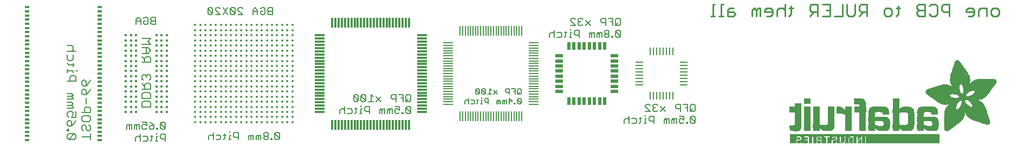
<source format=gbl>
G75*
%MOIN*%
%OFA0B0*%
%FSLAX25Y25*%
%IPPOS*%
%LPD*%
%AMOC8*
5,1,8,0,0,1.08239X$1,22.5*
%
%ADD10C,0.01000*%
%ADD11C,0.00800*%
%ADD12C,0.00600*%
%ADD13C,0.00700*%
%ADD14R,0.05906X0.01181*%
%ADD15R,0.01181X0.05906*%
%ADD16C,0.01378*%
%ADD17R,0.05906X0.00787*%
%ADD18R,0.00787X0.05906*%
%ADD19R,0.05000X0.02200*%
%ADD20R,0.02200X0.05000*%
%ADD21R,0.04500X0.01000*%
%ADD22R,0.01000X0.04500*%
%ADD23R,0.03150X0.01378*%
%ADD24C,0.01772*%
%ADD25R,0.00900X0.00100*%
%ADD26R,0.02500X0.00100*%
%ADD27R,0.01500X0.00100*%
%ADD28R,0.04400X0.00100*%
%ADD29R,0.04200X0.00100*%
%ADD30R,0.03800X0.00100*%
%ADD31R,0.04500X0.00100*%
%ADD32R,0.04300X0.00100*%
%ADD33R,0.04100X0.00100*%
%ADD34R,0.04000X0.00100*%
%ADD35R,0.01800X0.00100*%
%ADD36R,0.05100X0.00100*%
%ADD37R,0.04600X0.00100*%
%ADD38R,0.04800X0.00100*%
%ADD39R,0.04700X0.00100*%
%ADD40R,0.02100X0.00100*%
%ADD41R,0.05700X0.00100*%
%ADD42R,0.05600X0.00100*%
%ADD43R,0.05200X0.00100*%
%ADD44R,0.02300X0.00100*%
%ADD45R,0.06000X0.00100*%
%ADD46R,0.05800X0.00100*%
%ADD47R,0.02600X0.00100*%
%ADD48R,0.06400X0.00100*%
%ADD49R,0.05900X0.00100*%
%ADD50R,0.06300X0.00100*%
%ADD51R,0.06200X0.00100*%
%ADD52R,0.02800X0.00100*%
%ADD53R,0.06700X0.00100*%
%ADD54R,0.03100X0.00100*%
%ADD55R,0.07000X0.00100*%
%ADD56R,0.06600X0.00100*%
%ADD57R,0.06500X0.00100*%
%ADD58R,0.03200X0.00100*%
%ADD59R,0.07300X0.00100*%
%ADD60R,0.06800X0.00100*%
%ADD61R,0.07200X0.00100*%
%ADD62R,0.03400X0.00100*%
%ADD63R,0.07500X0.00100*%
%ADD64R,0.07100X0.00100*%
%ADD65R,0.03600X0.00100*%
%ADD66R,0.07800X0.00100*%
%ADD67R,0.07700X0.00100*%
%ADD68R,0.03700X0.00100*%
%ADD69R,0.07900X0.00100*%
%ADD70R,0.03900X0.00100*%
%ADD71R,0.08100X0.00100*%
%ADD72R,0.08200X0.00100*%
%ADD73R,0.06900X0.00100*%
%ADD74R,0.08500X0.00100*%
%ADD75R,0.08400X0.00100*%
%ADD76R,0.08600X0.00100*%
%ADD77R,0.08300X0.00100*%
%ADD78R,0.08800X0.00100*%
%ADD79R,0.13100X0.00100*%
%ADD80R,0.08700X0.00100*%
%ADD81R,0.13200X0.00100*%
%ADD82R,0.04900X0.00100*%
%ADD83R,0.05300X0.00100*%
%ADD84R,0.13300X0.00100*%
%ADD85R,0.05500X0.00100*%
%ADD86R,0.13400X0.00100*%
%ADD87R,0.06100X0.00100*%
%ADD88R,0.13500X0.00100*%
%ADD89R,0.05400X0.00100*%
%ADD90R,0.05000X0.00100*%
%ADD91R,0.07400X0.00100*%
%ADD92R,0.00700X0.00100*%
%ADD93R,0.07600X0.00100*%
%ADD94R,0.01400X0.00100*%
%ADD95R,0.02000X0.00100*%
%ADD96R,0.02400X0.00100*%
%ADD97R,0.08900X0.00100*%
%ADD98R,0.09000X0.00100*%
%ADD99R,0.09200X0.00100*%
%ADD100R,0.09300X0.00100*%
%ADD101R,0.09400X0.00100*%
%ADD102R,0.09500X0.00100*%
%ADD103R,0.09700X0.00100*%
%ADD104R,0.09800X0.00100*%
%ADD105R,0.09900X0.00100*%
%ADD106R,0.10000X0.00100*%
%ADD107R,0.10100X0.00100*%
%ADD108R,0.10200X0.00100*%
%ADD109R,0.10300X0.00100*%
%ADD110R,0.10400X0.00100*%
%ADD111R,0.10500X0.00100*%
%ADD112R,0.10600X0.00100*%
%ADD113R,0.09600X0.00100*%
%ADD114R,0.10700X0.00100*%
%ADD115R,0.10800X0.00100*%
%ADD116R,0.10900X0.00100*%
%ADD117R,0.11000X0.00100*%
%ADD118R,0.11100X0.00100*%
%ADD119R,0.13000X0.00100*%
%ADD120R,0.11200X0.00100*%
%ADD121R,0.11300X0.00100*%
%ADD122R,0.12900X0.00100*%
%ADD123R,0.11400X0.00100*%
%ADD124R,0.12800X0.00100*%
%ADD125R,0.11500X0.00100*%
%ADD126R,0.11600X0.00100*%
%ADD127R,0.12700X0.00100*%
%ADD128R,0.11700X0.00100*%
%ADD129R,0.12600X0.00100*%
%ADD130R,0.12500X0.00100*%
%ADD131R,0.11900X0.00100*%
%ADD132R,0.12400X0.00100*%
%ADD133R,0.12000X0.00100*%
%ADD134R,0.11800X0.00100*%
%ADD135R,0.12300X0.00100*%
%ADD136R,0.12100X0.00100*%
%ADD137R,0.12200X0.00100*%
%ADD138R,0.03000X0.00100*%
%ADD139R,0.25800X0.00100*%
%ADD140R,0.25700X0.00100*%
%ADD141R,0.25600X0.00100*%
%ADD142R,0.25500X0.00100*%
%ADD143R,0.25400X0.00100*%
%ADD144R,0.25300X0.00100*%
%ADD145R,0.25200X0.00100*%
%ADD146R,0.25100X0.00100*%
%ADD147R,0.17600X0.00100*%
%ADD148R,0.17400X0.00100*%
%ADD149R,0.17200X0.00100*%
%ADD150R,0.17000X0.00100*%
%ADD151R,0.16900X0.00100*%
%ADD152R,0.16700X0.00100*%
%ADD153R,0.16600X0.00100*%
%ADD154R,0.16500X0.00100*%
%ADD155R,0.16300X0.00100*%
%ADD156R,0.16200X0.00100*%
%ADD157R,0.03500X0.00100*%
%ADD158R,0.16100X0.00100*%
%ADD159R,0.03300X0.00100*%
%ADD160R,0.16000X0.00100*%
%ADD161R,0.15900X0.00100*%
%ADD162R,0.15700X0.00100*%
%ADD163R,0.02700X0.00100*%
%ADD164R,0.08000X0.00100*%
%ADD165R,0.01900X0.00100*%
%ADD166R,0.02900X0.00100*%
%ADD167R,0.02200X0.00100*%
%ADD168R,0.13700X0.00100*%
%ADD169R,0.14000X0.00100*%
%ADD170R,0.14300X0.00100*%
%ADD171R,0.14500X0.00100*%
%ADD172R,0.14800X0.00100*%
%ADD173R,0.15200X0.00100*%
%ADD174R,0.18200X0.00100*%
%ADD175R,0.18300X0.00100*%
%ADD176R,0.18600X0.00100*%
%ADD177R,0.18800X0.00100*%
%ADD178R,0.19000X0.00100*%
%ADD179R,0.27500X0.00100*%
%ADD180R,0.28300X0.00100*%
%ADD181R,0.28800X0.00100*%
%ADD182R,0.29300X0.00100*%
%ADD183R,0.29800X0.00100*%
%ADD184R,0.30100X0.00100*%
%ADD185R,0.30400X0.00100*%
%ADD186R,0.30800X0.00100*%
%ADD187R,0.31200X0.00100*%
%ADD188R,0.31500X0.00100*%
%ADD189R,0.13800X0.00100*%
%ADD190R,0.14700X0.00100*%
%ADD191R,0.15400X0.00100*%
%ADD192R,0.24700X0.00100*%
%ADD193R,0.21700X0.00100*%
%ADD194R,0.09100X0.00100*%
%ADD195R,0.21600X0.00100*%
%ADD196R,0.21500X0.00100*%
%ADD197R,0.21400X0.00100*%
%ADD198R,0.21300X0.00100*%
%ADD199R,0.21200X0.00100*%
%ADD200R,0.21100X0.00100*%
%ADD201R,0.20900X0.00100*%
%ADD202R,0.20700X0.00100*%
%ADD203R,0.16800X0.00100*%
%ADD204R,0.20600X0.00100*%
%ADD205R,0.20500X0.00100*%
%ADD206R,0.20300X0.00100*%
%ADD207R,0.17100X0.00100*%
%ADD208R,0.20100X0.00100*%
%ADD209R,0.19900X0.00100*%
%ADD210R,0.19700X0.00100*%
%ADD211R,0.17300X0.00100*%
%ADD212R,0.19500X0.00100*%
%ADD213R,0.19200X0.00100*%
%ADD214R,0.18400X0.00100*%
%ADD215R,0.17700X0.00100*%
%ADD216R,0.18100X0.00100*%
%ADD217R,0.17800X0.00100*%
%ADD218R,0.17900X0.00100*%
%ADD219R,0.18500X0.00100*%
%ADD220R,0.18900X0.00100*%
%ADD221R,0.19100X0.00100*%
%ADD222R,0.19400X0.00100*%
%ADD223R,0.19600X0.00100*%
%ADD224R,0.20000X0.00100*%
%ADD225R,0.15800X0.00100*%
%ADD226R,0.15600X0.00100*%
%ADD227R,0.15500X0.00100*%
%ADD228R,0.15300X0.00100*%
%ADD229R,0.15100X0.00100*%
%ADD230R,0.15000X0.00100*%
%ADD231R,0.14900X0.00100*%
%ADD232R,0.14600X0.00100*%
%ADD233R,0.14200X0.00100*%
%ADD234R,0.13600X0.00100*%
%ADD235R,0.01000X0.00100*%
%ADD236C,0.00010*%
D10*
X0429362Y0090500D02*
X0431781Y0090500D01*
X0430572Y0090500D02*
X0430572Y0097756D01*
X0431781Y0097756D01*
X0435636Y0097756D02*
X0435636Y0090500D01*
X0436845Y0090500D02*
X0434427Y0090500D01*
X0439604Y0090500D02*
X0443232Y0090500D01*
X0444442Y0091709D01*
X0443232Y0092919D01*
X0439604Y0092919D01*
X0439604Y0094128D02*
X0439604Y0090500D01*
X0439604Y0094128D02*
X0440814Y0095337D01*
X0443232Y0095337D01*
X0436845Y0097756D02*
X0435636Y0097756D01*
X0454797Y0094128D02*
X0454797Y0090500D01*
X0457216Y0090500D02*
X0457216Y0094128D01*
X0456007Y0095337D01*
X0454797Y0094128D01*
X0457216Y0094128D02*
X0458425Y0095337D01*
X0459635Y0095337D01*
X0459635Y0090500D01*
X0463603Y0090500D02*
X0466022Y0090500D01*
X0467231Y0091709D01*
X0467231Y0094128D01*
X0466022Y0095337D01*
X0463603Y0095337D01*
X0462394Y0094128D01*
X0462394Y0092919D01*
X0467231Y0092919D01*
X0469990Y0094128D02*
X0469990Y0090500D01*
X0474828Y0090500D02*
X0474828Y0097756D01*
X0478683Y0096547D02*
X0478683Y0091709D01*
X0477473Y0090500D01*
X0474828Y0094128D02*
X0473618Y0095337D01*
X0471200Y0095337D01*
X0469990Y0094128D01*
X0477473Y0095337D02*
X0479892Y0095337D01*
X0490247Y0094128D02*
X0491457Y0092919D01*
X0495085Y0092919D01*
X0492666Y0092919D02*
X0490247Y0090500D01*
X0495085Y0090500D02*
X0495085Y0097756D01*
X0491457Y0097756D01*
X0490247Y0096547D01*
X0490247Y0094128D01*
X0500263Y0094128D02*
X0502681Y0094128D01*
X0513037Y0091709D02*
X0513037Y0097756D01*
X0510278Y0097756D02*
X0510278Y0090500D01*
X0505440Y0090500D01*
X0502681Y0090500D02*
X0497844Y0090500D01*
X0502681Y0090500D02*
X0502681Y0097756D01*
X0497844Y0097756D01*
X0517874Y0097756D02*
X0517874Y0091709D01*
X0516665Y0090500D01*
X0514246Y0090500D01*
X0513037Y0091709D01*
X0520633Y0090500D02*
X0523052Y0092919D01*
X0521843Y0092919D02*
X0525471Y0092919D01*
X0521843Y0092919D02*
X0520633Y0094128D01*
X0520633Y0096547D01*
X0521843Y0097756D01*
X0525471Y0097756D01*
X0525471Y0090500D01*
X0535826Y0091709D02*
X0537036Y0090500D01*
X0539454Y0090500D01*
X0540664Y0091709D01*
X0540664Y0094128D01*
X0539454Y0095337D01*
X0537036Y0095337D01*
X0535826Y0094128D01*
X0535826Y0091709D01*
X0543309Y0090500D02*
X0544519Y0091709D01*
X0544519Y0096547D01*
X0545728Y0095337D02*
X0543309Y0095337D01*
X0556084Y0095337D02*
X0557293Y0094128D01*
X0560921Y0094128D01*
X0557293Y0094128D02*
X0556084Y0092919D01*
X0556084Y0091709D01*
X0557293Y0090500D01*
X0560921Y0090500D01*
X0560921Y0097756D01*
X0557293Y0097756D01*
X0556084Y0096547D01*
X0556084Y0095337D01*
X0563680Y0096547D02*
X0564889Y0097756D01*
X0567308Y0097756D01*
X0568518Y0096547D01*
X0568518Y0091709D01*
X0567308Y0090500D01*
X0564889Y0090500D01*
X0563680Y0091709D01*
X0571277Y0094128D02*
X0572486Y0092919D01*
X0576114Y0092919D01*
X0571277Y0094128D02*
X0571277Y0096547D01*
X0572486Y0097756D01*
X0576114Y0097756D01*
X0576114Y0090500D01*
X0587679Y0090500D02*
X0590098Y0090500D01*
X0591307Y0091709D01*
X0591307Y0094128D01*
X0590098Y0095337D01*
X0587679Y0095337D01*
X0586470Y0094128D01*
X0586470Y0092919D01*
X0591307Y0092919D01*
X0594066Y0094128D02*
X0594066Y0090500D01*
X0598904Y0090500D02*
X0598904Y0095337D01*
X0595275Y0095337D01*
X0594066Y0094128D01*
X0601663Y0094128D02*
X0601663Y0091709D01*
X0602872Y0090500D01*
X0605291Y0090500D01*
X0606500Y0091709D01*
X0606500Y0094128D01*
X0605291Y0095337D01*
X0602872Y0095337D01*
X0601663Y0094128D01*
D11*
X0159600Y0093502D02*
X0157498Y0093502D01*
X0156798Y0092801D01*
X0156798Y0092101D01*
X0157498Y0091400D01*
X0159600Y0091400D01*
X0159600Y0095604D01*
X0157498Y0095604D01*
X0156798Y0094903D01*
X0156798Y0094202D01*
X0157498Y0093502D01*
X0154996Y0094903D02*
X0154996Y0092101D01*
X0154295Y0091400D01*
X0152894Y0091400D01*
X0152194Y0092101D01*
X0152194Y0093502D01*
X0153595Y0093502D01*
X0154996Y0094903D02*
X0154295Y0095604D01*
X0152894Y0095604D01*
X0152194Y0094903D01*
X0150392Y0094202D02*
X0148991Y0095604D01*
X0147590Y0094202D01*
X0147590Y0091400D01*
X0150392Y0091400D02*
X0150392Y0094202D01*
X0150392Y0093502D02*
X0147590Y0093502D01*
X0141184Y0094903D02*
X0140484Y0095604D01*
X0139083Y0095604D01*
X0138382Y0094903D01*
X0138382Y0094202D01*
X0141184Y0091400D01*
X0138382Y0091400D01*
X0136580Y0092101D02*
X0133778Y0094903D01*
X0133778Y0092101D01*
X0134479Y0091400D01*
X0135880Y0091400D01*
X0136580Y0092101D01*
X0136580Y0094903D01*
X0135880Y0095604D01*
X0134479Y0095604D01*
X0133778Y0094903D01*
X0131976Y0095604D02*
X0129174Y0091400D01*
X0127373Y0091400D02*
X0124570Y0094202D01*
X0124570Y0094903D01*
X0125271Y0095604D01*
X0126672Y0095604D01*
X0127373Y0094903D01*
X0129174Y0095604D02*
X0131976Y0091400D01*
X0127373Y0091400D02*
X0124570Y0091400D01*
X0122769Y0092101D02*
X0119966Y0094903D01*
X0119966Y0092101D01*
X0120667Y0091400D01*
X0122068Y0091400D01*
X0122769Y0092101D01*
X0122769Y0094903D01*
X0122068Y0095604D01*
X0120667Y0095604D01*
X0119966Y0094903D01*
X0133246Y0019304D02*
X0133246Y0018604D01*
X0133246Y0017202D02*
X0133246Y0014400D01*
X0133947Y0014400D02*
X0132545Y0014400D01*
X0130177Y0015101D02*
X0129476Y0014400D01*
X0130177Y0015101D02*
X0130177Y0017903D01*
X0130877Y0017202D02*
X0129476Y0017202D01*
X0127808Y0016502D02*
X0127808Y0015101D01*
X0127107Y0014400D01*
X0125006Y0014400D01*
X0123204Y0014400D02*
X0123204Y0018604D01*
X0122503Y0017202D02*
X0121102Y0017202D01*
X0120402Y0016502D01*
X0120402Y0014400D01*
X0123204Y0016502D02*
X0122503Y0017202D01*
X0125006Y0017202D02*
X0127107Y0017202D01*
X0127808Y0016502D01*
X0133246Y0017202D02*
X0133947Y0017202D01*
X0135748Y0016502D02*
X0136449Y0015801D01*
X0138550Y0015801D01*
X0138550Y0014400D02*
X0138550Y0018604D01*
X0136449Y0018604D01*
X0135748Y0017903D01*
X0135748Y0016502D01*
X0144956Y0016502D02*
X0144956Y0014400D01*
X0146357Y0014400D02*
X0146357Y0016502D01*
X0145656Y0017202D01*
X0144956Y0016502D01*
X0146357Y0016502D02*
X0147058Y0017202D01*
X0147758Y0017202D01*
X0147758Y0014400D01*
X0149560Y0014400D02*
X0149560Y0016502D01*
X0150260Y0017202D01*
X0150961Y0016502D01*
X0150961Y0014400D01*
X0152362Y0014400D02*
X0152362Y0017202D01*
X0151662Y0017202D01*
X0150961Y0016502D01*
X0154164Y0017202D02*
X0154164Y0017903D01*
X0154864Y0018604D01*
X0156266Y0018604D01*
X0156966Y0017903D01*
X0156966Y0017202D01*
X0156266Y0016502D01*
X0154864Y0016502D01*
X0154164Y0015801D01*
X0154164Y0015101D01*
X0154864Y0014400D01*
X0156266Y0014400D01*
X0156966Y0015101D01*
X0156966Y0015801D01*
X0156266Y0016502D01*
X0154864Y0016502D02*
X0154164Y0017202D01*
X0161070Y0017903D02*
X0163872Y0015101D01*
X0163171Y0014400D01*
X0161770Y0014400D01*
X0161070Y0015101D01*
X0161070Y0017903D01*
X0161770Y0018604D01*
X0163171Y0018604D01*
X0163872Y0017903D01*
X0163872Y0015101D01*
X0159268Y0015101D02*
X0158568Y0015101D01*
X0158568Y0014400D01*
X0159268Y0014400D01*
X0159268Y0015101D01*
D12*
X0093700Y0014768D02*
X0091498Y0014768D01*
X0090764Y0015502D01*
X0090764Y0016970D01*
X0091498Y0017704D01*
X0093700Y0017704D01*
X0093700Y0013300D01*
X0089096Y0013300D02*
X0087628Y0013300D01*
X0088362Y0013300D02*
X0088362Y0016236D01*
X0089096Y0016236D01*
X0086027Y0016236D02*
X0084559Y0016236D01*
X0085293Y0016970D02*
X0085293Y0014034D01*
X0084559Y0013300D01*
X0082958Y0014034D02*
X0082224Y0013300D01*
X0080022Y0013300D01*
X0078354Y0013300D02*
X0078354Y0017704D01*
X0077620Y0016236D02*
X0076152Y0016236D01*
X0075418Y0015502D01*
X0075418Y0013300D01*
X0082958Y0014034D02*
X0082958Y0015502D01*
X0082224Y0016236D01*
X0080022Y0016236D01*
X0078354Y0015502D02*
X0077620Y0016236D01*
X0088362Y0017704D02*
X0088362Y0018438D01*
X0088362Y0020800D02*
X0089096Y0020800D01*
X0089096Y0021534D01*
X0088362Y0021534D01*
X0088362Y0020800D01*
X0086794Y0021534D02*
X0086060Y0020800D01*
X0084592Y0020800D01*
X0083858Y0021534D01*
X0083858Y0022268D01*
X0084592Y0023002D01*
X0086794Y0023002D01*
X0086794Y0021534D01*
X0086794Y0023002D02*
X0085326Y0024470D01*
X0083858Y0025204D01*
X0082190Y0025204D02*
X0082190Y0023002D01*
X0080722Y0023736D01*
X0079988Y0023736D01*
X0079254Y0023002D01*
X0079254Y0021534D01*
X0079988Y0020800D01*
X0081456Y0020800D01*
X0082190Y0021534D01*
X0077586Y0020800D02*
X0077586Y0023736D01*
X0076852Y0023736D01*
X0076118Y0023002D01*
X0075384Y0023736D01*
X0074650Y0023002D01*
X0074650Y0020800D01*
X0076118Y0020800D02*
X0076118Y0023002D01*
X0072982Y0023736D02*
X0072248Y0023736D01*
X0071514Y0023002D01*
X0070780Y0023736D01*
X0070047Y0023002D01*
X0070047Y0020800D01*
X0071514Y0020800D02*
X0071514Y0023002D01*
X0072982Y0023736D02*
X0072982Y0020800D01*
X0090764Y0021534D02*
X0091498Y0020800D01*
X0092966Y0020800D01*
X0093700Y0021534D01*
X0090764Y0024470D01*
X0090764Y0021534D01*
X0093700Y0021534D02*
X0093700Y0024470D01*
X0092966Y0025204D01*
X0091498Y0025204D01*
X0090764Y0024470D01*
X0082190Y0025204D02*
X0079254Y0025204D01*
X0201096Y0030300D02*
X0201096Y0032502D01*
X0201830Y0033236D01*
X0203298Y0033236D01*
X0204032Y0032502D01*
X0205700Y0033236D02*
X0207902Y0033236D01*
X0208636Y0032502D01*
X0208636Y0031034D01*
X0207902Y0030300D01*
X0205700Y0030300D01*
X0204032Y0030300D02*
X0204032Y0034704D01*
X0210237Y0033236D02*
X0211705Y0033236D01*
X0210971Y0033970D02*
X0210971Y0031034D01*
X0210237Y0030300D01*
X0213307Y0030300D02*
X0214774Y0030300D01*
X0214041Y0030300D02*
X0214041Y0033236D01*
X0214774Y0033236D01*
X0214041Y0034704D02*
X0214041Y0035438D01*
X0216443Y0033970D02*
X0217177Y0034704D01*
X0219378Y0034704D01*
X0219378Y0030300D01*
X0219378Y0031768D02*
X0217177Y0031768D01*
X0216443Y0032502D01*
X0216443Y0033970D01*
X0225650Y0032502D02*
X0225650Y0030300D01*
X0227118Y0030300D02*
X0227118Y0032502D01*
X0226384Y0033236D01*
X0225650Y0032502D01*
X0227118Y0032502D02*
X0227852Y0033236D01*
X0228586Y0033236D01*
X0228586Y0030300D01*
X0230254Y0030300D02*
X0230254Y0032502D01*
X0230988Y0033236D01*
X0231722Y0032502D01*
X0231722Y0030300D01*
X0233190Y0030300D02*
X0233190Y0033236D01*
X0232456Y0033236D01*
X0231722Y0032502D01*
X0234858Y0032502D02*
X0234858Y0031034D01*
X0235592Y0030300D01*
X0237060Y0030300D01*
X0237794Y0031034D01*
X0237794Y0032502D02*
X0236326Y0033236D01*
X0235592Y0033236D01*
X0234858Y0032502D01*
X0237794Y0032502D02*
X0237794Y0034704D01*
X0234858Y0034704D01*
X0241764Y0033970D02*
X0244700Y0031034D01*
X0243966Y0030300D01*
X0242498Y0030300D01*
X0241764Y0031034D01*
X0241764Y0033970D01*
X0242498Y0034704D01*
X0243966Y0034704D01*
X0244700Y0033970D01*
X0244700Y0031034D01*
X0240096Y0031034D02*
X0239362Y0031034D01*
X0239362Y0030300D01*
X0240096Y0030300D01*
X0240096Y0031034D01*
X0240096Y0037800D02*
X0240096Y0042204D01*
X0237160Y0042204D01*
X0235492Y0042204D02*
X0233290Y0042204D01*
X0232556Y0041470D01*
X0232556Y0040002D01*
X0233290Y0039268D01*
X0235492Y0039268D01*
X0235492Y0037800D02*
X0235492Y0042204D01*
X0241764Y0041470D02*
X0241764Y0038534D01*
X0242498Y0037800D01*
X0243966Y0037800D01*
X0244700Y0038534D01*
X0244700Y0041470D01*
X0243966Y0042204D01*
X0242498Y0042204D01*
X0241764Y0041470D01*
X0240096Y0040002D02*
X0238628Y0040002D01*
X0241764Y0037800D02*
X0243232Y0039268D01*
X0226284Y0040736D02*
X0223348Y0037800D01*
X0221680Y0037800D02*
X0218745Y0037800D01*
X0220212Y0037800D02*
X0220212Y0042204D01*
X0221680Y0040736D01*
X0223348Y0040736D02*
X0226284Y0037800D01*
X0217076Y0038534D02*
X0214141Y0041470D01*
X0214141Y0038534D01*
X0214875Y0037800D01*
X0216342Y0037800D01*
X0217076Y0038534D01*
X0217076Y0041470D01*
X0216342Y0042204D01*
X0214875Y0042204D01*
X0214141Y0041470D01*
X0212473Y0041470D02*
X0211739Y0042204D01*
X0210271Y0042204D01*
X0209537Y0041470D01*
X0212473Y0038534D01*
X0211739Y0037800D01*
X0210271Y0037800D01*
X0209537Y0038534D01*
X0209537Y0041470D01*
X0212473Y0041470D02*
X0212473Y0038534D01*
X0277897Y0038001D02*
X0277897Y0036300D01*
X0277897Y0038001D02*
X0278464Y0038569D01*
X0279598Y0038569D01*
X0280166Y0038001D01*
X0281580Y0038569D02*
X0283282Y0038569D01*
X0283849Y0038001D01*
X0283849Y0036867D01*
X0283282Y0036300D01*
X0281580Y0036300D01*
X0280166Y0036300D02*
X0280166Y0039703D01*
X0285170Y0038569D02*
X0286304Y0038569D01*
X0285737Y0039136D02*
X0285737Y0036867D01*
X0285170Y0036300D01*
X0287625Y0036300D02*
X0288760Y0036300D01*
X0288192Y0036300D02*
X0288192Y0038569D01*
X0288760Y0038569D01*
X0288192Y0039703D02*
X0288192Y0040270D01*
X0290174Y0039136D02*
X0290741Y0039703D01*
X0292443Y0039703D01*
X0292443Y0036300D01*
X0292443Y0037434D02*
X0290741Y0037434D01*
X0290174Y0038001D01*
X0290174Y0039136D01*
X0297540Y0038001D02*
X0297540Y0036300D01*
X0298675Y0036300D02*
X0298675Y0038001D01*
X0298108Y0038569D01*
X0297540Y0038001D01*
X0298675Y0038001D02*
X0299242Y0038569D01*
X0299809Y0038569D01*
X0299809Y0036300D01*
X0301224Y0036300D02*
X0301224Y0038001D01*
X0301791Y0038569D01*
X0302358Y0038001D01*
X0302358Y0036300D01*
X0303492Y0036300D02*
X0303492Y0038569D01*
X0302925Y0038569D01*
X0302358Y0038001D01*
X0304907Y0038001D02*
X0307175Y0038001D01*
X0305474Y0039703D01*
X0305474Y0036300D01*
X0308450Y0036300D02*
X0309017Y0036300D01*
X0309017Y0036867D01*
X0308450Y0036867D01*
X0308450Y0036300D01*
X0310431Y0036867D02*
X0310999Y0036300D01*
X0312133Y0036300D01*
X0312700Y0036867D01*
X0310431Y0039136D01*
X0310431Y0036867D01*
X0312700Y0036867D02*
X0312700Y0039136D01*
X0312133Y0039703D01*
X0310999Y0039703D01*
X0310431Y0039136D01*
X0310431Y0042300D02*
X0311566Y0043434D01*
X0312133Y0042300D02*
X0312700Y0042867D01*
X0312700Y0045136D01*
X0312133Y0045703D01*
X0310999Y0045703D01*
X0310431Y0045136D01*
X0310431Y0042867D01*
X0310999Y0042300D01*
X0312133Y0042300D01*
X0309017Y0042300D02*
X0309017Y0045703D01*
X0306748Y0045703D01*
X0305334Y0045703D02*
X0303632Y0045703D01*
X0303065Y0045136D01*
X0303065Y0044001D01*
X0303632Y0043434D01*
X0305334Y0043434D01*
X0305334Y0042300D02*
X0305334Y0045703D01*
X0307883Y0044001D02*
X0309017Y0044001D01*
X0297967Y0044569D02*
X0295699Y0042300D01*
X0294284Y0042300D02*
X0292016Y0042300D01*
X0293150Y0042300D02*
X0293150Y0045703D01*
X0294284Y0044569D01*
X0295699Y0044569D02*
X0297967Y0042300D01*
X0290601Y0042867D02*
X0288333Y0045136D01*
X0288333Y0042867D01*
X0288900Y0042300D01*
X0290034Y0042300D01*
X0290601Y0042867D01*
X0290601Y0045136D01*
X0290034Y0045703D01*
X0288900Y0045703D01*
X0288333Y0045136D01*
X0286918Y0045136D02*
X0286351Y0045703D01*
X0285217Y0045703D01*
X0284649Y0045136D01*
X0286918Y0042867D01*
X0286351Y0042300D01*
X0285217Y0042300D01*
X0284649Y0042867D01*
X0284649Y0045136D01*
X0286918Y0045136D02*
X0286918Y0042867D01*
X0376096Y0026502D02*
X0376096Y0024300D01*
X0379032Y0024300D02*
X0379032Y0028704D01*
X0378298Y0027236D02*
X0376830Y0027236D01*
X0376096Y0026502D01*
X0378298Y0027236D02*
X0379032Y0026502D01*
X0380700Y0027236D02*
X0382902Y0027236D01*
X0383636Y0026502D01*
X0383636Y0025034D01*
X0382902Y0024300D01*
X0380700Y0024300D01*
X0385237Y0024300D02*
X0385971Y0025034D01*
X0385971Y0027970D01*
X0386705Y0027236D02*
X0385237Y0027236D01*
X0389041Y0027236D02*
X0389041Y0024300D01*
X0389774Y0024300D02*
X0388307Y0024300D01*
X0391443Y0026502D02*
X0392177Y0025768D01*
X0394378Y0025768D01*
X0394378Y0024300D02*
X0394378Y0028704D01*
X0392177Y0028704D01*
X0391443Y0027970D01*
X0391443Y0026502D01*
X0389774Y0027236D02*
X0389041Y0027236D01*
X0389041Y0028704D02*
X0389041Y0029438D01*
X0389141Y0031800D02*
X0392076Y0031800D01*
X0389141Y0034736D01*
X0389141Y0035470D01*
X0389875Y0036204D01*
X0391342Y0036204D01*
X0392076Y0035470D01*
X0393745Y0035470D02*
X0393745Y0034736D01*
X0394479Y0034002D01*
X0393745Y0033268D01*
X0393745Y0032534D01*
X0394479Y0031800D01*
X0395946Y0031800D01*
X0396680Y0032534D01*
X0398348Y0031800D02*
X0401284Y0034736D01*
X0401284Y0031800D02*
X0398348Y0034736D01*
X0396680Y0035470D02*
X0395946Y0036204D01*
X0394479Y0036204D01*
X0393745Y0035470D01*
X0394479Y0034002D02*
X0395212Y0034002D01*
X0407556Y0034002D02*
X0407556Y0035470D01*
X0408290Y0036204D01*
X0410492Y0036204D01*
X0410492Y0031800D01*
X0415096Y0031800D02*
X0415096Y0036204D01*
X0412160Y0036204D01*
X0416764Y0035470D02*
X0416764Y0032534D01*
X0417498Y0031800D01*
X0418966Y0031800D01*
X0419700Y0032534D01*
X0419700Y0035470D01*
X0418966Y0036204D01*
X0417498Y0036204D01*
X0416764Y0035470D01*
X0415096Y0034002D02*
X0413628Y0034002D01*
X0410492Y0033268D02*
X0408290Y0033268D01*
X0407556Y0034002D01*
X0416764Y0031800D02*
X0418232Y0033268D01*
X0417498Y0028704D02*
X0416764Y0027970D01*
X0419700Y0025034D01*
X0418966Y0024300D01*
X0417498Y0024300D01*
X0416764Y0025034D01*
X0416764Y0027970D01*
X0417498Y0028704D02*
X0418966Y0028704D01*
X0419700Y0027970D01*
X0419700Y0025034D01*
X0415096Y0025034D02*
X0414362Y0025034D01*
X0414362Y0024300D01*
X0415096Y0024300D01*
X0415096Y0025034D01*
X0412794Y0025034D02*
X0412060Y0024300D01*
X0410592Y0024300D01*
X0409858Y0025034D01*
X0409858Y0026502D01*
X0410592Y0027236D01*
X0411326Y0027236D01*
X0412794Y0026502D01*
X0412794Y0028704D01*
X0409858Y0028704D01*
X0408190Y0027236D02*
X0407456Y0027236D01*
X0406722Y0026502D01*
X0405988Y0027236D01*
X0405254Y0026502D01*
X0405254Y0024300D01*
X0406722Y0024300D02*
X0406722Y0026502D01*
X0408190Y0027236D02*
X0408190Y0024300D01*
X0403586Y0024300D02*
X0403586Y0027236D01*
X0402852Y0027236D01*
X0402118Y0026502D01*
X0401384Y0027236D01*
X0400650Y0026502D01*
X0400650Y0024300D01*
X0402118Y0024300D02*
X0402118Y0026502D01*
X0372966Y0077300D02*
X0373700Y0078034D01*
X0370764Y0080970D01*
X0370764Y0078034D01*
X0371498Y0077300D01*
X0372966Y0077300D01*
X0373700Y0078034D02*
X0373700Y0080970D01*
X0372966Y0081704D01*
X0371498Y0081704D01*
X0370764Y0080970D01*
X0366794Y0080970D02*
X0366794Y0080236D01*
X0366060Y0079502D01*
X0364592Y0079502D01*
X0363858Y0078768D01*
X0363858Y0078034D01*
X0364592Y0077300D01*
X0366060Y0077300D01*
X0366794Y0078034D01*
X0366794Y0078768D01*
X0366060Y0079502D01*
X0364592Y0079502D02*
X0363858Y0080236D01*
X0363858Y0080970D01*
X0364592Y0081704D01*
X0366060Y0081704D01*
X0366794Y0080970D01*
X0362190Y0080236D02*
X0361456Y0080236D01*
X0360722Y0079502D01*
X0359988Y0080236D01*
X0359254Y0079502D01*
X0359254Y0077300D01*
X0360722Y0077300D02*
X0360722Y0079502D01*
X0362190Y0080236D02*
X0362190Y0077300D01*
X0357586Y0077300D02*
X0357586Y0080236D01*
X0356852Y0080236D01*
X0356118Y0079502D01*
X0355384Y0080236D01*
X0354650Y0079502D01*
X0354650Y0077300D01*
X0356118Y0077300D02*
X0356118Y0079502D01*
X0348378Y0078768D02*
X0346177Y0078768D01*
X0345443Y0079502D01*
X0345443Y0080970D01*
X0346177Y0081704D01*
X0348378Y0081704D01*
X0348378Y0077300D01*
X0343774Y0077300D02*
X0342307Y0077300D01*
X0343041Y0077300D02*
X0343041Y0080236D01*
X0343774Y0080236D01*
X0340705Y0080236D02*
X0339237Y0080236D01*
X0339971Y0080970D02*
X0339971Y0078034D01*
X0339237Y0077300D01*
X0337636Y0078034D02*
X0336902Y0077300D01*
X0334700Y0077300D01*
X0333032Y0077300D02*
X0333032Y0081704D01*
X0332298Y0080236D02*
X0330830Y0080236D01*
X0330096Y0079502D01*
X0330096Y0077300D01*
X0333032Y0079502D02*
X0332298Y0080236D01*
X0334700Y0080236D02*
X0336902Y0080236D01*
X0337636Y0079502D01*
X0337636Y0078034D01*
X0343041Y0081704D02*
X0343041Y0082438D01*
X0343141Y0084800D02*
X0346076Y0084800D01*
X0343141Y0087736D01*
X0343141Y0088470D01*
X0343875Y0089204D01*
X0345342Y0089204D01*
X0346076Y0088470D01*
X0347745Y0088470D02*
X0347745Y0087736D01*
X0348479Y0087002D01*
X0347745Y0086268D01*
X0347745Y0085534D01*
X0348479Y0084800D01*
X0349946Y0084800D01*
X0350680Y0085534D01*
X0352348Y0084800D02*
X0355284Y0087736D01*
X0355284Y0084800D02*
X0352348Y0087736D01*
X0350680Y0088470D02*
X0349946Y0089204D01*
X0348479Y0089204D01*
X0347745Y0088470D01*
X0348479Y0087002D02*
X0349212Y0087002D01*
X0361556Y0087002D02*
X0362290Y0086268D01*
X0364492Y0086268D01*
X0364492Y0084800D02*
X0364492Y0089204D01*
X0362290Y0089204D01*
X0361556Y0088470D01*
X0361556Y0087002D01*
X0367628Y0087002D02*
X0369096Y0087002D01*
X0370764Y0088470D02*
X0370764Y0085534D01*
X0371498Y0084800D01*
X0372966Y0084800D01*
X0373700Y0085534D01*
X0373700Y0088470D01*
X0372966Y0089204D01*
X0371498Y0089204D01*
X0370764Y0088470D01*
X0369096Y0089204D02*
X0366160Y0089204D01*
X0369096Y0089204D02*
X0369096Y0084800D01*
X0370764Y0084800D02*
X0372232Y0086268D01*
X0369096Y0078034D02*
X0368362Y0078034D01*
X0368362Y0077300D01*
X0369096Y0077300D01*
X0369096Y0078034D01*
X0087700Y0085300D02*
X0085498Y0085300D01*
X0084764Y0086034D01*
X0084764Y0086768D01*
X0085498Y0087502D01*
X0087700Y0087502D01*
X0085498Y0087502D02*
X0084764Y0088236D01*
X0084764Y0088970D01*
X0085498Y0089704D01*
X0087700Y0089704D01*
X0087700Y0085300D01*
X0083096Y0086034D02*
X0082362Y0085300D01*
X0080894Y0085300D01*
X0080160Y0086034D01*
X0080160Y0087502D01*
X0081628Y0087502D01*
X0080160Y0088970D02*
X0080894Y0089704D01*
X0082362Y0089704D01*
X0083096Y0088970D01*
X0083096Y0086034D01*
X0078492Y0085300D02*
X0078492Y0088236D01*
X0077024Y0089704D01*
X0075556Y0088236D01*
X0075556Y0085300D01*
X0075556Y0087502D02*
X0078492Y0087502D01*
D13*
X0079350Y0076559D02*
X0084655Y0076559D01*
X0082886Y0074791D01*
X0084655Y0073023D01*
X0079350Y0073023D01*
X0079350Y0071035D02*
X0082886Y0071035D01*
X0084655Y0069266D01*
X0082886Y0067498D01*
X0079350Y0067498D01*
X0082002Y0067498D02*
X0082002Y0071035D01*
X0082002Y0065510D02*
X0081118Y0064626D01*
X0081118Y0061974D01*
X0081118Y0063742D02*
X0079350Y0065510D01*
X0082002Y0065510D02*
X0083770Y0065510D01*
X0084655Y0064626D01*
X0084655Y0061974D01*
X0079350Y0061974D01*
X0039539Y0056669D02*
X0038655Y0056669D01*
X0036886Y0056669D02*
X0033350Y0056669D01*
X0033350Y0055785D02*
X0033350Y0057554D01*
X0036886Y0056669D02*
X0036886Y0055785D01*
X0036002Y0053797D02*
X0035118Y0052913D01*
X0035118Y0050261D01*
X0033350Y0050261D02*
X0038655Y0050261D01*
X0038655Y0052913D01*
X0037770Y0053797D01*
X0036002Y0053797D01*
X0042350Y0050151D02*
X0043234Y0051035D01*
X0044118Y0051035D01*
X0045002Y0050151D01*
X0045002Y0047498D01*
X0043234Y0047498D01*
X0042350Y0048382D01*
X0042350Y0050151D01*
X0045002Y0047498D02*
X0046770Y0049266D01*
X0047655Y0051035D01*
X0047655Y0045510D02*
X0046770Y0043742D01*
X0045002Y0041974D01*
X0045002Y0044626D01*
X0044118Y0045510D01*
X0043234Y0045510D01*
X0042350Y0044626D01*
X0042350Y0042858D01*
X0043234Y0041974D01*
X0045002Y0041974D01*
X0036886Y0041863D02*
X0036002Y0042748D01*
X0033350Y0042748D01*
X0033350Y0040979D02*
X0036002Y0040979D01*
X0036886Y0041863D01*
X0036002Y0040979D02*
X0036886Y0040095D01*
X0036886Y0039211D01*
X0033350Y0039211D01*
X0033350Y0037223D02*
X0036002Y0037223D01*
X0036886Y0036339D01*
X0036002Y0035455D01*
X0033350Y0035455D01*
X0036002Y0035455D02*
X0036886Y0034571D01*
X0036886Y0033687D01*
X0033350Y0033687D01*
X0034234Y0031698D02*
X0033350Y0030814D01*
X0033350Y0029046D01*
X0034234Y0028162D01*
X0036002Y0028162D02*
X0036886Y0029930D01*
X0036886Y0030814D01*
X0036002Y0031698D01*
X0034234Y0031698D01*
X0038655Y0031698D02*
X0038655Y0028162D01*
X0036002Y0028162D01*
X0042350Y0028052D02*
X0043234Y0028936D01*
X0046770Y0028936D01*
X0047655Y0028052D01*
X0047655Y0026284D01*
X0046770Y0025399D01*
X0043234Y0025399D01*
X0042350Y0026284D01*
X0042350Y0028052D01*
X0038655Y0026173D02*
X0037770Y0024405D01*
X0036002Y0022637D01*
X0036002Y0025289D01*
X0035118Y0026173D01*
X0034234Y0026173D01*
X0033350Y0025289D01*
X0033350Y0023521D01*
X0034234Y0022637D01*
X0036002Y0022637D01*
X0042350Y0022527D02*
X0042350Y0020759D01*
X0043234Y0019875D01*
X0045002Y0020759D02*
X0045002Y0022527D01*
X0044118Y0023411D01*
X0043234Y0023411D01*
X0042350Y0022527D01*
X0046770Y0023411D02*
X0047655Y0022527D01*
X0047655Y0020759D01*
X0046770Y0019875D01*
X0045886Y0019875D01*
X0045002Y0020759D01*
X0047655Y0017886D02*
X0047655Y0014350D01*
X0047655Y0016118D02*
X0042350Y0016118D01*
X0038655Y0015234D02*
X0038655Y0017002D01*
X0037770Y0017886D01*
X0034234Y0014350D01*
X0033350Y0015234D01*
X0033350Y0017002D01*
X0034234Y0017886D01*
X0037770Y0017886D01*
X0034234Y0019875D02*
X0034234Y0020759D01*
X0033350Y0020759D01*
X0033350Y0019875D01*
X0034234Y0019875D01*
X0034234Y0014350D02*
X0037770Y0014350D01*
X0038655Y0015234D01*
X0042350Y0030924D02*
X0047655Y0030924D01*
X0047655Y0033576D01*
X0046770Y0034461D01*
X0045002Y0034461D01*
X0044118Y0033576D01*
X0044118Y0030924D01*
X0045002Y0036449D02*
X0045002Y0039985D01*
X0079350Y0039875D02*
X0079350Y0042527D01*
X0080234Y0043411D01*
X0083770Y0043411D01*
X0084655Y0042527D01*
X0084655Y0039875D01*
X0079350Y0039875D01*
X0080234Y0037886D02*
X0083770Y0037886D01*
X0084655Y0037002D01*
X0084655Y0034350D01*
X0079350Y0034350D01*
X0079350Y0037002D01*
X0080234Y0037886D01*
X0079350Y0045399D02*
X0084655Y0045399D01*
X0084655Y0048052D01*
X0083770Y0048936D01*
X0082002Y0048936D01*
X0081118Y0048052D01*
X0081118Y0045399D01*
X0081118Y0047168D02*
X0079350Y0048936D01*
X0080234Y0050924D02*
X0079350Y0051808D01*
X0079350Y0053576D01*
X0080234Y0054461D01*
X0081118Y0054461D01*
X0082002Y0053576D01*
X0082002Y0052692D01*
X0082002Y0053576D02*
X0082886Y0054461D01*
X0083770Y0054461D01*
X0084655Y0053576D01*
X0084655Y0051808D01*
X0083770Y0050924D01*
X0037770Y0060353D02*
X0034234Y0060353D01*
X0033350Y0061237D01*
X0036886Y0061237D02*
X0036886Y0059469D01*
X0036002Y0063152D02*
X0034234Y0063152D01*
X0033350Y0064036D01*
X0033350Y0066688D01*
X0036886Y0066688D02*
X0036886Y0064036D01*
X0036002Y0063152D01*
X0036002Y0068676D02*
X0036886Y0069560D01*
X0036886Y0071329D01*
X0036002Y0072213D01*
X0033350Y0072213D01*
X0033350Y0068676D02*
X0038655Y0068676D01*
D14*
X0188504Y0068780D03*
X0188504Y0070748D03*
X0188504Y0072717D03*
X0188504Y0074685D03*
X0188504Y0076654D03*
X0188504Y0078622D03*
X0188504Y0066811D03*
X0188504Y0064843D03*
X0188504Y0062874D03*
X0188504Y0060906D03*
X0188504Y0058937D03*
X0188504Y0056969D03*
X0188504Y0055000D03*
X0188504Y0053031D03*
X0188504Y0051063D03*
X0188504Y0049094D03*
X0188504Y0047126D03*
X0188504Y0045157D03*
X0188504Y0043189D03*
X0188504Y0041220D03*
X0188504Y0039252D03*
X0188504Y0037283D03*
X0188504Y0035315D03*
X0188504Y0033346D03*
X0188504Y0031378D03*
X0251496Y0031378D03*
X0251496Y0033346D03*
X0251496Y0035315D03*
X0251496Y0037283D03*
X0251496Y0039252D03*
X0251496Y0041220D03*
X0251496Y0043189D03*
X0251496Y0045157D03*
X0251496Y0047126D03*
X0251496Y0049094D03*
X0251496Y0051063D03*
X0251496Y0053031D03*
X0251496Y0055000D03*
X0251496Y0056969D03*
X0251496Y0058937D03*
X0251496Y0060906D03*
X0251496Y0062874D03*
X0251496Y0064843D03*
X0251496Y0066811D03*
X0251496Y0068780D03*
X0251496Y0070748D03*
X0251496Y0072717D03*
X0251496Y0074685D03*
X0251496Y0076654D03*
X0251496Y0078622D03*
D15*
X0243622Y0086496D03*
X0241654Y0086496D03*
X0239685Y0086496D03*
X0237717Y0086496D03*
X0235748Y0086496D03*
X0233780Y0086496D03*
X0231811Y0086496D03*
X0229843Y0086496D03*
X0227874Y0086496D03*
X0225906Y0086496D03*
X0223937Y0086496D03*
X0221969Y0086496D03*
X0220000Y0086496D03*
X0218031Y0086496D03*
X0216063Y0086496D03*
X0214094Y0086496D03*
X0212126Y0086496D03*
X0210157Y0086496D03*
X0208189Y0086496D03*
X0206220Y0086496D03*
X0204252Y0086496D03*
X0202283Y0086496D03*
X0200315Y0086496D03*
X0198346Y0086496D03*
X0196378Y0086496D03*
X0196378Y0023504D03*
X0198346Y0023504D03*
X0200315Y0023504D03*
X0202283Y0023504D03*
X0204252Y0023504D03*
X0206220Y0023504D03*
X0208189Y0023504D03*
X0210157Y0023504D03*
X0212126Y0023504D03*
X0214094Y0023504D03*
X0216063Y0023504D03*
X0218031Y0023504D03*
X0220000Y0023504D03*
X0221969Y0023504D03*
X0223937Y0023504D03*
X0225906Y0023504D03*
X0227874Y0023504D03*
X0229843Y0023504D03*
X0231811Y0023504D03*
X0233780Y0023504D03*
X0235748Y0023504D03*
X0237717Y0023504D03*
X0239685Y0023504D03*
X0241654Y0023504D03*
X0243622Y0023504D03*
D16*
X0171921Y0025079D03*
X0168772Y0025079D03*
X0165622Y0025079D03*
X0162472Y0025079D03*
X0159323Y0025079D03*
X0156173Y0025079D03*
X0153024Y0025079D03*
X0149874Y0025079D03*
X0146724Y0025079D03*
X0143575Y0025079D03*
X0140425Y0025079D03*
X0137276Y0025079D03*
X0134126Y0025079D03*
X0130976Y0025079D03*
X0127827Y0025079D03*
X0124677Y0025079D03*
X0121528Y0025079D03*
X0118378Y0025079D03*
X0115228Y0025079D03*
X0112079Y0025079D03*
X0112079Y0028228D03*
X0115228Y0028228D03*
X0118378Y0028228D03*
X0121528Y0028228D03*
X0124677Y0028228D03*
X0127827Y0028228D03*
X0130976Y0028228D03*
X0134126Y0028228D03*
X0137276Y0028228D03*
X0140425Y0028228D03*
X0143575Y0028228D03*
X0146724Y0028228D03*
X0149874Y0028228D03*
X0153024Y0028228D03*
X0156173Y0028228D03*
X0159323Y0028228D03*
X0162472Y0028228D03*
X0165622Y0028228D03*
X0168772Y0028228D03*
X0171921Y0028228D03*
X0171921Y0031378D03*
X0168772Y0031378D03*
X0165622Y0031378D03*
X0162472Y0031378D03*
X0159323Y0031378D03*
X0156173Y0031378D03*
X0153024Y0031378D03*
X0149874Y0031378D03*
X0146724Y0031378D03*
X0143575Y0031378D03*
X0140425Y0031378D03*
X0137276Y0031378D03*
X0134126Y0031378D03*
X0130976Y0031378D03*
X0127827Y0031378D03*
X0124677Y0031378D03*
X0121528Y0031378D03*
X0118378Y0031378D03*
X0115228Y0031378D03*
X0112079Y0031378D03*
X0112079Y0034528D03*
X0115228Y0034528D03*
X0118378Y0034528D03*
X0121528Y0034528D03*
X0124677Y0034528D03*
X0127827Y0034528D03*
X0130976Y0034528D03*
X0134126Y0034528D03*
X0137276Y0034528D03*
X0140425Y0034528D03*
X0143575Y0034528D03*
X0146724Y0034528D03*
X0149874Y0034528D03*
X0153024Y0034528D03*
X0156173Y0034528D03*
X0159323Y0034528D03*
X0162472Y0034528D03*
X0165622Y0034528D03*
X0168772Y0034528D03*
X0171921Y0034528D03*
X0171921Y0037677D03*
X0168772Y0037677D03*
X0165622Y0037677D03*
X0162472Y0037677D03*
X0159323Y0037677D03*
X0156173Y0037677D03*
X0153024Y0037677D03*
X0149874Y0037677D03*
X0146724Y0037677D03*
X0143575Y0037677D03*
X0140425Y0037677D03*
X0137276Y0037677D03*
X0134126Y0037677D03*
X0130976Y0037677D03*
X0127827Y0037677D03*
X0124677Y0037677D03*
X0121528Y0037677D03*
X0118378Y0037677D03*
X0115228Y0037677D03*
X0112079Y0037677D03*
X0112079Y0040827D03*
X0115228Y0040827D03*
X0118378Y0040827D03*
X0121528Y0040827D03*
X0124677Y0040827D03*
X0127827Y0040827D03*
X0130976Y0040827D03*
X0134126Y0040827D03*
X0137276Y0040827D03*
X0140425Y0040827D03*
X0143575Y0040827D03*
X0146724Y0040827D03*
X0149874Y0040827D03*
X0153024Y0040827D03*
X0156173Y0040827D03*
X0159323Y0040827D03*
X0162472Y0040827D03*
X0165622Y0040827D03*
X0168772Y0040827D03*
X0171921Y0040827D03*
X0171921Y0043976D03*
X0168772Y0043976D03*
X0165622Y0043976D03*
X0162472Y0043976D03*
X0159323Y0043976D03*
X0156173Y0043976D03*
X0153024Y0043976D03*
X0149874Y0043976D03*
X0146724Y0043976D03*
X0143575Y0043976D03*
X0140425Y0043976D03*
X0137276Y0043976D03*
X0134126Y0043976D03*
X0130976Y0043976D03*
X0127827Y0043976D03*
X0124677Y0043976D03*
X0121528Y0043976D03*
X0118378Y0043976D03*
X0115228Y0043976D03*
X0112079Y0043976D03*
X0112079Y0047126D03*
X0115228Y0047126D03*
X0118378Y0047126D03*
X0121528Y0047126D03*
X0124677Y0047126D03*
X0127827Y0047126D03*
X0130976Y0047126D03*
X0134126Y0047126D03*
X0137276Y0047126D03*
X0140425Y0047126D03*
X0143575Y0047126D03*
X0146724Y0047126D03*
X0149874Y0047126D03*
X0153024Y0047126D03*
X0156173Y0047126D03*
X0159323Y0047126D03*
X0162472Y0047126D03*
X0165622Y0047126D03*
X0168772Y0047126D03*
X0171921Y0047126D03*
X0171921Y0050276D03*
X0168772Y0050276D03*
X0165622Y0050276D03*
X0162472Y0050276D03*
X0159323Y0050276D03*
X0156173Y0050276D03*
X0153024Y0050276D03*
X0149874Y0050276D03*
X0146724Y0050276D03*
X0143575Y0050276D03*
X0140425Y0050276D03*
X0137276Y0050276D03*
X0134126Y0050276D03*
X0130976Y0050276D03*
X0127827Y0050276D03*
X0124677Y0050276D03*
X0121528Y0050276D03*
X0118378Y0050276D03*
X0115228Y0050276D03*
X0112079Y0050276D03*
X0112079Y0053425D03*
X0115228Y0053425D03*
X0118378Y0053425D03*
X0121528Y0053425D03*
X0124677Y0053425D03*
X0127827Y0053425D03*
X0130976Y0053425D03*
X0134126Y0053425D03*
X0137276Y0053425D03*
X0140425Y0053425D03*
X0143575Y0053425D03*
X0146724Y0053425D03*
X0149874Y0053425D03*
X0153024Y0053425D03*
X0156173Y0053425D03*
X0159323Y0053425D03*
X0162472Y0053425D03*
X0165622Y0053425D03*
X0168772Y0053425D03*
X0171921Y0053425D03*
X0171921Y0056575D03*
X0168772Y0056575D03*
X0165622Y0056575D03*
X0162472Y0056575D03*
X0159323Y0056575D03*
X0156173Y0056575D03*
X0153024Y0056575D03*
X0149874Y0056575D03*
X0146724Y0056575D03*
X0143575Y0056575D03*
X0140425Y0056575D03*
X0137276Y0056575D03*
X0134126Y0056575D03*
X0130976Y0056575D03*
X0127827Y0056575D03*
X0124677Y0056575D03*
X0121528Y0056575D03*
X0118378Y0056575D03*
X0115228Y0056575D03*
X0112079Y0056575D03*
X0112079Y0059724D03*
X0115228Y0059724D03*
X0118378Y0059724D03*
X0121528Y0059724D03*
X0124677Y0059724D03*
X0127827Y0059724D03*
X0130976Y0059724D03*
X0134126Y0059724D03*
X0137276Y0059724D03*
X0140425Y0059724D03*
X0143575Y0059724D03*
X0146724Y0059724D03*
X0149874Y0059724D03*
X0153024Y0059724D03*
X0156173Y0059724D03*
X0159323Y0059724D03*
X0162472Y0059724D03*
X0165622Y0059724D03*
X0168772Y0059724D03*
X0171921Y0059724D03*
X0171921Y0062874D03*
X0168772Y0062874D03*
X0165622Y0062874D03*
X0162472Y0062874D03*
X0159323Y0062874D03*
X0156173Y0062874D03*
X0153024Y0062874D03*
X0149874Y0062874D03*
X0146724Y0062874D03*
X0143575Y0062874D03*
X0140425Y0062874D03*
X0137276Y0062874D03*
X0134126Y0062874D03*
X0130976Y0062874D03*
X0127827Y0062874D03*
X0124677Y0062874D03*
X0121528Y0062874D03*
X0118378Y0062874D03*
X0115228Y0062874D03*
X0112079Y0062874D03*
X0112079Y0066024D03*
X0115228Y0066024D03*
X0118378Y0066024D03*
X0121528Y0066024D03*
X0124677Y0066024D03*
X0127827Y0066024D03*
X0130976Y0066024D03*
X0134126Y0066024D03*
X0137276Y0066024D03*
X0140425Y0066024D03*
X0143575Y0066024D03*
X0146724Y0066024D03*
X0149874Y0066024D03*
X0153024Y0066024D03*
X0156173Y0066024D03*
X0159323Y0066024D03*
X0162472Y0066024D03*
X0165622Y0066024D03*
X0168772Y0066024D03*
X0171921Y0066024D03*
X0171921Y0069173D03*
X0168772Y0069173D03*
X0165622Y0069173D03*
X0162472Y0069173D03*
X0159323Y0069173D03*
X0156173Y0069173D03*
X0153024Y0069173D03*
X0149874Y0069173D03*
X0146724Y0069173D03*
X0143575Y0069173D03*
X0140425Y0069173D03*
X0137276Y0069173D03*
X0134126Y0069173D03*
X0130976Y0069173D03*
X0127827Y0069173D03*
X0124677Y0069173D03*
X0121528Y0069173D03*
X0118378Y0069173D03*
X0115228Y0069173D03*
X0112079Y0069173D03*
X0112079Y0072323D03*
X0115228Y0072323D03*
X0118378Y0072323D03*
X0121528Y0072323D03*
X0124677Y0072323D03*
X0127827Y0072323D03*
X0130976Y0072323D03*
X0134126Y0072323D03*
X0137276Y0072323D03*
X0140425Y0072323D03*
X0143575Y0072323D03*
X0146724Y0072323D03*
X0149874Y0072323D03*
X0153024Y0072323D03*
X0156173Y0072323D03*
X0159323Y0072323D03*
X0162472Y0072323D03*
X0165622Y0072323D03*
X0168772Y0072323D03*
X0171921Y0072323D03*
X0171921Y0075472D03*
X0168772Y0075472D03*
X0165622Y0075472D03*
X0162472Y0075472D03*
X0159323Y0075472D03*
X0156173Y0075472D03*
X0153024Y0075472D03*
X0149874Y0075472D03*
X0146724Y0075472D03*
X0143575Y0075472D03*
X0140425Y0075472D03*
X0137276Y0075472D03*
X0134126Y0075472D03*
X0130976Y0075472D03*
X0127827Y0075472D03*
X0124677Y0075472D03*
X0121528Y0075472D03*
X0118378Y0075472D03*
X0115228Y0075472D03*
X0112079Y0075472D03*
X0112079Y0078622D03*
X0115228Y0078622D03*
X0118378Y0078622D03*
X0121528Y0078622D03*
X0124677Y0078622D03*
X0127827Y0078622D03*
X0130976Y0078622D03*
X0134126Y0078622D03*
X0137276Y0078622D03*
X0140425Y0078622D03*
X0143575Y0078622D03*
X0146724Y0078622D03*
X0149874Y0078622D03*
X0153024Y0078622D03*
X0156173Y0078622D03*
X0159323Y0078622D03*
X0162472Y0078622D03*
X0165622Y0078622D03*
X0168772Y0078622D03*
X0171921Y0078622D03*
X0171921Y0081772D03*
X0168772Y0081772D03*
X0165622Y0081772D03*
X0162472Y0081772D03*
X0159323Y0081772D03*
X0156173Y0081772D03*
X0153024Y0081772D03*
X0149874Y0081772D03*
X0146724Y0081772D03*
X0143575Y0081772D03*
X0140425Y0081772D03*
X0137276Y0081772D03*
X0134126Y0081772D03*
X0130976Y0081772D03*
X0127827Y0081772D03*
X0124677Y0081772D03*
X0121528Y0081772D03*
X0118378Y0081772D03*
X0115228Y0081772D03*
X0112079Y0081772D03*
X0112079Y0084921D03*
X0115228Y0084921D03*
X0118378Y0084921D03*
X0121528Y0084921D03*
X0124677Y0084921D03*
X0127827Y0084921D03*
X0130976Y0084921D03*
X0134126Y0084921D03*
X0137276Y0084921D03*
X0140425Y0084921D03*
X0143575Y0084921D03*
X0146724Y0084921D03*
X0149874Y0084921D03*
X0153024Y0084921D03*
X0156173Y0084921D03*
X0159323Y0084921D03*
X0162472Y0084921D03*
X0165622Y0084921D03*
X0168772Y0084921D03*
X0171921Y0084921D03*
D17*
X0267622Y0073898D03*
X0267622Y0072323D03*
X0267622Y0070748D03*
X0267622Y0069173D03*
X0267622Y0067598D03*
X0267622Y0066024D03*
X0267622Y0064449D03*
X0267622Y0062874D03*
X0267622Y0061299D03*
X0267622Y0059724D03*
X0267622Y0058150D03*
X0267622Y0056575D03*
X0267622Y0055000D03*
X0267622Y0053425D03*
X0267622Y0051850D03*
X0267622Y0050276D03*
X0267622Y0048701D03*
X0267622Y0047126D03*
X0267622Y0045551D03*
X0267622Y0043976D03*
X0267622Y0042402D03*
X0267622Y0040827D03*
X0267622Y0039252D03*
X0267622Y0037677D03*
X0267622Y0036102D03*
X0320378Y0036102D03*
X0320378Y0037677D03*
X0320378Y0039252D03*
X0320378Y0040827D03*
X0320378Y0042402D03*
X0320378Y0043976D03*
X0320378Y0045551D03*
X0320378Y0047126D03*
X0320378Y0048701D03*
X0320378Y0050276D03*
X0320378Y0051850D03*
X0320378Y0053425D03*
X0320378Y0055000D03*
X0320378Y0056575D03*
X0320378Y0058150D03*
X0320378Y0059724D03*
X0320378Y0061299D03*
X0320378Y0062874D03*
X0320378Y0064449D03*
X0320378Y0066024D03*
X0320378Y0067598D03*
X0320378Y0069173D03*
X0320378Y0070748D03*
X0320378Y0072323D03*
X0320378Y0073898D03*
D18*
X0312898Y0081378D03*
X0311323Y0081378D03*
X0309748Y0081378D03*
X0308173Y0081378D03*
X0306598Y0081378D03*
X0305024Y0081378D03*
X0303449Y0081378D03*
X0301874Y0081378D03*
X0300299Y0081378D03*
X0298724Y0081378D03*
X0297150Y0081378D03*
X0295575Y0081378D03*
X0294000Y0081378D03*
X0292425Y0081378D03*
X0290850Y0081378D03*
X0289276Y0081378D03*
X0287701Y0081378D03*
X0286126Y0081378D03*
X0284551Y0081378D03*
X0282976Y0081378D03*
X0281402Y0081378D03*
X0279827Y0081378D03*
X0278252Y0081378D03*
X0276677Y0081378D03*
X0275102Y0081378D03*
X0275102Y0028622D03*
X0276677Y0028622D03*
X0278252Y0028622D03*
X0279827Y0028622D03*
X0281402Y0028622D03*
X0282976Y0028622D03*
X0284551Y0028622D03*
X0286126Y0028622D03*
X0287701Y0028622D03*
X0289276Y0028622D03*
X0290850Y0028622D03*
X0292425Y0028622D03*
X0294000Y0028622D03*
X0295575Y0028622D03*
X0297150Y0028622D03*
X0298724Y0028622D03*
X0300299Y0028622D03*
X0301874Y0028622D03*
X0303449Y0028622D03*
X0305024Y0028622D03*
X0306598Y0028622D03*
X0308173Y0028622D03*
X0309748Y0028622D03*
X0311323Y0028622D03*
X0312898Y0028622D03*
D19*
X0336100Y0043976D03*
X0336100Y0047126D03*
X0336100Y0050276D03*
X0336100Y0053425D03*
X0336100Y0056575D03*
X0336100Y0059724D03*
X0336100Y0062874D03*
X0336100Y0066024D03*
X0369900Y0066024D03*
X0369900Y0062874D03*
X0369900Y0059724D03*
X0369900Y0056575D03*
X0369900Y0053425D03*
X0369900Y0050276D03*
X0369900Y0047126D03*
X0369900Y0043976D03*
D20*
X0364024Y0038100D03*
X0360874Y0038100D03*
X0357724Y0038100D03*
X0354575Y0038100D03*
X0351425Y0038100D03*
X0348276Y0038100D03*
X0345126Y0038100D03*
X0341976Y0038100D03*
X0341976Y0071900D03*
X0345126Y0071900D03*
X0348276Y0071900D03*
X0351425Y0071900D03*
X0354575Y0071900D03*
X0357724Y0071900D03*
X0360874Y0071900D03*
X0364024Y0071900D03*
D21*
X0385220Y0061890D03*
X0385220Y0059921D03*
X0385220Y0057953D03*
X0385220Y0055984D03*
X0385220Y0054016D03*
X0385220Y0052047D03*
X0385220Y0050079D03*
X0385220Y0048110D03*
X0412780Y0048110D03*
X0412780Y0050079D03*
X0412780Y0052047D03*
X0412780Y0054016D03*
X0412780Y0055984D03*
X0412780Y0057953D03*
X0412780Y0059921D03*
X0412780Y0061890D03*
D22*
X0405890Y0068780D03*
X0403921Y0068780D03*
X0401953Y0068780D03*
X0399984Y0068780D03*
X0398016Y0068780D03*
X0396047Y0068780D03*
X0394079Y0068780D03*
X0392110Y0068780D03*
X0392110Y0041220D03*
X0394079Y0041220D03*
X0396047Y0041220D03*
X0398016Y0041220D03*
X0399984Y0041220D03*
X0401953Y0041220D03*
X0403921Y0041220D03*
X0405890Y0041220D03*
D23*
X0008559Y0014055D03*
X0008559Y0016614D03*
X0008559Y0019173D03*
X0008559Y0021732D03*
X0008559Y0024291D03*
X0008559Y0026850D03*
X0008559Y0029409D03*
X0008559Y0031969D03*
X0008559Y0034528D03*
X0008559Y0037087D03*
X0008559Y0039646D03*
X0008559Y0042205D03*
X0008559Y0044764D03*
X0008559Y0047323D03*
X0008559Y0049882D03*
X0008559Y0052441D03*
X0008559Y0055000D03*
X0008559Y0057559D03*
X0008559Y0060118D03*
X0008559Y0062677D03*
X0008559Y0065236D03*
X0008559Y0067795D03*
X0008559Y0070354D03*
X0008559Y0072913D03*
X0008559Y0075472D03*
X0008559Y0078031D03*
X0008559Y0080591D03*
X0008559Y0083150D03*
X0008559Y0085709D03*
X0008559Y0088268D03*
X0008559Y0090827D03*
X0008559Y0093386D03*
X0008559Y0095945D03*
X0053441Y0095945D03*
X0053441Y0093386D03*
X0053441Y0090827D03*
X0053441Y0088268D03*
X0053441Y0085709D03*
X0053441Y0083150D03*
X0053441Y0080591D03*
X0053441Y0078031D03*
X0053441Y0075472D03*
X0053441Y0072913D03*
X0053441Y0070354D03*
X0053441Y0067795D03*
X0053441Y0065236D03*
X0053441Y0062677D03*
X0053441Y0060118D03*
X0053441Y0057559D03*
X0053441Y0055000D03*
X0053441Y0052441D03*
X0053441Y0049882D03*
X0053441Y0047323D03*
X0053441Y0044764D03*
X0053441Y0042205D03*
X0053441Y0039646D03*
X0053441Y0037087D03*
X0053441Y0034528D03*
X0053441Y0031969D03*
X0053441Y0029409D03*
X0053441Y0026850D03*
X0053441Y0024291D03*
X0053441Y0021732D03*
X0053441Y0019173D03*
X0053441Y0016614D03*
X0053441Y0014055D03*
D24*
X0069402Y0031378D03*
X0072551Y0031378D03*
X0075701Y0031378D03*
X0088299Y0031378D03*
X0091449Y0031378D03*
X0094598Y0031378D03*
X0094598Y0034528D03*
X0091449Y0034528D03*
X0088299Y0034528D03*
X0075701Y0034528D03*
X0072551Y0034528D03*
X0069402Y0034528D03*
X0069402Y0037677D03*
X0072551Y0037677D03*
X0075701Y0037677D03*
X0088299Y0037677D03*
X0091449Y0037677D03*
X0094598Y0037677D03*
X0094598Y0040827D03*
X0091449Y0040827D03*
X0088299Y0040827D03*
X0088299Y0043976D03*
X0091449Y0043976D03*
X0094598Y0043976D03*
X0094598Y0047126D03*
X0091449Y0047126D03*
X0088299Y0047126D03*
X0075701Y0047126D03*
X0072551Y0047126D03*
X0069402Y0047126D03*
X0069402Y0050276D03*
X0072551Y0050276D03*
X0075701Y0050276D03*
X0088299Y0050276D03*
X0091449Y0050276D03*
X0094598Y0050276D03*
X0094598Y0053425D03*
X0091449Y0053425D03*
X0088299Y0053425D03*
X0075701Y0053425D03*
X0072551Y0053425D03*
X0069402Y0053425D03*
X0069402Y0056575D03*
X0072551Y0056575D03*
X0075701Y0056575D03*
X0088299Y0056575D03*
X0091449Y0056575D03*
X0094598Y0056575D03*
X0094598Y0059724D03*
X0091449Y0059724D03*
X0088299Y0059724D03*
X0075701Y0059724D03*
X0072551Y0059724D03*
X0069402Y0059724D03*
X0069402Y0062874D03*
X0072551Y0062874D03*
X0075701Y0062874D03*
X0088299Y0062874D03*
X0091449Y0062874D03*
X0094598Y0062874D03*
X0094598Y0066024D03*
X0091449Y0066024D03*
X0088299Y0066024D03*
X0088299Y0069173D03*
X0091449Y0069173D03*
X0094598Y0069173D03*
X0094598Y0072323D03*
X0091449Y0072323D03*
X0088299Y0072323D03*
X0075701Y0072323D03*
X0072551Y0072323D03*
X0069402Y0072323D03*
X0069402Y0075472D03*
X0072551Y0075472D03*
X0075701Y0075472D03*
X0088299Y0075472D03*
X0091449Y0075472D03*
X0094598Y0075472D03*
X0094598Y0078622D03*
X0091449Y0078622D03*
X0088299Y0078622D03*
X0075701Y0078622D03*
X0072551Y0078622D03*
X0069402Y0078622D03*
X0069402Y0069173D03*
X0072551Y0069173D03*
X0075701Y0069173D03*
X0075701Y0066024D03*
X0072551Y0066024D03*
X0069402Y0066024D03*
X0069402Y0043976D03*
X0072551Y0043976D03*
X0075701Y0043976D03*
X0075701Y0040827D03*
X0072551Y0040827D03*
X0069402Y0040827D03*
D25*
X0574600Y0019500D03*
D26*
X0481500Y0019500D03*
X0584500Y0038200D03*
X0584900Y0037000D03*
X0584900Y0036900D03*
X0581000Y0062400D03*
D27*
X0581000Y0062800D03*
X0574600Y0019600D03*
D28*
X0565150Y0019600D03*
X0575150Y0021000D03*
X0558350Y0023200D03*
X0552450Y0023500D03*
X0552450Y0023600D03*
X0552350Y0023300D03*
X0567250Y0025400D03*
X0552350Y0030600D03*
X0558350Y0030800D03*
X0558450Y0031000D03*
X0536750Y0031100D03*
X0528450Y0031000D03*
X0528450Y0030900D03*
X0509050Y0032900D03*
X0522550Y0036000D03*
X0537250Y0025400D03*
X0528350Y0023200D03*
X0537350Y0022700D03*
X0503150Y0023400D03*
X0482850Y0023100D03*
X0585350Y0035300D03*
X0586950Y0043900D03*
X0580050Y0046700D03*
X0580050Y0046800D03*
X0581250Y0060800D03*
X0598750Y0024200D03*
D29*
X0575050Y0020900D03*
X0567450Y0022900D03*
X0567450Y0023000D03*
X0567450Y0023100D03*
X0567350Y0025200D03*
X0558250Y0025200D03*
X0558250Y0025100D03*
X0558250Y0025000D03*
X0558250Y0024900D03*
X0558250Y0024800D03*
X0558250Y0024700D03*
X0558250Y0024600D03*
X0558250Y0024500D03*
X0558250Y0024400D03*
X0558250Y0024300D03*
X0558250Y0024200D03*
X0558250Y0024100D03*
X0558250Y0024000D03*
X0558250Y0023900D03*
X0558250Y0023800D03*
X0558250Y0023700D03*
X0558250Y0023600D03*
X0558250Y0023500D03*
X0558250Y0023400D03*
X0558250Y0023300D03*
X0552550Y0024000D03*
X0552550Y0024100D03*
X0552550Y0024200D03*
X0552550Y0024300D03*
X0552550Y0024400D03*
X0552550Y0024500D03*
X0552550Y0024600D03*
X0552650Y0025900D03*
X0552650Y0026000D03*
X0552650Y0026100D03*
X0552650Y0026200D03*
X0552650Y0026300D03*
X0552650Y0026400D03*
X0552650Y0026500D03*
X0552650Y0026600D03*
X0552650Y0026700D03*
X0552650Y0026800D03*
X0552650Y0026900D03*
X0552650Y0027000D03*
X0552650Y0027100D03*
X0552650Y0027200D03*
X0552650Y0027300D03*
X0552650Y0027400D03*
X0552650Y0027500D03*
X0552650Y0027600D03*
X0552650Y0027700D03*
X0552650Y0027800D03*
X0552650Y0027900D03*
X0552550Y0029300D03*
X0552550Y0029400D03*
X0552550Y0029500D03*
X0552550Y0029600D03*
X0552550Y0029700D03*
X0552550Y0029800D03*
X0552550Y0029900D03*
X0552550Y0030000D03*
X0552450Y0030300D03*
X0558250Y0030300D03*
X0558250Y0030200D03*
X0558250Y0030100D03*
X0558250Y0030000D03*
X0558250Y0029900D03*
X0558250Y0029800D03*
X0558250Y0029700D03*
X0558250Y0029600D03*
X0558250Y0029500D03*
X0558250Y0029400D03*
X0558250Y0029300D03*
X0558250Y0029200D03*
X0558250Y0029100D03*
X0558250Y0029000D03*
X0558250Y0028900D03*
X0558250Y0028800D03*
X0558250Y0028700D03*
X0558250Y0028600D03*
X0558250Y0028500D03*
X0558250Y0028400D03*
X0558250Y0028300D03*
X0558250Y0028200D03*
X0558250Y0028100D03*
X0558250Y0028000D03*
X0558250Y0027900D03*
X0558250Y0025600D03*
X0558250Y0025500D03*
X0558250Y0025400D03*
X0558250Y0025300D03*
X0543150Y0025300D03*
X0543150Y0025400D03*
X0543150Y0025500D03*
X0543150Y0025600D03*
X0543150Y0025700D03*
X0543150Y0025800D03*
X0543150Y0025900D03*
X0543150Y0026000D03*
X0543150Y0026100D03*
X0543150Y0026200D03*
X0543150Y0026300D03*
X0543150Y0026400D03*
X0543150Y0026500D03*
X0543150Y0026600D03*
X0543150Y0026700D03*
X0543150Y0026800D03*
X0543150Y0026900D03*
X0543150Y0027000D03*
X0543150Y0027100D03*
X0543150Y0027200D03*
X0543150Y0027300D03*
X0543150Y0027400D03*
X0543150Y0027500D03*
X0543150Y0027600D03*
X0543150Y0027700D03*
X0543150Y0027800D03*
X0543150Y0027900D03*
X0543150Y0028000D03*
X0543150Y0028100D03*
X0543150Y0028200D03*
X0543150Y0028300D03*
X0543150Y0028400D03*
X0543150Y0028500D03*
X0543150Y0028600D03*
X0543150Y0028700D03*
X0543150Y0028800D03*
X0543150Y0028900D03*
X0543150Y0029000D03*
X0543150Y0029100D03*
X0543150Y0029200D03*
X0543150Y0029300D03*
X0543150Y0029400D03*
X0543150Y0029500D03*
X0543150Y0029600D03*
X0543150Y0029700D03*
X0543150Y0029800D03*
X0543150Y0029900D03*
X0543150Y0030000D03*
X0543150Y0030100D03*
X0543150Y0030200D03*
X0543150Y0030300D03*
X0543150Y0030400D03*
X0536850Y0030900D03*
X0543150Y0032900D03*
X0543150Y0033000D03*
X0543150Y0033100D03*
X0543150Y0033200D03*
X0543150Y0033300D03*
X0543150Y0033400D03*
X0543150Y0033500D03*
X0543150Y0033600D03*
X0543150Y0033700D03*
X0543150Y0033800D03*
X0543150Y0033900D03*
X0543150Y0034000D03*
X0543150Y0034100D03*
X0543150Y0034200D03*
X0543150Y0034300D03*
X0543150Y0034400D03*
X0543150Y0034500D03*
X0543150Y0034600D03*
X0543150Y0034700D03*
X0543150Y0034800D03*
X0543150Y0034900D03*
X0543150Y0035000D03*
X0543150Y0035100D03*
X0543150Y0035200D03*
X0543150Y0035300D03*
X0543150Y0035400D03*
X0543150Y0035500D03*
X0543150Y0035600D03*
X0543150Y0035700D03*
X0543150Y0035800D03*
X0543150Y0035900D03*
X0543150Y0036000D03*
X0543150Y0036100D03*
X0543150Y0036200D03*
X0543150Y0036300D03*
X0543150Y0036400D03*
X0543150Y0036500D03*
X0543150Y0036600D03*
X0543150Y0036700D03*
X0543150Y0036800D03*
X0543150Y0036900D03*
X0543150Y0037000D03*
X0543150Y0037100D03*
X0543150Y0037200D03*
X0543150Y0037300D03*
X0543150Y0037400D03*
X0543150Y0037500D03*
X0543150Y0037600D03*
X0543150Y0037700D03*
X0543150Y0037800D03*
X0543150Y0037900D03*
X0543150Y0038000D03*
X0543150Y0038100D03*
X0543150Y0038200D03*
X0543150Y0038300D03*
X0543150Y0038400D03*
X0543150Y0038500D03*
X0543150Y0038600D03*
X0543150Y0038700D03*
X0543150Y0038800D03*
X0543150Y0038900D03*
X0543150Y0039000D03*
X0543150Y0039100D03*
X0543150Y0039200D03*
X0543150Y0039300D03*
X0543150Y0039400D03*
X0522650Y0035600D03*
X0522650Y0035500D03*
X0522650Y0035400D03*
X0522650Y0035300D03*
X0522650Y0035200D03*
X0522650Y0035100D03*
X0522650Y0035000D03*
X0522650Y0034900D03*
X0522650Y0034800D03*
X0522650Y0034700D03*
X0522650Y0034600D03*
X0522650Y0034500D03*
X0522650Y0034400D03*
X0513950Y0034300D03*
X0513950Y0034200D03*
X0513950Y0034100D03*
X0513950Y0034000D03*
X0513950Y0033900D03*
X0513950Y0033800D03*
X0513950Y0033700D03*
X0513950Y0033600D03*
X0513950Y0033500D03*
X0513950Y0033400D03*
X0513950Y0033300D03*
X0513950Y0033200D03*
X0513950Y0033100D03*
X0513950Y0033000D03*
X0513950Y0032900D03*
X0513950Y0032800D03*
X0513950Y0032700D03*
X0513950Y0032600D03*
X0513950Y0032500D03*
X0513950Y0032400D03*
X0508950Y0033100D03*
X0503250Y0033100D03*
X0503250Y0033200D03*
X0503250Y0033300D03*
X0503250Y0033400D03*
X0503250Y0033500D03*
X0503250Y0033600D03*
X0503250Y0033700D03*
X0503250Y0033800D03*
X0503250Y0033900D03*
X0503250Y0034000D03*
X0503250Y0034100D03*
X0503250Y0034200D03*
X0503250Y0034300D03*
X0503250Y0033000D03*
X0503250Y0032900D03*
X0503250Y0032800D03*
X0503250Y0032700D03*
X0503250Y0032600D03*
X0503250Y0032500D03*
X0503250Y0032400D03*
X0503250Y0032300D03*
X0503250Y0032200D03*
X0503250Y0032100D03*
X0503250Y0032000D03*
X0503250Y0031900D03*
X0503250Y0031800D03*
X0503250Y0031700D03*
X0503250Y0031600D03*
X0503250Y0031500D03*
X0503250Y0031400D03*
X0503250Y0031300D03*
X0503250Y0031200D03*
X0503250Y0031100D03*
X0503250Y0031000D03*
X0503250Y0030900D03*
X0503250Y0030800D03*
X0503250Y0030700D03*
X0503250Y0030600D03*
X0503250Y0030500D03*
X0503250Y0030400D03*
X0503250Y0030300D03*
X0503250Y0030200D03*
X0503250Y0030100D03*
X0503250Y0030000D03*
X0503250Y0029900D03*
X0503250Y0029800D03*
X0503250Y0029700D03*
X0503250Y0029600D03*
X0503250Y0029500D03*
X0503250Y0029400D03*
X0503250Y0029300D03*
X0503250Y0029200D03*
X0503250Y0029100D03*
X0503250Y0029000D03*
X0503250Y0028900D03*
X0503250Y0028800D03*
X0503250Y0028700D03*
X0503250Y0028600D03*
X0503250Y0028500D03*
X0503250Y0028400D03*
X0503250Y0028300D03*
X0503250Y0028200D03*
X0503250Y0028100D03*
X0503250Y0028000D03*
X0503250Y0027900D03*
X0503250Y0027800D03*
X0503250Y0027700D03*
X0503250Y0027600D03*
X0503250Y0027500D03*
X0503250Y0027400D03*
X0503250Y0027300D03*
X0503250Y0027200D03*
X0503250Y0027100D03*
X0503250Y0027000D03*
X0503250Y0026900D03*
X0503250Y0026800D03*
X0503250Y0026700D03*
X0503250Y0026600D03*
X0503250Y0026500D03*
X0503250Y0026400D03*
X0503250Y0026300D03*
X0503250Y0026200D03*
X0503250Y0026100D03*
X0503250Y0026000D03*
X0503250Y0025900D03*
X0503250Y0025800D03*
X0503250Y0025700D03*
X0503250Y0025600D03*
X0503250Y0025500D03*
X0503250Y0025400D03*
X0503250Y0025300D03*
X0503250Y0025200D03*
X0503250Y0025100D03*
X0503250Y0025000D03*
X0503250Y0024900D03*
X0503250Y0024800D03*
X0503250Y0024700D03*
X0503250Y0024600D03*
X0503250Y0024500D03*
X0503250Y0024400D03*
X0503250Y0024300D03*
X0503250Y0024200D03*
X0503250Y0024100D03*
X0503250Y0024000D03*
X0503250Y0023900D03*
X0503250Y0023800D03*
X0513950Y0023800D03*
X0513950Y0023900D03*
X0513950Y0024000D03*
X0513950Y0024100D03*
X0513950Y0024200D03*
X0513950Y0024300D03*
X0513950Y0024400D03*
X0513950Y0024500D03*
X0513950Y0024600D03*
X0513950Y0024700D03*
X0513950Y0024800D03*
X0513950Y0024900D03*
X0513950Y0025000D03*
X0513950Y0025100D03*
X0513950Y0025200D03*
X0513950Y0025300D03*
X0513950Y0025400D03*
X0513950Y0025500D03*
X0513950Y0025600D03*
X0513950Y0025700D03*
X0513950Y0025800D03*
X0513950Y0025900D03*
X0513950Y0026000D03*
X0513950Y0026100D03*
X0513950Y0026200D03*
X0513950Y0026300D03*
X0513950Y0026400D03*
X0513950Y0026500D03*
X0513950Y0026600D03*
X0513950Y0026700D03*
X0513950Y0026800D03*
X0513950Y0026900D03*
X0513950Y0027000D03*
X0513950Y0027100D03*
X0513950Y0027200D03*
X0513950Y0027300D03*
X0513950Y0027400D03*
X0513950Y0027500D03*
X0513950Y0027600D03*
X0513950Y0027700D03*
X0513950Y0027800D03*
X0513950Y0027900D03*
X0513950Y0028000D03*
X0513950Y0028100D03*
X0513950Y0028200D03*
X0513950Y0028300D03*
X0513950Y0028400D03*
X0513950Y0028500D03*
X0513950Y0028600D03*
X0513950Y0028700D03*
X0513950Y0028800D03*
X0513950Y0028900D03*
X0513950Y0029000D03*
X0513950Y0029100D03*
X0513950Y0029200D03*
X0513950Y0029300D03*
X0513950Y0029400D03*
X0513950Y0029500D03*
X0513950Y0029600D03*
X0522650Y0029600D03*
X0522650Y0029500D03*
X0522650Y0029400D03*
X0522650Y0029300D03*
X0522650Y0029200D03*
X0522650Y0029100D03*
X0522650Y0029000D03*
X0522650Y0028900D03*
X0522650Y0028800D03*
X0522650Y0028700D03*
X0522650Y0028600D03*
X0522650Y0028500D03*
X0522650Y0028400D03*
X0522650Y0028300D03*
X0522650Y0028200D03*
X0522650Y0028100D03*
X0522650Y0028000D03*
X0522650Y0027900D03*
X0522650Y0027800D03*
X0522650Y0027700D03*
X0522650Y0027600D03*
X0522650Y0027500D03*
X0522650Y0027400D03*
X0522650Y0027300D03*
X0522650Y0027200D03*
X0522650Y0027100D03*
X0522650Y0027000D03*
X0522650Y0026900D03*
X0522650Y0026800D03*
X0522650Y0026700D03*
X0522650Y0026600D03*
X0522650Y0026500D03*
X0522650Y0026400D03*
X0522650Y0026300D03*
X0522650Y0026200D03*
X0522650Y0026100D03*
X0522650Y0026000D03*
X0522650Y0025900D03*
X0522650Y0025800D03*
X0522650Y0025700D03*
X0522650Y0025600D03*
X0522650Y0025500D03*
X0522650Y0025400D03*
X0522650Y0025300D03*
X0522650Y0025200D03*
X0522650Y0025100D03*
X0522650Y0025000D03*
X0522650Y0024900D03*
X0522650Y0024800D03*
X0522650Y0024700D03*
X0522650Y0024600D03*
X0522650Y0024500D03*
X0522650Y0024400D03*
X0522650Y0024300D03*
X0522650Y0024200D03*
X0522650Y0024100D03*
X0522650Y0024000D03*
X0522650Y0023900D03*
X0522650Y0023800D03*
X0522650Y0023700D03*
X0522650Y0023600D03*
X0522650Y0023500D03*
X0522650Y0023400D03*
X0522650Y0023300D03*
X0522650Y0023200D03*
X0522650Y0023100D03*
X0522650Y0023000D03*
X0522650Y0022900D03*
X0522650Y0022800D03*
X0522650Y0022700D03*
X0522650Y0022600D03*
X0522650Y0022500D03*
X0522650Y0022400D03*
X0522650Y0022300D03*
X0522650Y0022200D03*
X0522650Y0022100D03*
X0522650Y0022000D03*
X0522650Y0021900D03*
X0522650Y0021800D03*
X0522650Y0021700D03*
X0522650Y0021600D03*
X0522650Y0021500D03*
X0522650Y0021400D03*
X0522650Y0021300D03*
X0522650Y0021200D03*
X0522650Y0021100D03*
X0522650Y0021000D03*
X0522650Y0020900D03*
X0522650Y0020800D03*
X0522650Y0020700D03*
X0522650Y0020600D03*
X0522650Y0020500D03*
X0522650Y0020400D03*
X0522650Y0020300D03*
X0522650Y0020200D03*
X0522650Y0020100D03*
X0522650Y0020000D03*
X0522650Y0019900D03*
X0522650Y0019800D03*
X0522650Y0019700D03*
X0522650Y0019600D03*
X0513950Y0019600D03*
X0513950Y0019700D03*
X0513950Y0019800D03*
X0513950Y0019900D03*
X0513950Y0020000D03*
X0513950Y0020100D03*
X0513950Y0020200D03*
X0513950Y0020300D03*
X0513950Y0020400D03*
X0513950Y0020500D03*
X0513950Y0020600D03*
X0513950Y0020700D03*
X0513950Y0020800D03*
X0513950Y0020900D03*
X0513950Y0021000D03*
X0513950Y0021100D03*
X0513950Y0021200D03*
X0513950Y0021300D03*
X0513950Y0021400D03*
X0513950Y0021500D03*
X0513950Y0021600D03*
X0513950Y0021700D03*
X0513950Y0021800D03*
X0513950Y0021900D03*
X0513950Y0022000D03*
X0513950Y0022100D03*
X0513950Y0022200D03*
X0513950Y0022300D03*
X0513950Y0022400D03*
X0513950Y0022500D03*
X0513950Y0022600D03*
X0513950Y0022700D03*
X0513950Y0022800D03*
X0513950Y0022900D03*
X0513950Y0023000D03*
X0513950Y0023100D03*
X0513950Y0023200D03*
X0513950Y0023300D03*
X0513950Y0023400D03*
X0513950Y0023500D03*
X0513950Y0023600D03*
X0513950Y0023700D03*
X0494150Y0023700D03*
X0494150Y0023800D03*
X0494150Y0023900D03*
X0494150Y0024000D03*
X0494150Y0024100D03*
X0494150Y0024200D03*
X0494150Y0024300D03*
X0494150Y0024400D03*
X0494150Y0024500D03*
X0494150Y0024600D03*
X0494150Y0024700D03*
X0494150Y0024800D03*
X0494150Y0024900D03*
X0494150Y0025000D03*
X0494150Y0025100D03*
X0494150Y0025200D03*
X0494150Y0025300D03*
X0494150Y0025400D03*
X0494150Y0025500D03*
X0494150Y0025600D03*
X0494150Y0025700D03*
X0494150Y0025800D03*
X0494150Y0025900D03*
X0494150Y0026000D03*
X0494150Y0026100D03*
X0494150Y0026200D03*
X0494150Y0026300D03*
X0494150Y0026400D03*
X0494150Y0026500D03*
X0494150Y0026600D03*
X0494150Y0026700D03*
X0494150Y0026800D03*
X0494150Y0026900D03*
X0494150Y0027000D03*
X0494150Y0027100D03*
X0494150Y0027200D03*
X0494150Y0027300D03*
X0494150Y0027400D03*
X0494150Y0027500D03*
X0494150Y0027600D03*
X0494150Y0027700D03*
X0494150Y0027800D03*
X0494150Y0027900D03*
X0494150Y0028000D03*
X0494150Y0028100D03*
X0494150Y0028200D03*
X0494150Y0028300D03*
X0494150Y0028400D03*
X0494150Y0028500D03*
X0494150Y0028600D03*
X0494150Y0028700D03*
X0494150Y0028800D03*
X0494150Y0028900D03*
X0494150Y0029000D03*
X0494150Y0029100D03*
X0494150Y0029200D03*
X0494150Y0029300D03*
X0494150Y0029400D03*
X0494150Y0029500D03*
X0494150Y0029600D03*
X0494150Y0029700D03*
X0494150Y0029800D03*
X0494150Y0029900D03*
X0494150Y0030000D03*
X0494150Y0030100D03*
X0494150Y0030200D03*
X0494150Y0030300D03*
X0494150Y0030400D03*
X0494150Y0030500D03*
X0494150Y0030600D03*
X0494150Y0030700D03*
X0494150Y0030800D03*
X0494150Y0030900D03*
X0494150Y0031000D03*
X0494150Y0031100D03*
X0494150Y0031200D03*
X0494150Y0031300D03*
X0494150Y0031400D03*
X0494150Y0031500D03*
X0494150Y0031600D03*
X0494150Y0031700D03*
X0494150Y0031800D03*
X0494150Y0031900D03*
X0494150Y0032000D03*
X0494150Y0032100D03*
X0494150Y0032200D03*
X0494150Y0032300D03*
X0494150Y0032400D03*
X0494150Y0032500D03*
X0494150Y0032600D03*
X0494150Y0032700D03*
X0494150Y0032800D03*
X0494150Y0032900D03*
X0494150Y0033000D03*
X0494150Y0033100D03*
X0494150Y0033200D03*
X0494150Y0033300D03*
X0494150Y0033400D03*
X0494150Y0033500D03*
X0494150Y0033600D03*
X0494150Y0033700D03*
X0494150Y0033800D03*
X0494150Y0033900D03*
X0494150Y0034000D03*
X0494150Y0034100D03*
X0494150Y0034200D03*
X0494150Y0034300D03*
X0488550Y0034300D03*
X0488550Y0034200D03*
X0488550Y0034100D03*
X0488550Y0034000D03*
X0488550Y0033900D03*
X0488550Y0033800D03*
X0488550Y0033700D03*
X0488550Y0033600D03*
X0488550Y0033500D03*
X0488550Y0033400D03*
X0488550Y0033300D03*
X0488550Y0033200D03*
X0488550Y0033100D03*
X0488550Y0033000D03*
X0488550Y0032900D03*
X0488550Y0032800D03*
X0488550Y0032700D03*
X0488550Y0032600D03*
X0488550Y0032500D03*
X0488550Y0032400D03*
X0488550Y0032300D03*
X0488550Y0032200D03*
X0488550Y0032100D03*
X0488550Y0032000D03*
X0488550Y0031900D03*
X0488550Y0031800D03*
X0488550Y0031700D03*
X0488550Y0031600D03*
X0488550Y0031500D03*
X0488550Y0031400D03*
X0488550Y0031300D03*
X0488550Y0031200D03*
X0488550Y0031100D03*
X0488550Y0031000D03*
X0488550Y0030900D03*
X0488550Y0030800D03*
X0488550Y0030700D03*
X0488550Y0030600D03*
X0488550Y0030500D03*
X0488550Y0030400D03*
X0488550Y0030300D03*
X0488550Y0030200D03*
X0488550Y0030100D03*
X0488550Y0030000D03*
X0488550Y0029900D03*
X0488550Y0029800D03*
X0488550Y0029700D03*
X0488550Y0029600D03*
X0488550Y0029500D03*
X0488550Y0029400D03*
X0488550Y0029300D03*
X0488550Y0029200D03*
X0488550Y0029100D03*
X0488550Y0029000D03*
X0488550Y0028900D03*
X0488550Y0028800D03*
X0488550Y0028700D03*
X0488550Y0028600D03*
X0488550Y0028500D03*
X0488550Y0028400D03*
X0488550Y0028300D03*
X0488550Y0028200D03*
X0488550Y0028100D03*
X0488550Y0028000D03*
X0488550Y0027900D03*
X0488550Y0027800D03*
X0488550Y0027700D03*
X0488550Y0027600D03*
X0488550Y0027500D03*
X0488550Y0027400D03*
X0488550Y0027300D03*
X0488550Y0027200D03*
X0488550Y0027100D03*
X0488550Y0027000D03*
X0488550Y0026900D03*
X0488550Y0026800D03*
X0488550Y0026700D03*
X0488550Y0026600D03*
X0488550Y0026500D03*
X0488550Y0026400D03*
X0488550Y0026300D03*
X0488550Y0026200D03*
X0488550Y0026100D03*
X0488550Y0026000D03*
X0488550Y0025900D03*
X0488550Y0025800D03*
X0488550Y0025700D03*
X0488550Y0025600D03*
X0488550Y0025500D03*
X0488550Y0025400D03*
X0488550Y0025300D03*
X0488550Y0025200D03*
X0488550Y0025100D03*
X0488550Y0025000D03*
X0488550Y0024900D03*
X0488550Y0024800D03*
X0488550Y0024700D03*
X0488550Y0024600D03*
X0488550Y0024500D03*
X0488550Y0024400D03*
X0488550Y0024300D03*
X0488550Y0024200D03*
X0488550Y0024100D03*
X0488550Y0024000D03*
X0488550Y0023900D03*
X0488550Y0023800D03*
X0488550Y0023700D03*
X0488550Y0023600D03*
X0488550Y0023500D03*
X0488550Y0023400D03*
X0488550Y0023300D03*
X0488550Y0023200D03*
X0488550Y0023100D03*
X0488550Y0023000D03*
X0488550Y0022900D03*
X0488550Y0022800D03*
X0488550Y0022700D03*
X0488550Y0022600D03*
X0488550Y0022500D03*
X0488550Y0022400D03*
X0488550Y0022300D03*
X0488550Y0022200D03*
X0488550Y0022100D03*
X0488550Y0022000D03*
X0488550Y0021900D03*
X0488550Y0021800D03*
X0488550Y0021700D03*
X0488550Y0021600D03*
X0488550Y0021500D03*
X0488550Y0021400D03*
X0488550Y0021300D03*
X0488550Y0021200D03*
X0488550Y0021100D03*
X0488550Y0021000D03*
X0488550Y0020900D03*
X0488550Y0020800D03*
X0488550Y0020700D03*
X0488550Y0020600D03*
X0488550Y0020500D03*
X0488550Y0020400D03*
X0488550Y0020300D03*
X0488550Y0020200D03*
X0488550Y0020100D03*
X0488550Y0020000D03*
X0488550Y0019900D03*
X0488550Y0019800D03*
X0488550Y0019700D03*
X0488550Y0019600D03*
X0494150Y0019600D03*
X0494150Y0019700D03*
X0494150Y0019800D03*
X0494150Y0019900D03*
X0494150Y0020000D03*
X0494150Y0020100D03*
X0494150Y0020200D03*
X0494150Y0020300D03*
X0494150Y0020400D03*
X0494150Y0020500D03*
X0494150Y0020600D03*
X0494150Y0020700D03*
X0494150Y0020800D03*
X0494150Y0020900D03*
X0494150Y0021000D03*
X0494150Y0021100D03*
X0494150Y0021200D03*
X0494150Y0021300D03*
X0494150Y0023500D03*
X0494150Y0023600D03*
X0482950Y0023900D03*
X0482950Y0024000D03*
X0482950Y0024100D03*
X0482950Y0024200D03*
X0482950Y0024300D03*
X0482950Y0024400D03*
X0482950Y0024500D03*
X0482950Y0024600D03*
X0482950Y0024700D03*
X0482950Y0024800D03*
X0482950Y0024900D03*
X0482950Y0025000D03*
X0482950Y0025100D03*
X0482950Y0025200D03*
X0482950Y0025300D03*
X0482950Y0025400D03*
X0482950Y0025500D03*
X0482950Y0025600D03*
X0482950Y0025700D03*
X0482950Y0025800D03*
X0482950Y0025900D03*
X0482950Y0026000D03*
X0482950Y0026100D03*
X0482950Y0026200D03*
X0482950Y0026300D03*
X0482950Y0026400D03*
X0482950Y0026500D03*
X0482950Y0026600D03*
X0482950Y0026700D03*
X0482950Y0026800D03*
X0482950Y0026900D03*
X0482950Y0027000D03*
X0482950Y0027100D03*
X0482950Y0027200D03*
X0482950Y0027300D03*
X0482950Y0027400D03*
X0482950Y0027500D03*
X0482950Y0027600D03*
X0482950Y0027700D03*
X0482950Y0027800D03*
X0482950Y0027900D03*
X0482950Y0028000D03*
X0482950Y0028100D03*
X0482950Y0028200D03*
X0482950Y0028300D03*
X0482950Y0028400D03*
X0482950Y0028500D03*
X0482950Y0028600D03*
X0482950Y0028700D03*
X0482950Y0028800D03*
X0482950Y0028900D03*
X0482950Y0029000D03*
X0482950Y0029100D03*
X0482950Y0029200D03*
X0482950Y0029300D03*
X0482950Y0029400D03*
X0482950Y0029500D03*
X0482950Y0029600D03*
X0482950Y0029700D03*
X0482950Y0029800D03*
X0482950Y0029900D03*
X0482950Y0030000D03*
X0482950Y0030100D03*
X0482950Y0030200D03*
X0482950Y0030300D03*
X0482950Y0030400D03*
X0482950Y0030500D03*
X0482950Y0030600D03*
X0482950Y0030700D03*
X0482950Y0030800D03*
X0482950Y0030900D03*
X0482950Y0031000D03*
X0482950Y0034400D03*
X0482950Y0034500D03*
X0482950Y0034600D03*
X0482950Y0034700D03*
X0482950Y0034800D03*
X0482950Y0034900D03*
X0482950Y0035000D03*
X0482950Y0035100D03*
X0482950Y0035200D03*
X0482950Y0035300D03*
X0482950Y0035400D03*
X0482950Y0035500D03*
X0482950Y0035600D03*
X0482950Y0035700D03*
X0482950Y0035800D03*
X0482950Y0035900D03*
X0482950Y0036000D03*
X0482950Y0036100D03*
X0482950Y0036200D03*
X0482950Y0036300D03*
X0482950Y0036400D03*
X0488550Y0036400D03*
X0488550Y0036500D03*
X0488550Y0036600D03*
X0488550Y0036700D03*
X0488550Y0036800D03*
X0488550Y0036900D03*
X0488550Y0037000D03*
X0488550Y0037100D03*
X0488550Y0037200D03*
X0488550Y0037300D03*
X0488550Y0037400D03*
X0488550Y0037500D03*
X0488550Y0037600D03*
X0488550Y0037700D03*
X0488550Y0037800D03*
X0488550Y0037900D03*
X0488550Y0038000D03*
X0488550Y0038100D03*
X0488550Y0038200D03*
X0488550Y0038300D03*
X0488550Y0038400D03*
X0488550Y0038500D03*
X0488550Y0038600D03*
X0488550Y0038700D03*
X0488550Y0038800D03*
X0488550Y0038900D03*
X0488550Y0039000D03*
X0488550Y0039100D03*
X0488550Y0039200D03*
X0488550Y0039300D03*
X0488550Y0039400D03*
X0522650Y0031000D03*
X0522650Y0030900D03*
X0522650Y0030800D03*
X0522650Y0030700D03*
X0522650Y0030600D03*
X0522650Y0030500D03*
X0522650Y0030400D03*
X0522650Y0030300D03*
X0522650Y0030200D03*
X0522650Y0030100D03*
X0522650Y0030000D03*
X0522650Y0029900D03*
X0522650Y0029800D03*
X0522650Y0029700D03*
X0528350Y0030200D03*
X0528350Y0030300D03*
X0528350Y0030400D03*
X0528350Y0030500D03*
X0528350Y0030600D03*
X0528350Y0030700D03*
X0537450Y0025100D03*
X0543150Y0025100D03*
X0543150Y0025200D03*
X0543150Y0025000D03*
X0543150Y0024900D03*
X0543150Y0024800D03*
X0543150Y0024700D03*
X0543150Y0024600D03*
X0543150Y0024500D03*
X0543150Y0024400D03*
X0543150Y0024300D03*
X0543150Y0024200D03*
X0543150Y0024100D03*
X0543150Y0024000D03*
X0543150Y0023900D03*
X0543150Y0023800D03*
X0543150Y0023700D03*
X0543150Y0023600D03*
X0537450Y0023000D03*
X0537450Y0022900D03*
X0543150Y0021300D03*
X0543150Y0021200D03*
X0543150Y0021100D03*
X0543150Y0021000D03*
X0543150Y0020900D03*
X0543150Y0020800D03*
X0543150Y0020700D03*
X0543150Y0020600D03*
X0543150Y0020500D03*
X0543150Y0020400D03*
X0543150Y0020300D03*
X0543150Y0020200D03*
X0543150Y0020100D03*
X0543150Y0020000D03*
X0543150Y0019900D03*
X0543150Y0019800D03*
X0543150Y0019700D03*
X0543150Y0019600D03*
X0558250Y0019600D03*
X0558250Y0019700D03*
X0558250Y0019800D03*
X0558250Y0019900D03*
X0558250Y0020000D03*
X0558250Y0020100D03*
X0558250Y0020200D03*
X0558250Y0020300D03*
X0558250Y0020400D03*
X0558250Y0020500D03*
X0558250Y0020600D03*
X0558250Y0020700D03*
X0558250Y0020800D03*
X0558250Y0020900D03*
X0558250Y0021000D03*
X0558250Y0021100D03*
X0566850Y0030900D03*
X0573750Y0036000D03*
X0580150Y0046500D03*
D30*
X0585250Y0035700D03*
X0519450Y0039400D03*
X0508750Y0033400D03*
X0549850Y0019600D03*
X0581150Y0061300D03*
X0581150Y0061400D03*
D31*
X0581300Y0060700D03*
X0580000Y0046900D03*
X0584000Y0041200D03*
X0584100Y0041100D03*
X0584200Y0041000D03*
X0585400Y0035200D03*
X0566700Y0031100D03*
X0552300Y0030700D03*
X0543300Y0030600D03*
X0537200Y0025500D03*
X0543300Y0023400D03*
X0552300Y0023200D03*
X0567100Y0025500D03*
X0567300Y0022700D03*
X0575200Y0021100D03*
X0535200Y0019600D03*
X0503100Y0023200D03*
X0503100Y0023300D03*
X0494300Y0023400D03*
X0482800Y0023000D03*
X0513800Y0029800D03*
X0509100Y0032800D03*
X0522500Y0036100D03*
D32*
X0522600Y0035900D03*
X0522600Y0035800D03*
X0522600Y0035700D03*
X0509000Y0033000D03*
X0513900Y0029700D03*
X0528300Y0029700D03*
X0528300Y0029800D03*
X0528300Y0029900D03*
X0528300Y0030000D03*
X0528300Y0030100D03*
X0528300Y0029600D03*
X0528300Y0029500D03*
X0528300Y0029400D03*
X0528300Y0029300D03*
X0528300Y0029200D03*
X0528300Y0029100D03*
X0528300Y0029000D03*
X0528300Y0028900D03*
X0528300Y0028800D03*
X0528300Y0028700D03*
X0528300Y0028600D03*
X0528300Y0028500D03*
X0528300Y0028400D03*
X0528300Y0028300D03*
X0528300Y0028200D03*
X0528300Y0028100D03*
X0528300Y0028000D03*
X0528300Y0027900D03*
X0528300Y0025600D03*
X0528300Y0025500D03*
X0528300Y0025400D03*
X0528300Y0025300D03*
X0528300Y0025200D03*
X0528300Y0025100D03*
X0528300Y0025000D03*
X0528300Y0024900D03*
X0528300Y0024800D03*
X0528300Y0024700D03*
X0528300Y0024600D03*
X0528300Y0024500D03*
X0528300Y0024400D03*
X0528300Y0024300D03*
X0528300Y0024200D03*
X0528300Y0024100D03*
X0528300Y0024000D03*
X0528300Y0023900D03*
X0528300Y0023800D03*
X0528300Y0023700D03*
X0528300Y0023600D03*
X0528300Y0023500D03*
X0528300Y0023400D03*
X0528300Y0023300D03*
X0537400Y0022800D03*
X0543200Y0023500D03*
X0537400Y0025200D03*
X0537300Y0025300D03*
X0552400Y0023400D03*
X0552500Y0023700D03*
X0552500Y0023800D03*
X0552500Y0023900D03*
X0567300Y0025300D03*
X0567400Y0022800D03*
X0528300Y0021000D03*
X0528300Y0020900D03*
X0528300Y0020800D03*
X0528300Y0020700D03*
X0528300Y0020600D03*
X0528300Y0020500D03*
X0528300Y0020400D03*
X0528300Y0020300D03*
X0528300Y0020200D03*
X0528300Y0020100D03*
X0528300Y0020000D03*
X0528300Y0019900D03*
X0528300Y0019800D03*
X0528300Y0019700D03*
X0528300Y0019600D03*
X0503200Y0023500D03*
X0503200Y0023600D03*
X0503200Y0023700D03*
X0482900Y0023700D03*
X0482900Y0023800D03*
X0482900Y0023600D03*
X0482900Y0023500D03*
X0482900Y0023400D03*
X0482900Y0023300D03*
X0482900Y0023200D03*
X0528400Y0030800D03*
X0536800Y0031000D03*
X0543200Y0030500D03*
X0552400Y0030500D03*
X0552400Y0030400D03*
X0552500Y0030200D03*
X0552500Y0030100D03*
X0558300Y0030400D03*
X0558300Y0030500D03*
X0558300Y0030600D03*
X0558300Y0030700D03*
X0558400Y0030900D03*
X0566800Y0031000D03*
X0585300Y0035400D03*
X0580100Y0046600D03*
X0573300Y0047800D03*
X0581200Y0060900D03*
D33*
X0581200Y0061000D03*
X0581200Y0061100D03*
X0580200Y0046400D03*
X0586800Y0043800D03*
X0585300Y0035500D03*
X0566900Y0030800D03*
X0566900Y0030700D03*
X0566900Y0030600D03*
X0552600Y0029200D03*
X0552600Y0029100D03*
X0552600Y0029000D03*
X0552600Y0028900D03*
X0552600Y0028800D03*
X0552600Y0028700D03*
X0552600Y0028600D03*
X0552600Y0028500D03*
X0552600Y0028400D03*
X0552600Y0028300D03*
X0552600Y0028200D03*
X0552600Y0028100D03*
X0552600Y0028000D03*
X0552600Y0025800D03*
X0552600Y0025700D03*
X0552600Y0025600D03*
X0552600Y0025500D03*
X0552600Y0025400D03*
X0552600Y0025300D03*
X0552600Y0025200D03*
X0552600Y0025100D03*
X0552600Y0025000D03*
X0552600Y0024900D03*
X0552600Y0024800D03*
X0552600Y0024700D03*
X0567400Y0024900D03*
X0567400Y0025000D03*
X0567400Y0025100D03*
X0567500Y0024700D03*
X0567500Y0024600D03*
X0567500Y0024500D03*
X0567500Y0024400D03*
X0567500Y0024300D03*
X0567500Y0024200D03*
X0567500Y0024100D03*
X0567500Y0024000D03*
X0567500Y0023900D03*
X0567500Y0023800D03*
X0567500Y0023700D03*
X0567500Y0023600D03*
X0567500Y0023500D03*
X0567500Y0023400D03*
X0567500Y0023300D03*
X0567500Y0023200D03*
X0575000Y0020800D03*
X0537500Y0023100D03*
X0537500Y0023200D03*
X0537500Y0023300D03*
X0537500Y0023400D03*
X0537500Y0024700D03*
X0537500Y0024800D03*
X0537500Y0024900D03*
X0537500Y0025000D03*
X0536900Y0030700D03*
X0536900Y0030800D03*
X0549700Y0034300D03*
X0508900Y0033200D03*
X0501000Y0019600D03*
D34*
X0481350Y0019600D03*
X0537550Y0023500D03*
X0537550Y0023600D03*
X0537550Y0023700D03*
X0537550Y0023800D03*
X0537550Y0023900D03*
X0537550Y0024000D03*
X0537550Y0024100D03*
X0537550Y0024200D03*
X0537550Y0024300D03*
X0537550Y0024400D03*
X0537550Y0024500D03*
X0537550Y0024600D03*
X0536950Y0029900D03*
X0536950Y0030000D03*
X0536950Y0030100D03*
X0536950Y0030200D03*
X0536950Y0030300D03*
X0536950Y0030400D03*
X0536950Y0030500D03*
X0536950Y0030600D03*
X0508850Y0033300D03*
X0566950Y0030500D03*
X0566950Y0030400D03*
X0566950Y0030300D03*
X0566950Y0030200D03*
X0566950Y0030100D03*
X0566950Y0030000D03*
X0566950Y0029900D03*
X0566950Y0029800D03*
X0566950Y0029700D03*
X0566950Y0029600D03*
X0567450Y0024800D03*
X0598850Y0024100D03*
X0585250Y0035600D03*
D35*
X0573850Y0035700D03*
X0574550Y0019700D03*
D36*
X0565200Y0019700D03*
X0575500Y0021500D03*
X0558700Y0022900D03*
X0549900Y0019800D03*
X0535200Y0019700D03*
X0528700Y0022900D03*
X0513500Y0030000D03*
X0528800Y0031200D03*
X0551900Y0031000D03*
X0558800Y0031200D03*
X0578100Y0035500D03*
X0585500Y0034900D03*
X0583700Y0041600D03*
X0573300Y0047700D03*
X0581400Y0060100D03*
X0598400Y0024400D03*
D37*
X0575250Y0021200D03*
X0549950Y0019700D03*
X0552250Y0030800D03*
X0558550Y0031100D03*
X0578550Y0036000D03*
X0578650Y0036100D03*
X0583950Y0041300D03*
X0584350Y0040900D03*
X0528550Y0031100D03*
X0509150Y0032700D03*
X0581250Y0060600D03*
D38*
X0581350Y0060400D03*
X0579950Y0047100D03*
X0583850Y0041400D03*
X0578350Y0035800D03*
X0573750Y0036100D03*
X0585450Y0035000D03*
X0552150Y0030900D03*
X0549750Y0034200D03*
X0519950Y0039300D03*
X0509250Y0032500D03*
X0513650Y0029900D03*
X0534450Y0028100D03*
X0537050Y0025600D03*
X0564350Y0028100D03*
X0566950Y0025600D03*
X0501050Y0019700D03*
D39*
X0481200Y0019700D03*
X0494400Y0023300D03*
X0503000Y0023100D03*
X0528500Y0023100D03*
X0537200Y0022600D03*
X0543400Y0023300D03*
X0552200Y0023100D03*
X0558500Y0023100D03*
X0567200Y0022600D03*
X0575300Y0021300D03*
X0598600Y0024300D03*
X0585400Y0035100D03*
X0578500Y0035900D03*
X0543400Y0030700D03*
X0509200Y0032600D03*
X0587100Y0044000D03*
X0580000Y0047000D03*
X0581300Y0060500D03*
D40*
X0584700Y0037700D03*
X0574600Y0019800D03*
D41*
X0565200Y0019800D03*
X0559000Y0022700D03*
X0575800Y0022000D03*
X0598200Y0024600D03*
X0585600Y0034600D03*
X0577500Y0034600D03*
X0583500Y0041800D03*
X0579900Y0048100D03*
X0520400Y0039000D03*
X0529000Y0022700D03*
X0543900Y0023000D03*
X0494900Y0023000D03*
X0581500Y0059500D03*
X0581500Y0059600D03*
D42*
X0579850Y0048000D03*
X0573250Y0047600D03*
X0577650Y0034900D03*
X0577550Y0034700D03*
X0513250Y0030100D03*
X0501050Y0019900D03*
X0535250Y0019800D03*
X0549950Y0019900D03*
X0575750Y0021900D03*
D43*
X0575550Y0021600D03*
X0501050Y0019800D03*
X0481150Y0019800D03*
X0577950Y0035300D03*
X0578050Y0035400D03*
X0579850Y0047600D03*
X0579850Y0047700D03*
D44*
X0584600Y0038100D03*
X0584600Y0038000D03*
X0584800Y0037400D03*
X0584800Y0037300D03*
X0574600Y0019900D03*
D45*
X0565150Y0019900D03*
X0575950Y0022200D03*
X0598050Y0024700D03*
X0577250Y0034000D03*
X0577150Y0033800D03*
X0520550Y0038800D03*
X0535250Y0019900D03*
X0501050Y0020000D03*
X0581550Y0059200D03*
D46*
X0581550Y0059400D03*
X0579850Y0048200D03*
X0577450Y0034500D03*
X0577350Y0034400D03*
X0577350Y0034300D03*
X0543950Y0031000D03*
X0481050Y0019900D03*
D47*
X0574650Y0020000D03*
X0584950Y0036800D03*
X0585550Y0042500D03*
D48*
X0583250Y0042000D03*
X0577050Y0033300D03*
X0577050Y0033200D03*
X0520750Y0038400D03*
X0520750Y0038500D03*
X0576150Y0022500D03*
X0565150Y0020000D03*
X0501050Y0020100D03*
X0481050Y0020100D03*
X0581650Y0058800D03*
D49*
X0581500Y0059300D03*
X0600500Y0051500D03*
X0520500Y0038900D03*
X0549800Y0034000D03*
X0564300Y0028000D03*
X0575900Y0022100D03*
X0550000Y0020000D03*
X0534300Y0028000D03*
X0577300Y0034100D03*
X0577300Y0034200D03*
X0585700Y0034500D03*
D50*
X0577100Y0033500D03*
X0577100Y0033400D03*
X0597900Y0024800D03*
X0576100Y0022400D03*
X0550000Y0020100D03*
X0535200Y0020000D03*
X0573200Y0047500D03*
X0581600Y0058900D03*
X0581600Y0059000D03*
D51*
X0520650Y0038600D03*
X0585750Y0034400D03*
X0529250Y0022600D03*
X0480950Y0020000D03*
D52*
X0508250Y0034100D03*
X0574650Y0020100D03*
X0599150Y0023800D03*
X0584950Y0036600D03*
X0585750Y0042700D03*
X0585850Y0042800D03*
D53*
X0590500Y0038500D03*
X0590700Y0038400D03*
X0520900Y0038100D03*
X0520900Y0038000D03*
X0597700Y0024900D03*
X0576300Y0022700D03*
X0565100Y0020100D03*
X0535200Y0020100D03*
X0481200Y0020400D03*
X0481200Y0020500D03*
X0581700Y0058500D03*
D54*
X0581000Y0062000D03*
X0586200Y0043200D03*
X0586100Y0043100D03*
X0508400Y0034000D03*
X0574700Y0020200D03*
D55*
X0565150Y0020200D03*
X0549950Y0020400D03*
X0535150Y0020200D03*
X0534150Y0027900D03*
X0549750Y0033600D03*
X0521050Y0037100D03*
X0521050Y0037200D03*
X0521050Y0037300D03*
X0521050Y0037400D03*
X0564150Y0027900D03*
X0577150Y0032800D03*
X0591650Y0037900D03*
X0591750Y0037800D03*
X0591850Y0037700D03*
X0592050Y0037600D03*
X0592150Y0037500D03*
X0592250Y0037400D03*
X0481350Y0021200D03*
X0481350Y0021100D03*
X0481350Y0021000D03*
X0581750Y0058300D03*
D56*
X0581650Y0058600D03*
X0581650Y0058700D03*
X0590250Y0038600D03*
X0577050Y0033100D03*
X0577050Y0033000D03*
X0520850Y0038200D03*
X0501050Y0020200D03*
X0481150Y0020300D03*
X0549950Y0020200D03*
D57*
X0576200Y0022600D03*
X0549800Y0033800D03*
X0520800Y0038300D03*
X0585900Y0034300D03*
X0590000Y0038700D03*
X0481100Y0020200D03*
D58*
X0508450Y0033900D03*
X0574750Y0020300D03*
X0599050Y0023900D03*
X0585050Y0036200D03*
X0581050Y0061900D03*
D59*
X0581800Y0058000D03*
X0573100Y0047300D03*
X0593600Y0035800D03*
X0593700Y0035700D03*
X0593700Y0035600D03*
X0593800Y0035500D03*
X0593800Y0035400D03*
X0549700Y0033500D03*
X0549900Y0020500D03*
X0565100Y0020300D03*
X0501000Y0020500D03*
D60*
X0501050Y0020300D03*
X0481250Y0020600D03*
X0481250Y0020700D03*
X0549950Y0020300D03*
X0576350Y0022800D03*
X0577050Y0032900D03*
X0590950Y0038300D03*
X0591150Y0038200D03*
X0549750Y0033700D03*
X0520950Y0037700D03*
X0520950Y0037800D03*
X0520950Y0037900D03*
X0573150Y0047400D03*
X0581750Y0058400D03*
D61*
X0581750Y0058100D03*
X0592750Y0036900D03*
X0592850Y0036800D03*
X0592950Y0036700D03*
X0593050Y0036600D03*
X0593150Y0036400D03*
X0593250Y0036300D03*
X0593350Y0036200D03*
X0593450Y0036100D03*
X0593450Y0036000D03*
X0593550Y0035900D03*
X0597450Y0025100D03*
X0576550Y0023100D03*
X0535150Y0020300D03*
X0481450Y0022400D03*
X0481450Y0022500D03*
X0481450Y0022600D03*
X0481450Y0022700D03*
X0481450Y0022800D03*
X0481450Y0031100D03*
X0481450Y0031200D03*
X0481450Y0031300D03*
X0481450Y0031400D03*
X0481450Y0031500D03*
X0481450Y0031600D03*
X0481450Y0031700D03*
X0481450Y0031800D03*
X0481450Y0031900D03*
X0481450Y0032000D03*
X0481450Y0032100D03*
X0481450Y0032200D03*
X0481450Y0032300D03*
X0481450Y0032400D03*
X0481450Y0032500D03*
X0481450Y0032600D03*
X0481450Y0032700D03*
X0481450Y0032800D03*
X0481450Y0032900D03*
X0481450Y0033000D03*
X0481450Y0033100D03*
X0481450Y0033200D03*
X0481450Y0033300D03*
X0481450Y0033400D03*
X0481450Y0033500D03*
X0481450Y0033600D03*
X0481450Y0033700D03*
X0481450Y0033800D03*
X0481450Y0033900D03*
X0481450Y0034000D03*
X0481450Y0034100D03*
X0481450Y0034200D03*
X0481450Y0034300D03*
X0521150Y0034300D03*
X0521150Y0034200D03*
X0521150Y0034100D03*
X0521150Y0034000D03*
X0521150Y0033900D03*
X0521150Y0033800D03*
X0521150Y0033700D03*
X0521150Y0033600D03*
X0521150Y0033500D03*
X0521150Y0033400D03*
X0521150Y0033300D03*
X0521150Y0033200D03*
X0521150Y0033100D03*
X0521150Y0033000D03*
X0521150Y0032900D03*
X0521150Y0032800D03*
X0521150Y0032700D03*
X0521150Y0032600D03*
X0521150Y0032500D03*
X0521150Y0032400D03*
X0521150Y0032300D03*
X0521150Y0032200D03*
X0521150Y0032100D03*
X0521150Y0032000D03*
X0521150Y0031900D03*
X0521150Y0031800D03*
X0521150Y0031700D03*
X0521150Y0031600D03*
X0521150Y0031500D03*
X0521150Y0031400D03*
X0521150Y0031300D03*
X0521150Y0031200D03*
X0521150Y0031100D03*
X0521150Y0036200D03*
X0521150Y0036300D03*
X0521150Y0036400D03*
D62*
X0585150Y0036000D03*
X0586350Y0043400D03*
X0581050Y0061700D03*
X0581050Y0061800D03*
X0574750Y0020400D03*
D63*
X0565100Y0020400D03*
X0576700Y0023300D03*
X0597300Y0025200D03*
X0549900Y0020600D03*
X0535100Y0020400D03*
X0501000Y0020600D03*
X0549700Y0033400D03*
X0594000Y0034900D03*
X0594000Y0035000D03*
X0594100Y0034800D03*
X0581800Y0057800D03*
D64*
X0581800Y0058200D03*
X0592400Y0037300D03*
X0592500Y0037200D03*
X0592600Y0037100D03*
X0592700Y0037000D03*
X0593100Y0036500D03*
X0521100Y0036500D03*
X0521100Y0036600D03*
X0521100Y0036700D03*
X0521100Y0036800D03*
X0521100Y0036900D03*
X0521100Y0037000D03*
X0481400Y0022300D03*
X0481400Y0022200D03*
X0481400Y0022100D03*
X0481400Y0022000D03*
X0481400Y0021900D03*
X0481400Y0021800D03*
X0481400Y0021700D03*
X0481400Y0021600D03*
X0481400Y0021500D03*
X0481400Y0021400D03*
X0481400Y0021300D03*
X0501000Y0020400D03*
X0576500Y0023000D03*
D65*
X0574850Y0020500D03*
X0508650Y0033600D03*
X0585150Y0035900D03*
X0586450Y0043500D03*
X0573350Y0047900D03*
D66*
X0573050Y0047200D03*
X0582750Y0042200D03*
X0562650Y0034300D03*
X0532650Y0034300D03*
X0535050Y0020600D03*
X0565050Y0020500D03*
X0500950Y0020700D03*
X0581850Y0057500D03*
D67*
X0581900Y0057600D03*
X0594100Y0034700D03*
X0594100Y0034600D03*
X0594100Y0034500D03*
X0549700Y0033300D03*
X0576800Y0023500D03*
X0549900Y0020700D03*
X0535100Y0020500D03*
D68*
X0574900Y0020600D03*
X0598900Y0024000D03*
X0585200Y0035800D03*
X0573800Y0035900D03*
X0586600Y0043600D03*
X0508700Y0033500D03*
X0581100Y0061500D03*
D69*
X0581900Y0057400D03*
X0594100Y0034400D03*
X0549700Y0033200D03*
X0597100Y0025300D03*
X0576900Y0023600D03*
X0565000Y0020600D03*
X0549800Y0020800D03*
X0500900Y0020800D03*
D70*
X0537000Y0029600D03*
X0537000Y0029700D03*
X0537000Y0029800D03*
X0574900Y0020700D03*
X0586700Y0043700D03*
X0581200Y0061200D03*
D71*
X0582000Y0057200D03*
X0577000Y0023700D03*
X0565000Y0020700D03*
X0549800Y0020900D03*
X0535000Y0020700D03*
X0500900Y0020900D03*
D72*
X0500850Y0021000D03*
X0534950Y0020800D03*
X0564950Y0020800D03*
X0577050Y0023800D03*
X0596950Y0025400D03*
X0594050Y0034200D03*
X0549650Y0033100D03*
X0572950Y0047100D03*
X0581950Y0057100D03*
D73*
X0583100Y0042100D03*
X0591300Y0038100D03*
X0591500Y0038000D03*
X0586000Y0034200D03*
X0597600Y0025000D03*
X0576400Y0022900D03*
X0521000Y0037500D03*
X0521000Y0037600D03*
X0481300Y0020900D03*
X0481300Y0020800D03*
D74*
X0500800Y0021100D03*
X0500800Y0021200D03*
X0549600Y0032900D03*
X0577200Y0024000D03*
X0564900Y0020900D03*
X0582000Y0056800D03*
D75*
X0582050Y0056900D03*
X0596850Y0025500D03*
X0549750Y0021100D03*
X0534950Y0020900D03*
D76*
X0534850Y0021000D03*
X0549750Y0021200D03*
X0564850Y0021000D03*
X0577250Y0024100D03*
X0596650Y0025600D03*
X0500750Y0021300D03*
X0582050Y0056700D03*
D77*
X0582000Y0057000D03*
X0549600Y0033000D03*
X0577100Y0023900D03*
X0549800Y0021000D03*
D78*
X0564850Y0021100D03*
X0572850Y0047000D03*
D79*
X0598200Y0050800D03*
X0569700Y0041500D03*
X0547600Y0032400D03*
X0547600Y0032300D03*
X0532700Y0026300D03*
X0532700Y0026200D03*
X0532700Y0021200D03*
X0532700Y0021100D03*
X0547600Y0021400D03*
X0547600Y0021500D03*
X0562700Y0021300D03*
X0562700Y0021200D03*
X0562700Y0026100D03*
X0562700Y0026200D03*
X0562700Y0026300D03*
X0593300Y0029100D03*
X0593400Y0028900D03*
X0498600Y0021600D03*
X0498600Y0021500D03*
X0498600Y0021400D03*
D80*
X0549700Y0021300D03*
X0577300Y0024200D03*
X0562600Y0034200D03*
X0532600Y0034200D03*
X0582100Y0056600D03*
D81*
X0571950Y0039900D03*
X0547650Y0032200D03*
X0547650Y0032100D03*
X0547650Y0032000D03*
X0547650Y0031900D03*
X0532750Y0026100D03*
X0532750Y0026000D03*
X0532750Y0025900D03*
X0532750Y0025800D03*
X0532750Y0021600D03*
X0532750Y0021500D03*
X0532750Y0021400D03*
X0532750Y0021300D03*
X0547650Y0021600D03*
X0547650Y0021700D03*
X0547650Y0021800D03*
X0562750Y0021800D03*
X0562750Y0021700D03*
X0562750Y0021600D03*
X0562750Y0021500D03*
X0562750Y0021400D03*
X0562750Y0025700D03*
X0562750Y0025800D03*
X0562750Y0025900D03*
X0562750Y0026000D03*
X0593050Y0029600D03*
X0593150Y0029400D03*
X0593150Y0029300D03*
X0593250Y0029200D03*
X0498650Y0022100D03*
X0498650Y0022000D03*
X0498650Y0021900D03*
X0498650Y0021800D03*
X0498650Y0021700D03*
D82*
X0502900Y0023000D03*
X0528600Y0023000D03*
X0543500Y0023200D03*
X0552100Y0023000D03*
X0558600Y0023000D03*
X0575400Y0021400D03*
X0509300Y0032400D03*
X0583800Y0041500D03*
X0579900Y0047200D03*
X0579900Y0047300D03*
X0579900Y0047400D03*
X0585900Y0048200D03*
X0581300Y0060300D03*
D83*
X0581400Y0060000D03*
X0581400Y0059900D03*
X0520200Y0039200D03*
X0549800Y0034100D03*
X0577800Y0035100D03*
X0577900Y0035200D03*
X0585500Y0034800D03*
X0543700Y0023100D03*
X0558800Y0022800D03*
X0575600Y0021700D03*
X0494700Y0023100D03*
D84*
X0498700Y0022900D03*
X0498700Y0022800D03*
X0498700Y0022700D03*
X0498700Y0022600D03*
X0498700Y0022500D03*
X0498700Y0022400D03*
X0498700Y0022300D03*
X0498700Y0022200D03*
X0532800Y0022100D03*
X0532800Y0022000D03*
X0532800Y0021900D03*
X0532800Y0021800D03*
X0532800Y0021700D03*
X0547700Y0021900D03*
X0547700Y0022000D03*
X0547700Y0022100D03*
X0547700Y0022200D03*
X0562800Y0022200D03*
X0562800Y0022300D03*
X0562800Y0022400D03*
X0562800Y0022500D03*
X0562800Y0022100D03*
X0562800Y0022000D03*
X0562800Y0021900D03*
X0532800Y0025700D03*
X0547700Y0031500D03*
X0547700Y0031600D03*
X0547700Y0031700D03*
X0547700Y0031800D03*
X0575300Y0037500D03*
X0569600Y0041600D03*
X0592600Y0030800D03*
X0592800Y0030200D03*
X0592900Y0030000D03*
X0593000Y0029800D03*
X0593000Y0029700D03*
X0593100Y0029500D03*
D85*
X0585600Y0034700D03*
X0577600Y0034800D03*
X0520300Y0039100D03*
X0579800Y0047900D03*
X0581500Y0059700D03*
X0575700Y0021800D03*
D86*
X0547750Y0022300D03*
X0547750Y0022400D03*
X0547750Y0022500D03*
X0547750Y0022600D03*
X0547750Y0022700D03*
X0532850Y0022500D03*
X0532850Y0022400D03*
X0532850Y0022300D03*
X0532850Y0022200D03*
X0547750Y0031100D03*
X0547750Y0031200D03*
X0547750Y0031300D03*
X0547750Y0031400D03*
X0575250Y0037600D03*
X0569550Y0041700D03*
X0592450Y0031400D03*
X0592450Y0031300D03*
X0592450Y0031200D03*
X0592550Y0031100D03*
X0592550Y0031000D03*
X0592550Y0030900D03*
X0592650Y0030700D03*
X0592650Y0030600D03*
X0592750Y0030500D03*
X0592750Y0030400D03*
X0592750Y0030300D03*
X0592850Y0030100D03*
X0592950Y0029900D03*
D87*
X0577200Y0033900D03*
X0577100Y0033700D03*
X0577100Y0033600D03*
X0549800Y0033900D03*
X0520600Y0038700D03*
X0513000Y0030200D03*
X0559200Y0022600D03*
X0576000Y0022300D03*
X0583400Y0041900D03*
X0581600Y0059100D03*
D88*
X0598100Y0050700D03*
X0572200Y0039800D03*
X0547800Y0022900D03*
X0547800Y0022800D03*
D89*
X0528850Y0022800D03*
X0543750Y0030900D03*
X0577750Y0035000D03*
X0583650Y0041700D03*
X0587450Y0044200D03*
X0579850Y0047800D03*
X0581450Y0059800D03*
X0598350Y0024500D03*
D90*
X0566450Y0031200D03*
X0578150Y0035600D03*
X0578250Y0035700D03*
X0543550Y0030800D03*
X0536450Y0031200D03*
X0494550Y0023200D03*
X0482550Y0022900D03*
X0587250Y0044100D03*
X0579850Y0047500D03*
X0581350Y0060200D03*
D91*
X0581850Y0057900D03*
X0593850Y0035300D03*
X0593950Y0035200D03*
X0593950Y0035100D03*
X0576650Y0023200D03*
D92*
X0599500Y0023400D03*
D93*
X0576750Y0023400D03*
X0581850Y0057700D03*
D94*
X0599450Y0023500D03*
D95*
X0599350Y0023600D03*
D96*
X0599250Y0023700D03*
X0584850Y0037100D03*
X0584850Y0037200D03*
X0508050Y0034300D03*
X0580950Y0062500D03*
D97*
X0582100Y0056500D03*
X0582100Y0056400D03*
X0577400Y0024300D03*
D98*
X0577450Y0024400D03*
X0596450Y0025700D03*
X0595850Y0042900D03*
X0595950Y0043000D03*
X0596050Y0043200D03*
X0596150Y0043300D03*
X0582150Y0056300D03*
D99*
X0582150Y0056200D03*
X0572850Y0046900D03*
X0595250Y0042200D03*
X0595350Y0042300D03*
X0595450Y0042400D03*
X0596250Y0043500D03*
X0596350Y0043600D03*
X0596350Y0043700D03*
X0511450Y0032300D03*
X0511450Y0032200D03*
X0511450Y0032100D03*
X0511450Y0032000D03*
X0511450Y0031900D03*
X0511450Y0031800D03*
X0511450Y0031700D03*
X0511450Y0031600D03*
X0511450Y0031500D03*
X0511450Y0031400D03*
X0511450Y0031300D03*
X0511450Y0031200D03*
X0511450Y0031100D03*
X0511450Y0031000D03*
X0511450Y0030900D03*
X0511450Y0030800D03*
X0511450Y0030700D03*
X0511450Y0030600D03*
X0511450Y0030500D03*
X0511450Y0030400D03*
X0511450Y0030300D03*
X0577550Y0024500D03*
D100*
X0577600Y0024600D03*
X0596300Y0025800D03*
X0562600Y0034100D03*
X0532600Y0034100D03*
X0595000Y0042000D03*
X0595100Y0042100D03*
X0596400Y0043800D03*
X0582200Y0056000D03*
X0582200Y0056100D03*
D101*
X0596350Y0043900D03*
X0594950Y0041900D03*
X0577650Y0024700D03*
D102*
X0577700Y0024800D03*
X0594700Y0041700D03*
X0594800Y0041800D03*
X0582200Y0055900D03*
D103*
X0582300Y0055600D03*
X0594400Y0041500D03*
X0596000Y0026000D03*
X0577800Y0024900D03*
D104*
X0577850Y0025000D03*
X0532650Y0034000D03*
X0596350Y0044100D03*
D105*
X0594300Y0041400D03*
X0594100Y0041300D03*
X0562600Y0034000D03*
X0577900Y0025100D03*
X0582300Y0055400D03*
X0582300Y0055500D03*
D106*
X0572650Y0046700D03*
X0575950Y0036200D03*
X0595850Y0026100D03*
X0577950Y0025200D03*
D107*
X0578000Y0025300D03*
X0532600Y0033900D03*
X0593900Y0041200D03*
X0596300Y0044200D03*
X0582300Y0055300D03*
D108*
X0582350Y0055200D03*
X0593750Y0041100D03*
X0562550Y0033900D03*
X0578050Y0025400D03*
D109*
X0578100Y0025500D03*
X0595700Y0026200D03*
X0575900Y0036300D03*
X0598900Y0051400D03*
X0582400Y0055100D03*
D110*
X0582350Y0055000D03*
X0593550Y0041000D03*
X0562550Y0033800D03*
X0532550Y0033800D03*
X0578150Y0025600D03*
X0595550Y0026300D03*
D111*
X0578200Y0025700D03*
X0575800Y0036400D03*
X0582400Y0054800D03*
X0582400Y0054900D03*
D112*
X0572550Y0046600D03*
X0595450Y0026400D03*
X0578250Y0025800D03*
D113*
X0596150Y0025900D03*
X0594550Y0041600D03*
X0596350Y0044000D03*
X0572750Y0046800D03*
X0582250Y0055700D03*
X0582250Y0055800D03*
D114*
X0582400Y0054700D03*
X0582400Y0054600D03*
X0562600Y0033700D03*
X0532600Y0033700D03*
X0578300Y0025900D03*
D115*
X0578350Y0026000D03*
X0595350Y0026500D03*
X0575750Y0036500D03*
X0593250Y0040900D03*
X0582450Y0054400D03*
X0582450Y0054500D03*
D116*
X0532600Y0033600D03*
X0578400Y0026100D03*
D117*
X0578450Y0026200D03*
X0578450Y0026300D03*
X0595150Y0026600D03*
X0562550Y0033600D03*
X0572450Y0046500D03*
X0598750Y0051300D03*
X0582450Y0054200D03*
X0582450Y0054300D03*
D118*
X0582500Y0054100D03*
X0575700Y0036600D03*
X0562600Y0033500D03*
X0532600Y0033500D03*
X0578500Y0026400D03*
X0595100Y0026700D03*
D119*
X0593550Y0028700D03*
X0593450Y0028800D03*
X0593350Y0029000D03*
X0562650Y0026500D03*
X0562650Y0026400D03*
X0547550Y0032500D03*
X0547550Y0032600D03*
X0532650Y0026600D03*
X0532650Y0026500D03*
X0532650Y0026400D03*
X0575350Y0037400D03*
D120*
X0578550Y0026500D03*
X0582450Y0054000D03*
D121*
X0582500Y0053900D03*
X0582500Y0053800D03*
X0575600Y0036700D03*
X0562600Y0033400D03*
X0532600Y0033400D03*
X0578600Y0026700D03*
X0578600Y0026600D03*
X0595000Y0026800D03*
D122*
X0593600Y0028600D03*
X0562600Y0026700D03*
X0562600Y0026600D03*
X0547500Y0032700D03*
X0547500Y0032800D03*
X0532600Y0026800D03*
X0532600Y0026700D03*
X0571700Y0040000D03*
X0569700Y0041400D03*
X0598300Y0050900D03*
D123*
X0582450Y0053700D03*
X0582650Y0048300D03*
X0572350Y0046400D03*
X0562550Y0033300D03*
X0578650Y0026800D03*
X0594850Y0026900D03*
D124*
X0593750Y0028300D03*
X0593650Y0028400D03*
X0593650Y0028500D03*
X0562550Y0026900D03*
X0562550Y0026800D03*
X0532550Y0026900D03*
X0575350Y0037300D03*
X0571450Y0040100D03*
D125*
X0532600Y0033300D03*
X0532600Y0033200D03*
X0578700Y0027000D03*
X0578700Y0026900D03*
X0582500Y0053500D03*
X0582500Y0053600D03*
D126*
X0582550Y0053400D03*
X0598650Y0051200D03*
X0582650Y0048500D03*
X0582650Y0048400D03*
X0575550Y0036800D03*
X0562550Y0033200D03*
X0578750Y0027100D03*
X0594750Y0027000D03*
D127*
X0593800Y0028200D03*
X0579300Y0029800D03*
X0579300Y0029900D03*
X0579300Y0030000D03*
X0562600Y0031300D03*
X0562500Y0027000D03*
X0532500Y0027000D03*
X0532600Y0031300D03*
X0532600Y0031400D03*
X0532600Y0031500D03*
X0569800Y0041300D03*
X0569900Y0041200D03*
D128*
X0582700Y0048600D03*
X0582500Y0053200D03*
X0582500Y0053300D03*
X0532600Y0033100D03*
X0532000Y0027800D03*
X0562000Y0027800D03*
X0578800Y0027300D03*
X0578800Y0027200D03*
X0594600Y0027200D03*
X0594700Y0027100D03*
D129*
X0593950Y0028000D03*
X0593850Y0028100D03*
X0579350Y0030100D03*
X0579350Y0030200D03*
X0579350Y0030300D03*
X0579350Y0030400D03*
X0579350Y0030500D03*
X0579350Y0030600D03*
X0579350Y0030700D03*
X0579250Y0029700D03*
X0579250Y0029600D03*
X0579250Y0029500D03*
X0579250Y0029400D03*
X0579250Y0029300D03*
X0562550Y0031400D03*
X0562550Y0031500D03*
X0562550Y0031600D03*
X0562550Y0031700D03*
X0562550Y0031800D03*
X0562550Y0031900D03*
X0562550Y0032000D03*
X0575350Y0037200D03*
X0571250Y0040200D03*
X0571050Y0040300D03*
X0570050Y0041000D03*
X0569950Y0041100D03*
X0532550Y0031700D03*
X0532550Y0031600D03*
X0532450Y0027200D03*
X0532450Y0027100D03*
X0562450Y0027100D03*
D130*
X0562400Y0027200D03*
X0579200Y0029000D03*
X0579200Y0029100D03*
X0579200Y0029200D03*
X0579400Y0030800D03*
X0579400Y0030900D03*
X0579400Y0031000D03*
X0579400Y0031100D03*
X0579400Y0031200D03*
X0579400Y0031300D03*
X0579400Y0031400D03*
X0570900Y0040400D03*
X0570700Y0040500D03*
X0570300Y0040800D03*
X0570200Y0040900D03*
X0532600Y0032100D03*
X0532600Y0032000D03*
X0532600Y0031900D03*
X0532600Y0031800D03*
X0532400Y0027300D03*
X0598400Y0051000D03*
D131*
X0582700Y0048900D03*
X0582600Y0052800D03*
X0575500Y0036900D03*
X0532600Y0033000D03*
X0532600Y0032900D03*
X0532100Y0027700D03*
X0562100Y0027700D03*
X0578900Y0027600D03*
X0578900Y0027500D03*
X0594500Y0027300D03*
D132*
X0594050Y0027900D03*
X0579150Y0028600D03*
X0579150Y0028700D03*
X0579150Y0028800D03*
X0579150Y0028900D03*
X0562350Y0027300D03*
X0562550Y0032100D03*
X0562550Y0032200D03*
X0562550Y0032300D03*
X0562550Y0032400D03*
X0532550Y0032200D03*
X0532350Y0027400D03*
X0570550Y0040600D03*
X0570450Y0040700D03*
X0582650Y0050200D03*
X0582650Y0050300D03*
X0582650Y0050400D03*
X0582650Y0050500D03*
X0582650Y0050600D03*
X0582650Y0050700D03*
X0582650Y0050800D03*
X0582650Y0050900D03*
X0582650Y0051000D03*
X0582650Y0051100D03*
X0582650Y0051200D03*
X0582650Y0051300D03*
X0582650Y0051400D03*
X0582650Y0051500D03*
D133*
X0582550Y0052500D03*
X0582550Y0052600D03*
X0582550Y0052700D03*
X0598550Y0051100D03*
X0582650Y0049200D03*
X0582650Y0049100D03*
X0582650Y0049000D03*
X0562550Y0032900D03*
X0562550Y0032800D03*
X0562150Y0027600D03*
X0578950Y0027700D03*
X0578950Y0027800D03*
X0594450Y0027400D03*
D134*
X0578850Y0027400D03*
X0562550Y0033000D03*
X0562550Y0033100D03*
X0582650Y0048700D03*
X0582650Y0048800D03*
X0582550Y0052900D03*
X0582550Y0053000D03*
X0582550Y0053100D03*
D135*
X0582600Y0052000D03*
X0582600Y0051900D03*
X0582600Y0051800D03*
X0582600Y0051700D03*
X0582600Y0051600D03*
X0582700Y0050100D03*
X0582700Y0050000D03*
X0582700Y0049900D03*
X0582700Y0049800D03*
X0575400Y0037100D03*
X0532600Y0032500D03*
X0532600Y0032400D03*
X0532600Y0032300D03*
X0532300Y0027500D03*
X0562300Y0027400D03*
X0579100Y0028300D03*
X0579100Y0028400D03*
X0579100Y0028500D03*
X0594100Y0027800D03*
X0594200Y0027700D03*
D136*
X0594300Y0027500D03*
X0579000Y0027900D03*
X0579000Y0028000D03*
X0575400Y0037000D03*
X0532600Y0032800D03*
X0532600Y0032700D03*
X0532200Y0027600D03*
X0582700Y0049300D03*
X0582700Y0049400D03*
X0582700Y0049500D03*
X0582600Y0052200D03*
X0582600Y0052300D03*
X0582600Y0052400D03*
D137*
X0582650Y0052100D03*
X0582650Y0049700D03*
X0582650Y0049600D03*
X0562550Y0032700D03*
X0562550Y0032600D03*
X0562550Y0032500D03*
X0562250Y0027500D03*
X0579050Y0028100D03*
X0579050Y0028200D03*
X0594250Y0027600D03*
X0532550Y0032600D03*
D138*
X0534550Y0028200D03*
X0564450Y0028200D03*
X0585050Y0036300D03*
X0585050Y0036400D03*
D139*
X0586150Y0031700D03*
X0586150Y0031600D03*
X0586150Y0031500D03*
D140*
X0586100Y0031800D03*
D141*
X0586150Y0031900D03*
D142*
X0586100Y0032000D03*
X0586100Y0032100D03*
D143*
X0586150Y0032200D03*
D144*
X0586100Y0032300D03*
X0586100Y0032400D03*
D145*
X0586150Y0032500D03*
X0586150Y0032600D03*
D146*
X0586100Y0032700D03*
D147*
X0589850Y0032800D03*
X0593450Y0045400D03*
X0593450Y0045500D03*
D148*
X0593450Y0045300D03*
X0573550Y0045800D03*
X0589950Y0032900D03*
D149*
X0589950Y0033000D03*
X0593350Y0045000D03*
X0593350Y0045100D03*
X0573650Y0045900D03*
D150*
X0593250Y0044800D03*
X0590050Y0033100D03*
D151*
X0590100Y0033200D03*
X0593200Y0044600D03*
X0593200Y0044700D03*
X0573800Y0046000D03*
D152*
X0593100Y0044400D03*
X0590100Y0033300D03*
D153*
X0590150Y0033400D03*
X0593050Y0044300D03*
X0573950Y0046100D03*
D154*
X0590300Y0040800D03*
X0590200Y0033500D03*
D155*
X0590200Y0033600D03*
X0590300Y0040700D03*
X0574100Y0046200D03*
D156*
X0589150Y0039800D03*
X0590250Y0040600D03*
X0590250Y0033700D03*
D157*
X0508600Y0033700D03*
X0581100Y0061600D03*
D158*
X0590200Y0040500D03*
X0590300Y0033800D03*
D159*
X0585100Y0036100D03*
X0586300Y0043300D03*
X0508500Y0033800D03*
D160*
X0589350Y0039900D03*
X0589750Y0040100D03*
X0590050Y0040400D03*
X0590250Y0033900D03*
D161*
X0590300Y0034000D03*
X0589600Y0040000D03*
X0589900Y0040200D03*
X0590000Y0040300D03*
X0574300Y0046300D03*
D162*
X0597000Y0049100D03*
X0597100Y0049200D03*
X0590300Y0034100D03*
D163*
X0584900Y0036700D03*
X0585400Y0042400D03*
X0585700Y0042600D03*
X0549600Y0034400D03*
X0508200Y0034200D03*
X0581000Y0062300D03*
D164*
X0581950Y0057300D03*
X0594050Y0034300D03*
D165*
X0573400Y0048000D03*
X0507800Y0034400D03*
X0581000Y0062700D03*
D166*
X0581000Y0062200D03*
X0581000Y0062100D03*
X0586000Y0043000D03*
X0585900Y0042900D03*
X0585000Y0036500D03*
X0573800Y0035800D03*
D167*
X0584650Y0037800D03*
X0584650Y0037900D03*
X0584750Y0037600D03*
X0584750Y0037500D03*
X0580950Y0062600D03*
D168*
X0575200Y0037700D03*
D169*
X0575250Y0037800D03*
X0569550Y0041900D03*
X0597950Y0050500D03*
D170*
X0597800Y0050300D03*
X0569600Y0042000D03*
X0575200Y0037900D03*
D171*
X0575200Y0038000D03*
D172*
X0575250Y0038100D03*
X0597650Y0050100D03*
D173*
X0575250Y0038200D03*
D174*
X0576650Y0038300D03*
X0593650Y0046200D03*
D175*
X0576600Y0038400D03*
D176*
X0576550Y0038500D03*
X0593750Y0046500D03*
D177*
X0593750Y0046600D03*
X0593750Y0046700D03*
X0572950Y0045400D03*
X0576550Y0038600D03*
D178*
X0576550Y0038700D03*
X0593850Y0046900D03*
D179*
X0580600Y0038800D03*
D180*
X0580800Y0038900D03*
D181*
X0580950Y0039000D03*
D182*
X0581100Y0039100D03*
D183*
X0581150Y0039200D03*
D184*
X0581200Y0039300D03*
D185*
X0581250Y0039400D03*
D186*
X0581250Y0039500D03*
D187*
X0581350Y0039600D03*
D188*
X0581300Y0039700D03*
D189*
X0569550Y0041800D03*
D190*
X0569700Y0042100D03*
D191*
X0569850Y0042200D03*
X0597350Y0049600D03*
D192*
X0574400Y0042300D03*
D193*
X0572800Y0042400D03*
X0572700Y0042500D03*
D194*
X0595500Y0042500D03*
X0595600Y0042600D03*
X0595700Y0042700D03*
X0595800Y0042800D03*
X0596000Y0043100D03*
X0596200Y0043400D03*
D195*
X0572650Y0042600D03*
X0572550Y0042700D03*
X0572450Y0042800D03*
D196*
X0572400Y0042900D03*
X0572300Y0043000D03*
X0572300Y0043100D03*
D197*
X0572250Y0043200D03*
X0572250Y0043300D03*
D198*
X0572200Y0043400D03*
X0572200Y0043500D03*
D199*
X0572150Y0043600D03*
X0572150Y0043700D03*
D200*
X0572100Y0043800D03*
X0572100Y0043900D03*
X0572100Y0044000D03*
D201*
X0572100Y0044100D03*
X0572100Y0044200D03*
X0572100Y0044300D03*
D202*
X0572100Y0044400D03*
D203*
X0593150Y0044500D03*
D204*
X0593850Y0048100D03*
X0572150Y0044600D03*
X0572150Y0044500D03*
D205*
X0572200Y0044700D03*
X0593900Y0048000D03*
D206*
X0593900Y0047900D03*
X0572200Y0044800D03*
D207*
X0593300Y0044900D03*
D208*
X0593900Y0047800D03*
X0572300Y0044900D03*
D209*
X0572400Y0045000D03*
X0593900Y0047600D03*
D210*
X0593900Y0047500D03*
X0572500Y0045100D03*
D211*
X0593400Y0045200D03*
D212*
X0572600Y0045200D03*
D213*
X0572750Y0045300D03*
X0593850Y0047100D03*
D214*
X0593650Y0046300D03*
X0573050Y0045500D03*
D215*
X0593500Y0045600D03*
D216*
X0593600Y0046000D03*
X0593600Y0046100D03*
X0573200Y0045600D03*
D217*
X0573350Y0045700D03*
X0593550Y0045700D03*
D218*
X0593600Y0045800D03*
X0593600Y0045900D03*
D219*
X0593700Y0046400D03*
D220*
X0593800Y0046800D03*
D221*
X0593800Y0047000D03*
D222*
X0593850Y0047200D03*
X0593850Y0047300D03*
D223*
X0593850Y0047400D03*
D224*
X0593950Y0047700D03*
D225*
X0596350Y0048200D03*
X0596450Y0048300D03*
X0596550Y0048400D03*
X0596550Y0048500D03*
X0596650Y0048600D03*
X0596750Y0048700D03*
X0596750Y0048800D03*
X0596850Y0048900D03*
X0596950Y0049000D03*
D226*
X0597150Y0049300D03*
D227*
X0597200Y0049400D03*
X0597300Y0049500D03*
D228*
X0597400Y0049700D03*
D229*
X0597500Y0049800D03*
D230*
X0597550Y0049900D03*
D231*
X0597600Y0050000D03*
D232*
X0597750Y0050200D03*
D233*
X0597850Y0050400D03*
D234*
X0598050Y0050600D03*
D235*
X0581050Y0062900D03*
D236*
X0569570Y0017570D02*
X0477830Y0017570D01*
X0477830Y0012526D01*
X0481530Y0012526D01*
X0481530Y0013991D01*
X0481773Y0014234D01*
X0481950Y0014411D01*
X0482044Y0014528D01*
X0482070Y0014531D01*
X0482088Y0014549D01*
X0482237Y0014549D01*
X0483881Y0014727D01*
X0484128Y0014975D01*
X0484128Y0015576D01*
X0483978Y0015727D01*
X0482747Y0015727D01*
X0482156Y0015136D01*
X0481812Y0015136D01*
X0481569Y0015379D01*
X0481569Y0015723D01*
X0482160Y0016314D01*
X0482403Y0016557D01*
X0484321Y0016557D01*
X0484715Y0016163D01*
X0484958Y0015920D01*
X0484958Y0014631D01*
X0484380Y0014053D01*
X0484287Y0013937D01*
X0484261Y0013934D01*
X0484243Y0013916D01*
X0484093Y0013916D01*
X0482450Y0013737D01*
X0482360Y0013647D01*
X0482360Y0012526D01*
X0484168Y0012526D01*
X0484168Y0013014D01*
X0484411Y0013258D01*
X0484755Y0013258D01*
X0484998Y0013014D01*
X0484998Y0012526D01*
X0488719Y0012526D01*
X0488719Y0013884D01*
X0486915Y0013884D01*
X0486672Y0014127D01*
X0484454Y0014127D01*
X0484462Y0014135D02*
X0486672Y0014135D01*
X0486672Y0014127D02*
X0486672Y0014471D01*
X0486915Y0014714D01*
X0488719Y0014714D01*
X0488719Y0015735D01*
X0486521Y0015735D01*
X0486278Y0015978D01*
X0486278Y0016321D01*
X0486521Y0016565D01*
X0489306Y0016565D01*
X0489549Y0016321D01*
X0489549Y0012526D01*
X0491357Y0012526D01*
X0491357Y0016321D01*
X0491600Y0016565D01*
X0491944Y0016565D01*
X0492187Y0016321D01*
X0492187Y0012526D01*
X0493955Y0012526D01*
X0493955Y0013566D01*
X0494198Y0013809D01*
X0494492Y0014102D01*
X0493916Y0014678D01*
X0493916Y0015770D01*
X0492187Y0015770D01*
X0492187Y0015778D02*
X0493924Y0015778D01*
X0493916Y0015770D02*
X0494159Y0016013D01*
X0494671Y0016525D01*
X0497101Y0016525D01*
X0497344Y0016282D01*
X0497344Y0012526D01*
X0500018Y0012526D01*
X0500018Y0015735D01*
X0498883Y0015735D01*
X0498640Y0015978D01*
X0498640Y0016321D01*
X0498883Y0016565D01*
X0502140Y0016565D01*
X0502383Y0016321D01*
X0502383Y0015978D01*
X0502140Y0015735D01*
X0500848Y0015735D01*
X0500848Y0012526D01*
X0503443Y0012526D01*
X0503443Y0013959D01*
X0503686Y0014202D01*
X0503864Y0014380D01*
X0503957Y0014496D01*
X0503983Y0014499D01*
X0504001Y0014517D01*
X0504151Y0014517D01*
X0505794Y0014696D01*
X0506042Y0014944D01*
X0500848Y0014944D01*
X0500848Y0014936D02*
X0506034Y0014936D01*
X0506042Y0014944D02*
X0506042Y0015545D01*
X0505891Y0015695D01*
X0504660Y0015695D01*
X0504070Y0015105D01*
X0503726Y0015105D01*
X0503483Y0015348D01*
X0503483Y0015692D01*
X0504073Y0016282D01*
X0504316Y0016525D01*
X0506235Y0016525D01*
X0506629Y0016132D01*
X0506872Y0015888D01*
X0506872Y0014600D01*
X0506294Y0014022D01*
X0506200Y0013905D01*
X0506174Y0013902D01*
X0506156Y0013884D01*
X0506007Y0013884D01*
X0504363Y0013706D01*
X0504273Y0013616D01*
X0504273Y0012526D01*
X0506081Y0012526D01*
X0506081Y0013014D01*
X0506324Y0013258D01*
X0506668Y0013258D01*
X0506911Y0013014D01*
X0506911Y0012526D01*
X0508981Y0012526D01*
X0508443Y0013064D01*
X0508443Y0016321D01*
X0508686Y0016565D01*
X0509030Y0016565D01*
X0509273Y0016321D01*
X0509273Y0013408D01*
X0510155Y0012526D01*
X0510357Y0012526D01*
X0511239Y0013408D01*
X0511239Y0016321D01*
X0511482Y0016565D01*
X0511825Y0016565D01*
X0512069Y0016321D01*
X0512069Y0013064D01*
X0511530Y0012526D01*
X0513942Y0012526D01*
X0513561Y0012907D01*
X0513561Y0015044D01*
X0513558Y0015212D01*
X0513561Y0015215D01*
X0513561Y0015219D01*
X0513680Y0015338D01*
X0514624Y0016317D01*
X0514624Y0016321D01*
X0514743Y0016440D01*
X0514860Y0016561D01*
X0514864Y0016561D01*
X0514867Y0016565D01*
X0515036Y0016565D01*
X0515204Y0016568D01*
X0515207Y0016565D01*
X0516904Y0016565D01*
X0517147Y0016321D01*
X0517147Y0012526D01*
X0518679Y0012526D01*
X0518679Y0012586D01*
X0517147Y0012586D01*
X0517147Y0012594D02*
X0518679Y0012594D01*
X0518679Y0012586D02*
X0518665Y0012738D01*
X0518679Y0012755D01*
X0518679Y0016361D01*
X0518923Y0016604D01*
X0519266Y0016604D01*
X0519509Y0016361D01*
X0519509Y0013762D01*
X0521632Y0016338D01*
X0521632Y0016361D01*
X0521740Y0016468D01*
X0521836Y0016586D01*
X0521859Y0016588D01*
X0521875Y0016604D01*
X0522027Y0016604D01*
X0522179Y0016619D01*
X0522196Y0016604D01*
X0522219Y0016604D01*
X0522327Y0016497D01*
X0522444Y0016400D01*
X0522446Y0016377D01*
X0522462Y0016361D01*
X0522462Y0016209D01*
X0522477Y0016058D01*
X0522462Y0016040D01*
X0522462Y0012526D01*
X0523955Y0012526D01*
X0523955Y0016361D01*
X0524198Y0016604D01*
X0524542Y0016604D01*
X0524785Y0016361D01*
X0524785Y0012526D01*
X0569570Y0012526D01*
X0569570Y0017570D01*
X0569570Y0017566D02*
X0477830Y0017566D01*
X0477830Y0017558D02*
X0569570Y0017558D01*
X0569570Y0017549D02*
X0477830Y0017549D01*
X0477830Y0017541D02*
X0569570Y0017541D01*
X0569570Y0017532D02*
X0477830Y0017532D01*
X0477830Y0017524D02*
X0569570Y0017524D01*
X0569570Y0017515D02*
X0477830Y0017515D01*
X0477830Y0017507D02*
X0569570Y0017507D01*
X0569570Y0017498D02*
X0477830Y0017498D01*
X0477830Y0017490D02*
X0569570Y0017490D01*
X0569570Y0017481D02*
X0477830Y0017481D01*
X0477830Y0017473D02*
X0569570Y0017473D01*
X0569570Y0017464D02*
X0477830Y0017464D01*
X0477830Y0017456D02*
X0569570Y0017456D01*
X0569570Y0017447D02*
X0477830Y0017447D01*
X0477830Y0017439D02*
X0569570Y0017439D01*
X0569570Y0017430D02*
X0477830Y0017430D01*
X0477830Y0017422D02*
X0569570Y0017422D01*
X0569570Y0017413D02*
X0477830Y0017413D01*
X0477830Y0017405D02*
X0569570Y0017405D01*
X0569570Y0017396D02*
X0477830Y0017396D01*
X0477830Y0017388D02*
X0569570Y0017388D01*
X0569570Y0017379D02*
X0477830Y0017379D01*
X0477830Y0017371D02*
X0569570Y0017371D01*
X0569570Y0017362D02*
X0477830Y0017362D01*
X0477830Y0017353D02*
X0569570Y0017353D01*
X0569570Y0017345D02*
X0477830Y0017345D01*
X0477830Y0017336D02*
X0569570Y0017336D01*
X0569570Y0017328D02*
X0477830Y0017328D01*
X0477830Y0017319D02*
X0569570Y0017319D01*
X0569570Y0017311D02*
X0477830Y0017311D01*
X0477830Y0017302D02*
X0569570Y0017302D01*
X0569570Y0017294D02*
X0477830Y0017294D01*
X0477830Y0017285D02*
X0569570Y0017285D01*
X0569570Y0017277D02*
X0477830Y0017277D01*
X0477830Y0017268D02*
X0569570Y0017268D01*
X0569570Y0017260D02*
X0477830Y0017260D01*
X0477830Y0017251D02*
X0569570Y0017251D01*
X0569570Y0017243D02*
X0477830Y0017243D01*
X0477830Y0017234D02*
X0569570Y0017234D01*
X0569570Y0017226D02*
X0477830Y0017226D01*
X0477830Y0017217D02*
X0569570Y0017217D01*
X0569570Y0017209D02*
X0477830Y0017209D01*
X0477830Y0017200D02*
X0569570Y0017200D01*
X0569570Y0017192D02*
X0477830Y0017192D01*
X0477830Y0017183D02*
X0569570Y0017183D01*
X0569570Y0017175D02*
X0477830Y0017175D01*
X0477830Y0017166D02*
X0569570Y0017166D01*
X0569570Y0017158D02*
X0477830Y0017158D01*
X0477830Y0017149D02*
X0569570Y0017149D01*
X0569570Y0017141D02*
X0477830Y0017141D01*
X0477830Y0017132D02*
X0569570Y0017132D01*
X0569570Y0017124D02*
X0477830Y0017124D01*
X0477830Y0017115D02*
X0569570Y0017115D01*
X0569570Y0017107D02*
X0477830Y0017107D01*
X0477830Y0017098D02*
X0569570Y0017098D01*
X0569570Y0017090D02*
X0477830Y0017090D01*
X0477830Y0017081D02*
X0569570Y0017081D01*
X0569570Y0017073D02*
X0477830Y0017073D01*
X0477830Y0017064D02*
X0569570Y0017064D01*
X0569570Y0017056D02*
X0477830Y0017056D01*
X0477830Y0017047D02*
X0569570Y0017047D01*
X0569570Y0017038D02*
X0477830Y0017038D01*
X0477830Y0017030D02*
X0569570Y0017030D01*
X0569570Y0017021D02*
X0477830Y0017021D01*
X0477830Y0017013D02*
X0569570Y0017013D01*
X0569570Y0017004D02*
X0477830Y0017004D01*
X0477830Y0016996D02*
X0569570Y0016996D01*
X0569570Y0016987D02*
X0477830Y0016987D01*
X0477830Y0016979D02*
X0569570Y0016979D01*
X0569570Y0016970D02*
X0477830Y0016970D01*
X0477830Y0016962D02*
X0569570Y0016962D01*
X0569570Y0016953D02*
X0477830Y0016953D01*
X0477830Y0016945D02*
X0569570Y0016945D01*
X0569570Y0016936D02*
X0477830Y0016936D01*
X0477830Y0016928D02*
X0569570Y0016928D01*
X0569570Y0016919D02*
X0477830Y0016919D01*
X0477830Y0016911D02*
X0569570Y0016911D01*
X0569570Y0016902D02*
X0477830Y0016902D01*
X0477830Y0016894D02*
X0569570Y0016894D01*
X0569570Y0016885D02*
X0477830Y0016885D01*
X0477830Y0016877D02*
X0569570Y0016877D01*
X0569570Y0016868D02*
X0477830Y0016868D01*
X0477830Y0016860D02*
X0569570Y0016860D01*
X0569570Y0016851D02*
X0477830Y0016851D01*
X0477830Y0016843D02*
X0569570Y0016843D01*
X0569570Y0016834D02*
X0477830Y0016834D01*
X0477830Y0016826D02*
X0569570Y0016826D01*
X0569570Y0016817D02*
X0477830Y0016817D01*
X0477830Y0016809D02*
X0569570Y0016809D01*
X0569570Y0016800D02*
X0477830Y0016800D01*
X0477830Y0016792D02*
X0569570Y0016792D01*
X0569570Y0016783D02*
X0477830Y0016783D01*
X0477830Y0016775D02*
X0569570Y0016775D01*
X0569570Y0016766D02*
X0477830Y0016766D01*
X0477830Y0016758D02*
X0569570Y0016758D01*
X0569570Y0016749D02*
X0477830Y0016749D01*
X0477830Y0016741D02*
X0569570Y0016741D01*
X0569570Y0016732D02*
X0477830Y0016732D01*
X0477830Y0016723D02*
X0569570Y0016723D01*
X0569570Y0016715D02*
X0477830Y0016715D01*
X0477830Y0016706D02*
X0569570Y0016706D01*
X0569570Y0016698D02*
X0477830Y0016698D01*
X0477830Y0016689D02*
X0569570Y0016689D01*
X0569570Y0016681D02*
X0477830Y0016681D01*
X0477830Y0016672D02*
X0569570Y0016672D01*
X0569570Y0016664D02*
X0477830Y0016664D01*
X0477830Y0016655D02*
X0569570Y0016655D01*
X0569570Y0016647D02*
X0477830Y0016647D01*
X0477830Y0016638D02*
X0569570Y0016638D01*
X0569570Y0016630D02*
X0477830Y0016630D01*
X0477830Y0016621D02*
X0569570Y0016621D01*
X0569570Y0016613D02*
X0522186Y0016613D01*
X0522196Y0016604D02*
X0569570Y0016604D01*
X0569570Y0016596D02*
X0524550Y0016596D01*
X0524559Y0016587D02*
X0569570Y0016587D01*
X0569570Y0016579D02*
X0524567Y0016579D01*
X0524576Y0016570D02*
X0569570Y0016570D01*
X0569570Y0016562D02*
X0524584Y0016562D01*
X0524593Y0016553D02*
X0569570Y0016553D01*
X0569570Y0016545D02*
X0524601Y0016545D01*
X0524610Y0016536D02*
X0569570Y0016536D01*
X0569570Y0016528D02*
X0524618Y0016528D01*
X0524627Y0016519D02*
X0569570Y0016519D01*
X0569570Y0016511D02*
X0524635Y0016511D01*
X0524644Y0016502D02*
X0569570Y0016502D01*
X0569570Y0016494D02*
X0524652Y0016494D01*
X0524661Y0016485D02*
X0569570Y0016485D01*
X0569570Y0016477D02*
X0524669Y0016477D01*
X0524678Y0016468D02*
X0569570Y0016468D01*
X0569570Y0016460D02*
X0524686Y0016460D01*
X0524695Y0016451D02*
X0569570Y0016451D01*
X0569570Y0016443D02*
X0524703Y0016443D01*
X0524712Y0016434D02*
X0569570Y0016434D01*
X0569570Y0016425D02*
X0524720Y0016425D01*
X0524729Y0016417D02*
X0569570Y0016417D01*
X0569570Y0016408D02*
X0524737Y0016408D01*
X0524746Y0016400D02*
X0569570Y0016400D01*
X0569570Y0016391D02*
X0524754Y0016391D01*
X0524763Y0016383D02*
X0569570Y0016383D01*
X0569570Y0016374D02*
X0524772Y0016374D01*
X0524780Y0016366D02*
X0569570Y0016366D01*
X0569570Y0016357D02*
X0524785Y0016357D01*
X0524785Y0016349D02*
X0569570Y0016349D01*
X0569570Y0016340D02*
X0524785Y0016340D01*
X0524785Y0016332D02*
X0569570Y0016332D01*
X0569570Y0016323D02*
X0524785Y0016323D01*
X0524785Y0016315D02*
X0569570Y0016315D01*
X0569570Y0016306D02*
X0524785Y0016306D01*
X0524785Y0016298D02*
X0569570Y0016298D01*
X0569570Y0016289D02*
X0524785Y0016289D01*
X0524785Y0016281D02*
X0569570Y0016281D01*
X0569570Y0016272D02*
X0524785Y0016272D01*
X0524785Y0016264D02*
X0569570Y0016264D01*
X0569570Y0016255D02*
X0524785Y0016255D01*
X0524785Y0016247D02*
X0569570Y0016247D01*
X0569570Y0016238D02*
X0524785Y0016238D01*
X0524785Y0016230D02*
X0569570Y0016230D01*
X0569570Y0016221D02*
X0524785Y0016221D01*
X0524785Y0016213D02*
X0569570Y0016213D01*
X0569570Y0016204D02*
X0524785Y0016204D01*
X0524785Y0016196D02*
X0569570Y0016196D01*
X0569570Y0016187D02*
X0524785Y0016187D01*
X0524785Y0016179D02*
X0569570Y0016179D01*
X0569570Y0016170D02*
X0524785Y0016170D01*
X0524785Y0016162D02*
X0569570Y0016162D01*
X0569570Y0016153D02*
X0524785Y0016153D01*
X0524785Y0016145D02*
X0569570Y0016145D01*
X0569570Y0016136D02*
X0524785Y0016136D01*
X0524785Y0016128D02*
X0569570Y0016128D01*
X0569570Y0016119D02*
X0524785Y0016119D01*
X0524785Y0016110D02*
X0569570Y0016110D01*
X0569570Y0016102D02*
X0524785Y0016102D01*
X0524785Y0016093D02*
X0569570Y0016093D01*
X0569570Y0016085D02*
X0524785Y0016085D01*
X0524785Y0016076D02*
X0569570Y0016076D01*
X0569570Y0016068D02*
X0524785Y0016068D01*
X0524785Y0016059D02*
X0569570Y0016059D01*
X0569570Y0016051D02*
X0524785Y0016051D01*
X0524785Y0016042D02*
X0569570Y0016042D01*
X0569570Y0016034D02*
X0524785Y0016034D01*
X0524785Y0016025D02*
X0569570Y0016025D01*
X0569570Y0016017D02*
X0524785Y0016017D01*
X0524785Y0016008D02*
X0569570Y0016008D01*
X0569570Y0016000D02*
X0524785Y0016000D01*
X0524785Y0015991D02*
X0569570Y0015991D01*
X0569570Y0015983D02*
X0524785Y0015983D01*
X0524785Y0015974D02*
X0569570Y0015974D01*
X0569570Y0015966D02*
X0524785Y0015966D01*
X0524785Y0015957D02*
X0569570Y0015957D01*
X0569570Y0015949D02*
X0524785Y0015949D01*
X0524785Y0015940D02*
X0569570Y0015940D01*
X0569570Y0015932D02*
X0524785Y0015932D01*
X0524785Y0015923D02*
X0569570Y0015923D01*
X0569570Y0015915D02*
X0524785Y0015915D01*
X0524785Y0015906D02*
X0569570Y0015906D01*
X0569570Y0015898D02*
X0524785Y0015898D01*
X0524785Y0015889D02*
X0569570Y0015889D01*
X0569570Y0015881D02*
X0524785Y0015881D01*
X0524785Y0015872D02*
X0569570Y0015872D01*
X0569570Y0015864D02*
X0524785Y0015864D01*
X0524785Y0015855D02*
X0569570Y0015855D01*
X0569570Y0015847D02*
X0524785Y0015847D01*
X0524785Y0015838D02*
X0569570Y0015838D01*
X0569570Y0015830D02*
X0524785Y0015830D01*
X0524785Y0015821D02*
X0569570Y0015821D01*
X0569570Y0015812D02*
X0524785Y0015812D01*
X0524785Y0015804D02*
X0569570Y0015804D01*
X0569570Y0015795D02*
X0524785Y0015795D01*
X0524785Y0015787D02*
X0569570Y0015787D01*
X0569570Y0015778D02*
X0524785Y0015778D01*
X0524785Y0015770D02*
X0569570Y0015770D01*
X0569570Y0015761D02*
X0524785Y0015761D01*
X0524785Y0015753D02*
X0569570Y0015753D01*
X0569570Y0015744D02*
X0524785Y0015744D01*
X0524785Y0015736D02*
X0569570Y0015736D01*
X0569570Y0015727D02*
X0524785Y0015727D01*
X0524785Y0015719D02*
X0569570Y0015719D01*
X0569570Y0015710D02*
X0524785Y0015710D01*
X0524785Y0015702D02*
X0569570Y0015702D01*
X0569570Y0015693D02*
X0524785Y0015693D01*
X0524785Y0015685D02*
X0569570Y0015685D01*
X0569570Y0015676D02*
X0524785Y0015676D01*
X0524785Y0015668D02*
X0569570Y0015668D01*
X0569570Y0015659D02*
X0524785Y0015659D01*
X0524785Y0015651D02*
X0569570Y0015651D01*
X0569570Y0015642D02*
X0524785Y0015642D01*
X0524785Y0015634D02*
X0569570Y0015634D01*
X0569570Y0015625D02*
X0524785Y0015625D01*
X0524785Y0015617D02*
X0569570Y0015617D01*
X0569570Y0015608D02*
X0524785Y0015608D01*
X0524785Y0015600D02*
X0569570Y0015600D01*
X0569570Y0015591D02*
X0524785Y0015591D01*
X0524785Y0015583D02*
X0569570Y0015583D01*
X0569570Y0015574D02*
X0524785Y0015574D01*
X0524785Y0015566D02*
X0569570Y0015566D01*
X0569570Y0015557D02*
X0524785Y0015557D01*
X0524785Y0015549D02*
X0569570Y0015549D01*
X0569570Y0015540D02*
X0524785Y0015540D01*
X0524785Y0015532D02*
X0569570Y0015532D01*
X0569570Y0015523D02*
X0524785Y0015523D01*
X0524785Y0015515D02*
X0569570Y0015515D01*
X0569570Y0015506D02*
X0524785Y0015506D01*
X0524785Y0015497D02*
X0569570Y0015497D01*
X0569570Y0015489D02*
X0524785Y0015489D01*
X0524785Y0015480D02*
X0569570Y0015480D01*
X0569570Y0015472D02*
X0524785Y0015472D01*
X0524785Y0015463D02*
X0569570Y0015463D01*
X0569570Y0015455D02*
X0524785Y0015455D01*
X0524785Y0015446D02*
X0569570Y0015446D01*
X0569570Y0015438D02*
X0524785Y0015438D01*
X0524785Y0015429D02*
X0569570Y0015429D01*
X0569570Y0015421D02*
X0524785Y0015421D01*
X0524785Y0015412D02*
X0569570Y0015412D01*
X0569570Y0015404D02*
X0524785Y0015404D01*
X0524785Y0015395D02*
X0569570Y0015395D01*
X0569570Y0015387D02*
X0524785Y0015387D01*
X0524785Y0015378D02*
X0569570Y0015378D01*
X0569570Y0015370D02*
X0524785Y0015370D01*
X0524785Y0015361D02*
X0569570Y0015361D01*
X0569570Y0015353D02*
X0524785Y0015353D01*
X0524785Y0015344D02*
X0569570Y0015344D01*
X0569570Y0015336D02*
X0524785Y0015336D01*
X0524785Y0015327D02*
X0569570Y0015327D01*
X0569570Y0015319D02*
X0524785Y0015319D01*
X0524785Y0015310D02*
X0569570Y0015310D01*
X0569570Y0015302D02*
X0524785Y0015302D01*
X0524785Y0015293D02*
X0569570Y0015293D01*
X0569570Y0015285D02*
X0524785Y0015285D01*
X0524785Y0015276D02*
X0569570Y0015276D01*
X0569570Y0015268D02*
X0524785Y0015268D01*
X0524785Y0015259D02*
X0569570Y0015259D01*
X0569570Y0015251D02*
X0524785Y0015251D01*
X0524785Y0015242D02*
X0569570Y0015242D01*
X0569570Y0015234D02*
X0524785Y0015234D01*
X0524785Y0015225D02*
X0569570Y0015225D01*
X0569570Y0015217D02*
X0524785Y0015217D01*
X0524785Y0015208D02*
X0569570Y0015208D01*
X0569570Y0015200D02*
X0524785Y0015200D01*
X0524785Y0015191D02*
X0569570Y0015191D01*
X0569570Y0015182D02*
X0524785Y0015182D01*
X0524785Y0015174D02*
X0569570Y0015174D01*
X0569570Y0015165D02*
X0524785Y0015165D01*
X0524785Y0015157D02*
X0569570Y0015157D01*
X0569570Y0015148D02*
X0524785Y0015148D01*
X0524785Y0015140D02*
X0569570Y0015140D01*
X0569570Y0015131D02*
X0524785Y0015131D01*
X0524785Y0015123D02*
X0569570Y0015123D01*
X0569570Y0015114D02*
X0524785Y0015114D01*
X0524785Y0015106D02*
X0569570Y0015106D01*
X0569570Y0015097D02*
X0524785Y0015097D01*
X0524785Y0015089D02*
X0569570Y0015089D01*
X0569570Y0015080D02*
X0524785Y0015080D01*
X0524785Y0015072D02*
X0569570Y0015072D01*
X0569570Y0015063D02*
X0524785Y0015063D01*
X0524785Y0015055D02*
X0569570Y0015055D01*
X0569570Y0015046D02*
X0524785Y0015046D01*
X0524785Y0015038D02*
X0569570Y0015038D01*
X0569570Y0015029D02*
X0524785Y0015029D01*
X0524785Y0015021D02*
X0569570Y0015021D01*
X0569570Y0015012D02*
X0524785Y0015012D01*
X0524785Y0015004D02*
X0569570Y0015004D01*
X0569570Y0014995D02*
X0524785Y0014995D01*
X0524785Y0014987D02*
X0569570Y0014987D01*
X0569570Y0014978D02*
X0524785Y0014978D01*
X0524785Y0014970D02*
X0569570Y0014970D01*
X0569570Y0014961D02*
X0524785Y0014961D01*
X0524785Y0014953D02*
X0569570Y0014953D01*
X0569570Y0014944D02*
X0524785Y0014944D01*
X0524785Y0014936D02*
X0569570Y0014936D01*
X0569570Y0014927D02*
X0524785Y0014927D01*
X0524785Y0014919D02*
X0569570Y0014919D01*
X0569570Y0014910D02*
X0524785Y0014910D01*
X0524785Y0014902D02*
X0569570Y0014902D01*
X0569570Y0014893D02*
X0524785Y0014893D01*
X0524785Y0014884D02*
X0569570Y0014884D01*
X0569570Y0014876D02*
X0524785Y0014876D01*
X0524785Y0014867D02*
X0569570Y0014867D01*
X0569570Y0014859D02*
X0524785Y0014859D01*
X0524785Y0014850D02*
X0569570Y0014850D01*
X0569570Y0014842D02*
X0524785Y0014842D01*
X0524785Y0014833D02*
X0569570Y0014833D01*
X0569570Y0014825D02*
X0524785Y0014825D01*
X0524785Y0014816D02*
X0569570Y0014816D01*
X0569570Y0014808D02*
X0524785Y0014808D01*
X0524785Y0014799D02*
X0569570Y0014799D01*
X0569570Y0014791D02*
X0524785Y0014791D01*
X0524785Y0014782D02*
X0569570Y0014782D01*
X0569570Y0014774D02*
X0524785Y0014774D01*
X0524785Y0014765D02*
X0569570Y0014765D01*
X0569570Y0014757D02*
X0524785Y0014757D01*
X0524785Y0014748D02*
X0569570Y0014748D01*
X0569570Y0014740D02*
X0524785Y0014740D01*
X0524785Y0014731D02*
X0569570Y0014731D01*
X0569570Y0014723D02*
X0524785Y0014723D01*
X0524785Y0014714D02*
X0569570Y0014714D01*
X0569570Y0014706D02*
X0524785Y0014706D01*
X0524785Y0014697D02*
X0569570Y0014697D01*
X0569570Y0014689D02*
X0524785Y0014689D01*
X0524785Y0014680D02*
X0569570Y0014680D01*
X0569570Y0014672D02*
X0524785Y0014672D01*
X0524785Y0014663D02*
X0569570Y0014663D01*
X0569570Y0014655D02*
X0524785Y0014655D01*
X0524785Y0014646D02*
X0569570Y0014646D01*
X0569570Y0014638D02*
X0524785Y0014638D01*
X0524785Y0014629D02*
X0569570Y0014629D01*
X0569570Y0014621D02*
X0524785Y0014621D01*
X0524785Y0014612D02*
X0569570Y0014612D01*
X0569570Y0014604D02*
X0524785Y0014604D01*
X0524785Y0014595D02*
X0569570Y0014595D01*
X0569570Y0014587D02*
X0524785Y0014587D01*
X0524785Y0014578D02*
X0569570Y0014578D01*
X0569570Y0014569D02*
X0524785Y0014569D01*
X0524785Y0014561D02*
X0569570Y0014561D01*
X0569570Y0014552D02*
X0524785Y0014552D01*
X0524785Y0014544D02*
X0569570Y0014544D01*
X0569570Y0014535D02*
X0524785Y0014535D01*
X0524785Y0014527D02*
X0569570Y0014527D01*
X0569570Y0014518D02*
X0524785Y0014518D01*
X0524785Y0014510D02*
X0569570Y0014510D01*
X0569570Y0014501D02*
X0524785Y0014501D01*
X0524785Y0014493D02*
X0569570Y0014493D01*
X0569570Y0014484D02*
X0524785Y0014484D01*
X0524785Y0014476D02*
X0569570Y0014476D01*
X0569570Y0014467D02*
X0524785Y0014467D01*
X0524785Y0014459D02*
X0569570Y0014459D01*
X0569570Y0014450D02*
X0524785Y0014450D01*
X0524785Y0014442D02*
X0569570Y0014442D01*
X0569570Y0014433D02*
X0524785Y0014433D01*
X0524785Y0014425D02*
X0569570Y0014425D01*
X0569570Y0014416D02*
X0524785Y0014416D01*
X0524785Y0014408D02*
X0569570Y0014408D01*
X0569570Y0014399D02*
X0524785Y0014399D01*
X0524785Y0014391D02*
X0569570Y0014391D01*
X0569570Y0014382D02*
X0524785Y0014382D01*
X0524785Y0014374D02*
X0569570Y0014374D01*
X0569570Y0014365D02*
X0524785Y0014365D01*
X0524785Y0014357D02*
X0569570Y0014357D01*
X0569570Y0014348D02*
X0524785Y0014348D01*
X0524785Y0014340D02*
X0569570Y0014340D01*
X0569570Y0014331D02*
X0524785Y0014331D01*
X0524785Y0014323D02*
X0569570Y0014323D01*
X0569570Y0014314D02*
X0524785Y0014314D01*
X0524785Y0014306D02*
X0569570Y0014306D01*
X0569570Y0014297D02*
X0524785Y0014297D01*
X0524785Y0014289D02*
X0569570Y0014289D01*
X0569570Y0014280D02*
X0524785Y0014280D01*
X0524785Y0014272D02*
X0569570Y0014272D01*
X0569570Y0014263D02*
X0524785Y0014263D01*
X0524785Y0014254D02*
X0569570Y0014254D01*
X0569570Y0014246D02*
X0524785Y0014246D01*
X0524785Y0014237D02*
X0569570Y0014237D01*
X0569570Y0014229D02*
X0524785Y0014229D01*
X0524785Y0014220D02*
X0569570Y0014220D01*
X0569570Y0014212D02*
X0524785Y0014212D01*
X0524785Y0014203D02*
X0569570Y0014203D01*
X0569570Y0014195D02*
X0524785Y0014195D01*
X0524785Y0014186D02*
X0569570Y0014186D01*
X0569570Y0014178D02*
X0524785Y0014178D01*
X0524785Y0014169D02*
X0569570Y0014169D01*
X0569570Y0014161D02*
X0524785Y0014161D01*
X0524785Y0014152D02*
X0569570Y0014152D01*
X0569570Y0014144D02*
X0524785Y0014144D01*
X0524785Y0014135D02*
X0569570Y0014135D01*
X0569570Y0014127D02*
X0524785Y0014127D01*
X0524785Y0014118D02*
X0569570Y0014118D01*
X0569570Y0014110D02*
X0524785Y0014110D01*
X0524785Y0014101D02*
X0569570Y0014101D01*
X0569570Y0014093D02*
X0524785Y0014093D01*
X0524785Y0014084D02*
X0569570Y0014084D01*
X0569570Y0014076D02*
X0524785Y0014076D01*
X0524785Y0014067D02*
X0569570Y0014067D01*
X0569570Y0014059D02*
X0524785Y0014059D01*
X0524785Y0014050D02*
X0569570Y0014050D01*
X0569570Y0014042D02*
X0524785Y0014042D01*
X0524785Y0014033D02*
X0569570Y0014033D01*
X0569570Y0014025D02*
X0524785Y0014025D01*
X0524785Y0014016D02*
X0569570Y0014016D01*
X0569570Y0014008D02*
X0524785Y0014008D01*
X0524785Y0013999D02*
X0569570Y0013999D01*
X0569570Y0013991D02*
X0524785Y0013991D01*
X0524785Y0013982D02*
X0569570Y0013982D01*
X0569570Y0013974D02*
X0524785Y0013974D01*
X0524785Y0013965D02*
X0569570Y0013965D01*
X0569570Y0013956D02*
X0524785Y0013956D01*
X0524785Y0013948D02*
X0569570Y0013948D01*
X0569570Y0013939D02*
X0524785Y0013939D01*
X0524785Y0013931D02*
X0569570Y0013931D01*
X0569570Y0013922D02*
X0524785Y0013922D01*
X0524785Y0013914D02*
X0569570Y0013914D01*
X0569570Y0013905D02*
X0524785Y0013905D01*
X0524785Y0013897D02*
X0569570Y0013897D01*
X0569570Y0013888D02*
X0524785Y0013888D01*
X0524785Y0013880D02*
X0569570Y0013880D01*
X0569570Y0013871D02*
X0524785Y0013871D01*
X0524785Y0013863D02*
X0569570Y0013863D01*
X0569570Y0013854D02*
X0524785Y0013854D01*
X0524785Y0013846D02*
X0569570Y0013846D01*
X0569570Y0013837D02*
X0524785Y0013837D01*
X0524785Y0013829D02*
X0569570Y0013829D01*
X0569570Y0013820D02*
X0524785Y0013820D01*
X0524785Y0013812D02*
X0569570Y0013812D01*
X0569570Y0013803D02*
X0524785Y0013803D01*
X0524785Y0013795D02*
X0569570Y0013795D01*
X0569570Y0013786D02*
X0524785Y0013786D01*
X0524785Y0013778D02*
X0569570Y0013778D01*
X0569570Y0013769D02*
X0524785Y0013769D01*
X0524785Y0013761D02*
X0569570Y0013761D01*
X0569570Y0013752D02*
X0524785Y0013752D01*
X0524785Y0013744D02*
X0569570Y0013744D01*
X0569570Y0013735D02*
X0524785Y0013735D01*
X0524785Y0013727D02*
X0569570Y0013727D01*
X0569570Y0013718D02*
X0524785Y0013718D01*
X0524785Y0013710D02*
X0569570Y0013710D01*
X0569570Y0013701D02*
X0524785Y0013701D01*
X0524785Y0013693D02*
X0569570Y0013693D01*
X0569570Y0013684D02*
X0524785Y0013684D01*
X0524785Y0013676D02*
X0569570Y0013676D01*
X0569570Y0013667D02*
X0524785Y0013667D01*
X0524785Y0013659D02*
X0569570Y0013659D01*
X0569570Y0013650D02*
X0524785Y0013650D01*
X0524785Y0013641D02*
X0569570Y0013641D01*
X0569570Y0013633D02*
X0524785Y0013633D01*
X0524785Y0013624D02*
X0569570Y0013624D01*
X0569570Y0013616D02*
X0524785Y0013616D01*
X0524785Y0013607D02*
X0569570Y0013607D01*
X0569570Y0013599D02*
X0524785Y0013599D01*
X0524785Y0013590D02*
X0569570Y0013590D01*
X0569570Y0013582D02*
X0524785Y0013582D01*
X0524785Y0013573D02*
X0569570Y0013573D01*
X0569570Y0013565D02*
X0524785Y0013565D01*
X0524785Y0013556D02*
X0569570Y0013556D01*
X0569570Y0013548D02*
X0524785Y0013548D01*
X0524785Y0013539D02*
X0569570Y0013539D01*
X0569570Y0013531D02*
X0524785Y0013531D01*
X0524785Y0013522D02*
X0569570Y0013522D01*
X0569570Y0013514D02*
X0524785Y0013514D01*
X0524785Y0013505D02*
X0569570Y0013505D01*
X0569570Y0013497D02*
X0524785Y0013497D01*
X0524785Y0013488D02*
X0569570Y0013488D01*
X0569570Y0013480D02*
X0524785Y0013480D01*
X0524785Y0013471D02*
X0569570Y0013471D01*
X0569570Y0013463D02*
X0524785Y0013463D01*
X0524785Y0013454D02*
X0569570Y0013454D01*
X0569570Y0013446D02*
X0524785Y0013446D01*
X0524785Y0013437D02*
X0569570Y0013437D01*
X0569570Y0013429D02*
X0524785Y0013429D01*
X0524785Y0013420D02*
X0569570Y0013420D01*
X0569570Y0013412D02*
X0524785Y0013412D01*
X0524785Y0013403D02*
X0569570Y0013403D01*
X0569570Y0013395D02*
X0524785Y0013395D01*
X0524785Y0013386D02*
X0569570Y0013386D01*
X0569570Y0013378D02*
X0524785Y0013378D01*
X0524785Y0013369D02*
X0569570Y0013369D01*
X0569570Y0013361D02*
X0524785Y0013361D01*
X0524785Y0013352D02*
X0569570Y0013352D01*
X0569570Y0013344D02*
X0524785Y0013344D01*
X0524785Y0013335D02*
X0569570Y0013335D01*
X0569570Y0013326D02*
X0524785Y0013326D01*
X0524785Y0013318D02*
X0569570Y0013318D01*
X0569570Y0013309D02*
X0524785Y0013309D01*
X0524785Y0013301D02*
X0569570Y0013301D01*
X0569570Y0013292D02*
X0524785Y0013292D01*
X0524785Y0013284D02*
X0569570Y0013284D01*
X0569570Y0013275D02*
X0524785Y0013275D01*
X0524785Y0013267D02*
X0569570Y0013267D01*
X0569570Y0013258D02*
X0524785Y0013258D01*
X0524785Y0013250D02*
X0569570Y0013250D01*
X0569570Y0013241D02*
X0524785Y0013241D01*
X0524785Y0013233D02*
X0569570Y0013233D01*
X0569570Y0013224D02*
X0524785Y0013224D01*
X0524785Y0013216D02*
X0569570Y0013216D01*
X0569570Y0013207D02*
X0524785Y0013207D01*
X0524785Y0013199D02*
X0569570Y0013199D01*
X0569570Y0013190D02*
X0524785Y0013190D01*
X0524785Y0013182D02*
X0569570Y0013182D01*
X0569570Y0013173D02*
X0524785Y0013173D01*
X0524785Y0013165D02*
X0569570Y0013165D01*
X0569570Y0013156D02*
X0524785Y0013156D01*
X0524785Y0013148D02*
X0569570Y0013148D01*
X0569570Y0013139D02*
X0524785Y0013139D01*
X0524785Y0013131D02*
X0569570Y0013131D01*
X0569570Y0013122D02*
X0524785Y0013122D01*
X0524785Y0013114D02*
X0569570Y0013114D01*
X0569570Y0013105D02*
X0524785Y0013105D01*
X0524785Y0013097D02*
X0569570Y0013097D01*
X0569570Y0013088D02*
X0524785Y0013088D01*
X0524785Y0013080D02*
X0569570Y0013080D01*
X0569570Y0013071D02*
X0524785Y0013071D01*
X0524785Y0013063D02*
X0569570Y0013063D01*
X0569570Y0013054D02*
X0524785Y0013054D01*
X0524785Y0013046D02*
X0569570Y0013046D01*
X0569570Y0013037D02*
X0524785Y0013037D01*
X0524785Y0013028D02*
X0569570Y0013028D01*
X0569570Y0013020D02*
X0524785Y0013020D01*
X0524785Y0013011D02*
X0569570Y0013011D01*
X0569570Y0013003D02*
X0524785Y0013003D01*
X0524785Y0012994D02*
X0569570Y0012994D01*
X0569570Y0012986D02*
X0524785Y0012986D01*
X0524785Y0012977D02*
X0569570Y0012977D01*
X0569570Y0012969D02*
X0524785Y0012969D01*
X0524785Y0012960D02*
X0569570Y0012960D01*
X0569570Y0012952D02*
X0524785Y0012952D01*
X0524785Y0012943D02*
X0569570Y0012943D01*
X0569570Y0012935D02*
X0524785Y0012935D01*
X0524785Y0012926D02*
X0569570Y0012926D01*
X0569570Y0012918D02*
X0524785Y0012918D01*
X0524785Y0012909D02*
X0569570Y0012909D01*
X0569570Y0012901D02*
X0524785Y0012901D01*
X0524785Y0012892D02*
X0569570Y0012892D01*
X0569570Y0012884D02*
X0524785Y0012884D01*
X0524785Y0012875D02*
X0569570Y0012875D01*
X0569570Y0012867D02*
X0524785Y0012867D01*
X0524785Y0012858D02*
X0569570Y0012858D01*
X0569570Y0012850D02*
X0524785Y0012850D01*
X0524785Y0012841D02*
X0569570Y0012841D01*
X0569570Y0012833D02*
X0524785Y0012833D01*
X0524785Y0012824D02*
X0569570Y0012824D01*
X0569570Y0012816D02*
X0524785Y0012816D01*
X0524785Y0012807D02*
X0569570Y0012807D01*
X0569570Y0012799D02*
X0524785Y0012799D01*
X0524785Y0012790D02*
X0569570Y0012790D01*
X0569570Y0012782D02*
X0524785Y0012782D01*
X0524785Y0012773D02*
X0569570Y0012773D01*
X0569570Y0012765D02*
X0524785Y0012765D01*
X0524785Y0012756D02*
X0569570Y0012756D01*
X0569570Y0012748D02*
X0524785Y0012748D01*
X0524785Y0012739D02*
X0569570Y0012739D01*
X0569570Y0012731D02*
X0524785Y0012731D01*
X0524785Y0012722D02*
X0569570Y0012722D01*
X0569570Y0012713D02*
X0524785Y0012713D01*
X0524785Y0012705D02*
X0569570Y0012705D01*
X0569570Y0012696D02*
X0524785Y0012696D01*
X0524785Y0012688D02*
X0569570Y0012688D01*
X0569570Y0012679D02*
X0524785Y0012679D01*
X0524785Y0012671D02*
X0569570Y0012671D01*
X0569570Y0012662D02*
X0524785Y0012662D01*
X0524785Y0012654D02*
X0569570Y0012654D01*
X0569570Y0012645D02*
X0524785Y0012645D01*
X0524785Y0012637D02*
X0569570Y0012637D01*
X0569570Y0012628D02*
X0524785Y0012628D01*
X0524785Y0012620D02*
X0569570Y0012620D01*
X0569570Y0012611D02*
X0524785Y0012611D01*
X0524785Y0012603D02*
X0569570Y0012603D01*
X0569570Y0012594D02*
X0524785Y0012594D01*
X0524785Y0012586D02*
X0569570Y0012586D01*
X0569570Y0012577D02*
X0524785Y0012577D01*
X0524785Y0012569D02*
X0569570Y0012569D01*
X0569570Y0012560D02*
X0524785Y0012560D01*
X0524785Y0012552D02*
X0569570Y0012552D01*
X0569570Y0012543D02*
X0524785Y0012543D01*
X0524785Y0012535D02*
X0569570Y0012535D01*
X0524190Y0016596D02*
X0522227Y0016596D01*
X0522236Y0016587D02*
X0524181Y0016587D01*
X0524173Y0016579D02*
X0522244Y0016579D01*
X0522253Y0016570D02*
X0524164Y0016570D01*
X0524156Y0016562D02*
X0522261Y0016562D01*
X0522270Y0016553D02*
X0524147Y0016553D01*
X0524139Y0016545D02*
X0522278Y0016545D01*
X0522287Y0016536D02*
X0524130Y0016536D01*
X0524122Y0016528D02*
X0522295Y0016528D01*
X0522304Y0016519D02*
X0524113Y0016519D01*
X0524105Y0016511D02*
X0522312Y0016511D01*
X0522321Y0016502D02*
X0524096Y0016502D01*
X0524088Y0016494D02*
X0522330Y0016494D01*
X0522340Y0016485D02*
X0524079Y0016485D01*
X0524071Y0016477D02*
X0522351Y0016477D01*
X0522361Y0016468D02*
X0524062Y0016468D01*
X0524054Y0016460D02*
X0522371Y0016460D01*
X0522382Y0016451D02*
X0524045Y0016451D01*
X0524037Y0016443D02*
X0522392Y0016443D01*
X0522402Y0016434D02*
X0524028Y0016434D01*
X0524020Y0016425D02*
X0522413Y0016425D01*
X0522423Y0016417D02*
X0524011Y0016417D01*
X0524003Y0016408D02*
X0522433Y0016408D01*
X0522444Y0016400D02*
X0523994Y0016400D01*
X0523986Y0016391D02*
X0522445Y0016391D01*
X0522445Y0016383D02*
X0523977Y0016383D01*
X0523969Y0016374D02*
X0522449Y0016374D01*
X0522457Y0016366D02*
X0523960Y0016366D01*
X0523955Y0016357D02*
X0522462Y0016357D01*
X0522462Y0016349D02*
X0523955Y0016349D01*
X0523955Y0016340D02*
X0522462Y0016340D01*
X0522462Y0016332D02*
X0523955Y0016332D01*
X0523955Y0016323D02*
X0522462Y0016323D01*
X0522462Y0016315D02*
X0523955Y0016315D01*
X0523955Y0016306D02*
X0522462Y0016306D01*
X0522462Y0016298D02*
X0523955Y0016298D01*
X0523955Y0016289D02*
X0522462Y0016289D01*
X0522462Y0016281D02*
X0523955Y0016281D01*
X0523955Y0016272D02*
X0522462Y0016272D01*
X0522462Y0016264D02*
X0523955Y0016264D01*
X0523955Y0016255D02*
X0522462Y0016255D01*
X0522462Y0016247D02*
X0523955Y0016247D01*
X0523955Y0016238D02*
X0522462Y0016238D01*
X0522462Y0016230D02*
X0523955Y0016230D01*
X0523955Y0016221D02*
X0522462Y0016221D01*
X0522462Y0016213D02*
X0523955Y0016213D01*
X0523955Y0016204D02*
X0522463Y0016204D01*
X0522464Y0016196D02*
X0523955Y0016196D01*
X0523955Y0016187D02*
X0522464Y0016187D01*
X0522465Y0016179D02*
X0523955Y0016179D01*
X0523955Y0016170D02*
X0522466Y0016170D01*
X0522467Y0016162D02*
X0523955Y0016162D01*
X0523955Y0016153D02*
X0522468Y0016153D01*
X0522468Y0016145D02*
X0523955Y0016145D01*
X0523955Y0016136D02*
X0522469Y0016136D01*
X0522470Y0016128D02*
X0523955Y0016128D01*
X0523955Y0016119D02*
X0522471Y0016119D01*
X0522472Y0016110D02*
X0523955Y0016110D01*
X0523955Y0016102D02*
X0522473Y0016102D01*
X0522473Y0016093D02*
X0523955Y0016093D01*
X0523955Y0016085D02*
X0522474Y0016085D01*
X0522475Y0016076D02*
X0523955Y0016076D01*
X0523955Y0016068D02*
X0522476Y0016068D01*
X0522477Y0016059D02*
X0523955Y0016059D01*
X0523955Y0016051D02*
X0522471Y0016051D01*
X0522464Y0016042D02*
X0523955Y0016042D01*
X0523955Y0016034D02*
X0522462Y0016034D01*
X0522462Y0016025D02*
X0523955Y0016025D01*
X0523955Y0016017D02*
X0522462Y0016017D01*
X0522462Y0016008D02*
X0523955Y0016008D01*
X0523955Y0016000D02*
X0522462Y0016000D01*
X0522462Y0015991D02*
X0523955Y0015991D01*
X0523955Y0015983D02*
X0522462Y0015983D01*
X0522462Y0015974D02*
X0523955Y0015974D01*
X0523955Y0015966D02*
X0522462Y0015966D01*
X0522462Y0015957D02*
X0523955Y0015957D01*
X0523955Y0015949D02*
X0522462Y0015949D01*
X0522462Y0015940D02*
X0523955Y0015940D01*
X0523955Y0015932D02*
X0522462Y0015932D01*
X0522462Y0015923D02*
X0523955Y0015923D01*
X0523955Y0015915D02*
X0522462Y0015915D01*
X0522462Y0015906D02*
X0523955Y0015906D01*
X0523955Y0015898D02*
X0522462Y0015898D01*
X0522462Y0015889D02*
X0523955Y0015889D01*
X0523955Y0015881D02*
X0522462Y0015881D01*
X0522462Y0015872D02*
X0523955Y0015872D01*
X0523955Y0015864D02*
X0522462Y0015864D01*
X0522462Y0015855D02*
X0523955Y0015855D01*
X0523955Y0015847D02*
X0522462Y0015847D01*
X0522462Y0015838D02*
X0523955Y0015838D01*
X0523955Y0015830D02*
X0522462Y0015830D01*
X0522462Y0015821D02*
X0523955Y0015821D01*
X0523955Y0015812D02*
X0522462Y0015812D01*
X0522462Y0015804D02*
X0523955Y0015804D01*
X0523955Y0015795D02*
X0522462Y0015795D01*
X0522462Y0015787D02*
X0523955Y0015787D01*
X0523955Y0015778D02*
X0522462Y0015778D01*
X0522462Y0015770D02*
X0523955Y0015770D01*
X0523955Y0015761D02*
X0522462Y0015761D01*
X0522462Y0015753D02*
X0523955Y0015753D01*
X0523955Y0015744D02*
X0522462Y0015744D01*
X0522462Y0015736D02*
X0523955Y0015736D01*
X0523955Y0015727D02*
X0522462Y0015727D01*
X0522462Y0015719D02*
X0523955Y0015719D01*
X0523955Y0015710D02*
X0522462Y0015710D01*
X0522462Y0015702D02*
X0523955Y0015702D01*
X0523955Y0015693D02*
X0522462Y0015693D01*
X0522462Y0015685D02*
X0523955Y0015685D01*
X0523955Y0015676D02*
X0522462Y0015676D01*
X0522462Y0015668D02*
X0523955Y0015668D01*
X0523955Y0015659D02*
X0522462Y0015659D01*
X0522462Y0015651D02*
X0523955Y0015651D01*
X0523955Y0015642D02*
X0522462Y0015642D01*
X0522462Y0015634D02*
X0523955Y0015634D01*
X0523955Y0015625D02*
X0522462Y0015625D01*
X0522462Y0015617D02*
X0523955Y0015617D01*
X0523955Y0015608D02*
X0522462Y0015608D01*
X0522462Y0015600D02*
X0523955Y0015600D01*
X0523955Y0015591D02*
X0522462Y0015591D01*
X0522462Y0015583D02*
X0523955Y0015583D01*
X0523955Y0015574D02*
X0522462Y0015574D01*
X0522462Y0015566D02*
X0523955Y0015566D01*
X0523955Y0015557D02*
X0522462Y0015557D01*
X0522462Y0015549D02*
X0523955Y0015549D01*
X0523955Y0015540D02*
X0522462Y0015540D01*
X0522462Y0015532D02*
X0523955Y0015532D01*
X0523955Y0015523D02*
X0522462Y0015523D01*
X0522462Y0015515D02*
X0523955Y0015515D01*
X0523955Y0015506D02*
X0522462Y0015506D01*
X0522462Y0015497D02*
X0523955Y0015497D01*
X0523955Y0015489D02*
X0522462Y0015489D01*
X0522462Y0015480D02*
X0523955Y0015480D01*
X0523955Y0015472D02*
X0522462Y0015472D01*
X0522462Y0015463D02*
X0523955Y0015463D01*
X0523955Y0015455D02*
X0522462Y0015455D01*
X0522462Y0015446D02*
X0523955Y0015446D01*
X0523955Y0015438D02*
X0522462Y0015438D01*
X0522462Y0015429D02*
X0523955Y0015429D01*
X0523955Y0015421D02*
X0522462Y0015421D01*
X0522462Y0015412D02*
X0523955Y0015412D01*
X0523955Y0015404D02*
X0522462Y0015404D01*
X0522462Y0015395D02*
X0523955Y0015395D01*
X0523955Y0015387D02*
X0522462Y0015387D01*
X0522462Y0015378D02*
X0523955Y0015378D01*
X0523955Y0015370D02*
X0522462Y0015370D01*
X0522462Y0015361D02*
X0523955Y0015361D01*
X0523955Y0015353D02*
X0522462Y0015353D01*
X0522462Y0015344D02*
X0523955Y0015344D01*
X0523955Y0015336D02*
X0522462Y0015336D01*
X0522462Y0015327D02*
X0523955Y0015327D01*
X0523955Y0015319D02*
X0522462Y0015319D01*
X0522462Y0015310D02*
X0523955Y0015310D01*
X0523955Y0015302D02*
X0522462Y0015302D01*
X0522462Y0015293D02*
X0523955Y0015293D01*
X0523955Y0015285D02*
X0522462Y0015285D01*
X0522462Y0015276D02*
X0523955Y0015276D01*
X0523955Y0015268D02*
X0522462Y0015268D01*
X0522462Y0015259D02*
X0523955Y0015259D01*
X0523955Y0015251D02*
X0522462Y0015251D01*
X0522462Y0015242D02*
X0523955Y0015242D01*
X0523955Y0015234D02*
X0522462Y0015234D01*
X0522462Y0015225D02*
X0523955Y0015225D01*
X0523955Y0015217D02*
X0522462Y0015217D01*
X0522462Y0015208D02*
X0523955Y0015208D01*
X0523955Y0015200D02*
X0522462Y0015200D01*
X0522462Y0015191D02*
X0523955Y0015191D01*
X0523955Y0015182D02*
X0522462Y0015182D01*
X0522462Y0015174D02*
X0523955Y0015174D01*
X0523955Y0015165D02*
X0522462Y0015165D01*
X0522462Y0015157D02*
X0523955Y0015157D01*
X0523955Y0015148D02*
X0522462Y0015148D01*
X0522462Y0015140D02*
X0523955Y0015140D01*
X0523955Y0015131D02*
X0522462Y0015131D01*
X0522462Y0015123D02*
X0523955Y0015123D01*
X0523955Y0015114D02*
X0522462Y0015114D01*
X0522462Y0015106D02*
X0523955Y0015106D01*
X0523955Y0015097D02*
X0522462Y0015097D01*
X0522462Y0015089D02*
X0523955Y0015089D01*
X0523955Y0015080D02*
X0522462Y0015080D01*
X0522462Y0015072D02*
X0523955Y0015072D01*
X0523955Y0015063D02*
X0522462Y0015063D01*
X0522462Y0015055D02*
X0523955Y0015055D01*
X0523955Y0015046D02*
X0522462Y0015046D01*
X0522462Y0015038D02*
X0523955Y0015038D01*
X0523955Y0015029D02*
X0522462Y0015029D01*
X0522462Y0015021D02*
X0523955Y0015021D01*
X0523955Y0015012D02*
X0522462Y0015012D01*
X0522462Y0015004D02*
X0523955Y0015004D01*
X0523955Y0014995D02*
X0522462Y0014995D01*
X0522462Y0014987D02*
X0523955Y0014987D01*
X0523955Y0014978D02*
X0522462Y0014978D01*
X0522462Y0014970D02*
X0523955Y0014970D01*
X0523955Y0014961D02*
X0522462Y0014961D01*
X0522462Y0014953D02*
X0523955Y0014953D01*
X0523955Y0014944D02*
X0522462Y0014944D01*
X0522462Y0014936D02*
X0523955Y0014936D01*
X0523955Y0014927D02*
X0522462Y0014927D01*
X0522462Y0014919D02*
X0523955Y0014919D01*
X0523955Y0014910D02*
X0522462Y0014910D01*
X0522462Y0014902D02*
X0523955Y0014902D01*
X0523955Y0014893D02*
X0522462Y0014893D01*
X0522462Y0014884D02*
X0523955Y0014884D01*
X0523955Y0014876D02*
X0522462Y0014876D01*
X0522462Y0014867D02*
X0523955Y0014867D01*
X0523955Y0014859D02*
X0522462Y0014859D01*
X0522462Y0014850D02*
X0523955Y0014850D01*
X0523955Y0014842D02*
X0522462Y0014842D01*
X0522462Y0014833D02*
X0523955Y0014833D01*
X0523955Y0014825D02*
X0522462Y0014825D01*
X0522462Y0014816D02*
X0523955Y0014816D01*
X0523955Y0014808D02*
X0522462Y0014808D01*
X0522462Y0014799D02*
X0523955Y0014799D01*
X0523955Y0014791D02*
X0522462Y0014791D01*
X0522462Y0014782D02*
X0523955Y0014782D01*
X0523955Y0014774D02*
X0522462Y0014774D01*
X0522462Y0014765D02*
X0523955Y0014765D01*
X0523955Y0014757D02*
X0522462Y0014757D01*
X0522462Y0014748D02*
X0523955Y0014748D01*
X0523955Y0014740D02*
X0522462Y0014740D01*
X0522462Y0014731D02*
X0523955Y0014731D01*
X0523955Y0014723D02*
X0522462Y0014723D01*
X0522462Y0014714D02*
X0523955Y0014714D01*
X0523955Y0014706D02*
X0522462Y0014706D01*
X0522462Y0014697D02*
X0523955Y0014697D01*
X0523955Y0014689D02*
X0522462Y0014689D01*
X0522462Y0014680D02*
X0523955Y0014680D01*
X0523955Y0014672D02*
X0522462Y0014672D01*
X0522462Y0014663D02*
X0523955Y0014663D01*
X0523955Y0014655D02*
X0522462Y0014655D01*
X0522462Y0014646D02*
X0523955Y0014646D01*
X0523955Y0014638D02*
X0522462Y0014638D01*
X0522462Y0014629D02*
X0523955Y0014629D01*
X0523955Y0014621D02*
X0522462Y0014621D01*
X0522462Y0014612D02*
X0523955Y0014612D01*
X0523955Y0014604D02*
X0522462Y0014604D01*
X0522462Y0014595D02*
X0523955Y0014595D01*
X0523955Y0014587D02*
X0522462Y0014587D01*
X0522462Y0014578D02*
X0523955Y0014578D01*
X0523955Y0014569D02*
X0522462Y0014569D01*
X0522462Y0014561D02*
X0523955Y0014561D01*
X0523955Y0014552D02*
X0522462Y0014552D01*
X0522462Y0014544D02*
X0523955Y0014544D01*
X0523955Y0014535D02*
X0522462Y0014535D01*
X0522462Y0014527D02*
X0523955Y0014527D01*
X0523955Y0014518D02*
X0522462Y0014518D01*
X0522462Y0014510D02*
X0523955Y0014510D01*
X0523955Y0014501D02*
X0522462Y0014501D01*
X0522462Y0014493D02*
X0523955Y0014493D01*
X0523955Y0014484D02*
X0522462Y0014484D01*
X0522462Y0014476D02*
X0523955Y0014476D01*
X0523955Y0014467D02*
X0522462Y0014467D01*
X0522462Y0014459D02*
X0523955Y0014459D01*
X0523955Y0014450D02*
X0522462Y0014450D01*
X0522462Y0014442D02*
X0523955Y0014442D01*
X0523955Y0014433D02*
X0522462Y0014433D01*
X0522462Y0014425D02*
X0523955Y0014425D01*
X0523955Y0014416D02*
X0522462Y0014416D01*
X0522462Y0014408D02*
X0523955Y0014408D01*
X0523955Y0014399D02*
X0522462Y0014399D01*
X0522462Y0014391D02*
X0523955Y0014391D01*
X0523955Y0014382D02*
X0522462Y0014382D01*
X0522462Y0014374D02*
X0523955Y0014374D01*
X0523955Y0014365D02*
X0522462Y0014365D01*
X0522462Y0014357D02*
X0523955Y0014357D01*
X0523955Y0014348D02*
X0522462Y0014348D01*
X0522462Y0014340D02*
X0523955Y0014340D01*
X0523955Y0014331D02*
X0522462Y0014331D01*
X0522462Y0014323D02*
X0523955Y0014323D01*
X0523955Y0014314D02*
X0522462Y0014314D01*
X0522462Y0014306D02*
X0523955Y0014306D01*
X0523955Y0014297D02*
X0522462Y0014297D01*
X0522462Y0014289D02*
X0523955Y0014289D01*
X0523955Y0014280D02*
X0522462Y0014280D01*
X0522462Y0014272D02*
X0523955Y0014272D01*
X0523955Y0014263D02*
X0522462Y0014263D01*
X0522462Y0014254D02*
X0523955Y0014254D01*
X0523955Y0014246D02*
X0522462Y0014246D01*
X0522462Y0014237D02*
X0523955Y0014237D01*
X0523955Y0014229D02*
X0522462Y0014229D01*
X0522462Y0014220D02*
X0523955Y0014220D01*
X0523955Y0014212D02*
X0522462Y0014212D01*
X0522462Y0014203D02*
X0523955Y0014203D01*
X0523955Y0014195D02*
X0522462Y0014195D01*
X0522462Y0014186D02*
X0523955Y0014186D01*
X0523955Y0014178D02*
X0522462Y0014178D01*
X0522462Y0014169D02*
X0523955Y0014169D01*
X0523955Y0014161D02*
X0522462Y0014161D01*
X0522462Y0014152D02*
X0523955Y0014152D01*
X0523955Y0014144D02*
X0522462Y0014144D01*
X0522462Y0014135D02*
X0523955Y0014135D01*
X0523955Y0014127D02*
X0522462Y0014127D01*
X0522462Y0014118D02*
X0523955Y0014118D01*
X0523955Y0014110D02*
X0522462Y0014110D01*
X0522462Y0014101D02*
X0523955Y0014101D01*
X0523955Y0014093D02*
X0522462Y0014093D01*
X0522462Y0014084D02*
X0523955Y0014084D01*
X0523955Y0014076D02*
X0522462Y0014076D01*
X0522462Y0014067D02*
X0523955Y0014067D01*
X0523955Y0014059D02*
X0522462Y0014059D01*
X0522462Y0014050D02*
X0523955Y0014050D01*
X0523955Y0014042D02*
X0522462Y0014042D01*
X0522462Y0014033D02*
X0523955Y0014033D01*
X0523955Y0014025D02*
X0522462Y0014025D01*
X0522462Y0014016D02*
X0523955Y0014016D01*
X0523955Y0014008D02*
X0522462Y0014008D01*
X0522462Y0013999D02*
X0523955Y0013999D01*
X0523955Y0013991D02*
X0522462Y0013991D01*
X0522462Y0013982D02*
X0523955Y0013982D01*
X0523955Y0013974D02*
X0522462Y0013974D01*
X0522462Y0013965D02*
X0523955Y0013965D01*
X0523955Y0013956D02*
X0522462Y0013956D01*
X0522462Y0013948D02*
X0523955Y0013948D01*
X0523955Y0013939D02*
X0522462Y0013939D01*
X0522462Y0013931D02*
X0523955Y0013931D01*
X0523955Y0013922D02*
X0522462Y0013922D01*
X0522462Y0013914D02*
X0523955Y0013914D01*
X0523955Y0013905D02*
X0522462Y0013905D01*
X0522462Y0013897D02*
X0523955Y0013897D01*
X0523955Y0013888D02*
X0522462Y0013888D01*
X0522462Y0013880D02*
X0523955Y0013880D01*
X0523955Y0013871D02*
X0522462Y0013871D01*
X0522462Y0013863D02*
X0523955Y0013863D01*
X0523955Y0013854D02*
X0522462Y0013854D01*
X0522462Y0013846D02*
X0523955Y0013846D01*
X0523955Y0013837D02*
X0522462Y0013837D01*
X0522462Y0013829D02*
X0523955Y0013829D01*
X0523955Y0013820D02*
X0522462Y0013820D01*
X0522462Y0013812D02*
X0523955Y0013812D01*
X0523955Y0013803D02*
X0522462Y0013803D01*
X0522462Y0013795D02*
X0523955Y0013795D01*
X0523955Y0013786D02*
X0522462Y0013786D01*
X0522462Y0013778D02*
X0523955Y0013778D01*
X0523955Y0013769D02*
X0522462Y0013769D01*
X0522462Y0013761D02*
X0523955Y0013761D01*
X0523955Y0013752D02*
X0522462Y0013752D01*
X0522462Y0013744D02*
X0523955Y0013744D01*
X0523955Y0013735D02*
X0522462Y0013735D01*
X0522462Y0013727D02*
X0523955Y0013727D01*
X0523955Y0013718D02*
X0522462Y0013718D01*
X0522462Y0013710D02*
X0523955Y0013710D01*
X0523955Y0013701D02*
X0522462Y0013701D01*
X0522462Y0013693D02*
X0523955Y0013693D01*
X0523955Y0013684D02*
X0522462Y0013684D01*
X0522462Y0013676D02*
X0523955Y0013676D01*
X0523955Y0013667D02*
X0522462Y0013667D01*
X0522462Y0013659D02*
X0523955Y0013659D01*
X0523955Y0013650D02*
X0522462Y0013650D01*
X0522462Y0013641D02*
X0523955Y0013641D01*
X0523955Y0013633D02*
X0522462Y0013633D01*
X0522462Y0013624D02*
X0523955Y0013624D01*
X0523955Y0013616D02*
X0522462Y0013616D01*
X0522462Y0013607D02*
X0523955Y0013607D01*
X0523955Y0013599D02*
X0522462Y0013599D01*
X0522462Y0013590D02*
X0523955Y0013590D01*
X0523955Y0013582D02*
X0522462Y0013582D01*
X0522462Y0013573D02*
X0523955Y0013573D01*
X0523955Y0013565D02*
X0522462Y0013565D01*
X0522462Y0013556D02*
X0523955Y0013556D01*
X0523955Y0013548D02*
X0522462Y0013548D01*
X0522462Y0013539D02*
X0523955Y0013539D01*
X0523955Y0013531D02*
X0522462Y0013531D01*
X0522462Y0013522D02*
X0523955Y0013522D01*
X0523955Y0013514D02*
X0522462Y0013514D01*
X0522462Y0013505D02*
X0523955Y0013505D01*
X0523955Y0013497D02*
X0522462Y0013497D01*
X0522462Y0013488D02*
X0523955Y0013488D01*
X0523955Y0013480D02*
X0522462Y0013480D01*
X0522462Y0013471D02*
X0523955Y0013471D01*
X0523955Y0013463D02*
X0522462Y0013463D01*
X0522462Y0013454D02*
X0523955Y0013454D01*
X0523955Y0013446D02*
X0522462Y0013446D01*
X0522462Y0013437D02*
X0523955Y0013437D01*
X0523955Y0013429D02*
X0522462Y0013429D01*
X0522462Y0013420D02*
X0523955Y0013420D01*
X0523955Y0013412D02*
X0522462Y0013412D01*
X0522462Y0013403D02*
X0523955Y0013403D01*
X0523955Y0013395D02*
X0522462Y0013395D01*
X0522462Y0013386D02*
X0523955Y0013386D01*
X0523955Y0013378D02*
X0522462Y0013378D01*
X0522462Y0013369D02*
X0523955Y0013369D01*
X0523955Y0013361D02*
X0522462Y0013361D01*
X0522462Y0013352D02*
X0523955Y0013352D01*
X0523955Y0013344D02*
X0522462Y0013344D01*
X0522462Y0013335D02*
X0523955Y0013335D01*
X0523955Y0013326D02*
X0522462Y0013326D01*
X0522462Y0013318D02*
X0523955Y0013318D01*
X0523955Y0013309D02*
X0522462Y0013309D01*
X0522462Y0013301D02*
X0523955Y0013301D01*
X0523955Y0013292D02*
X0522462Y0013292D01*
X0522462Y0013284D02*
X0523955Y0013284D01*
X0523955Y0013275D02*
X0522462Y0013275D01*
X0522462Y0013267D02*
X0523955Y0013267D01*
X0523955Y0013258D02*
X0522462Y0013258D01*
X0522462Y0013250D02*
X0523955Y0013250D01*
X0523955Y0013241D02*
X0522462Y0013241D01*
X0522462Y0013233D02*
X0523955Y0013233D01*
X0523955Y0013224D02*
X0522462Y0013224D01*
X0522462Y0013216D02*
X0523955Y0013216D01*
X0523955Y0013207D02*
X0522462Y0013207D01*
X0522462Y0013199D02*
X0523955Y0013199D01*
X0523955Y0013190D02*
X0522462Y0013190D01*
X0522462Y0013182D02*
X0523955Y0013182D01*
X0523955Y0013173D02*
X0522462Y0013173D01*
X0522462Y0013165D02*
X0523955Y0013165D01*
X0523955Y0013156D02*
X0522462Y0013156D01*
X0522462Y0013148D02*
X0523955Y0013148D01*
X0523955Y0013139D02*
X0522462Y0013139D01*
X0522462Y0013131D02*
X0523955Y0013131D01*
X0523955Y0013122D02*
X0522462Y0013122D01*
X0522462Y0013114D02*
X0523955Y0013114D01*
X0523955Y0013105D02*
X0522462Y0013105D01*
X0522462Y0013097D02*
X0523955Y0013097D01*
X0523955Y0013088D02*
X0522462Y0013088D01*
X0522462Y0013080D02*
X0523955Y0013080D01*
X0523955Y0013071D02*
X0522462Y0013071D01*
X0522462Y0013063D02*
X0523955Y0013063D01*
X0523955Y0013054D02*
X0522462Y0013054D01*
X0522462Y0013046D02*
X0523955Y0013046D01*
X0523955Y0013037D02*
X0522462Y0013037D01*
X0522462Y0013028D02*
X0523955Y0013028D01*
X0523955Y0013020D02*
X0522462Y0013020D01*
X0522462Y0013011D02*
X0523955Y0013011D01*
X0523955Y0013003D02*
X0522462Y0013003D01*
X0522462Y0012994D02*
X0523955Y0012994D01*
X0523955Y0012986D02*
X0522462Y0012986D01*
X0522462Y0012977D02*
X0523955Y0012977D01*
X0523955Y0012969D02*
X0522462Y0012969D01*
X0522462Y0012960D02*
X0523955Y0012960D01*
X0523955Y0012952D02*
X0522462Y0012952D01*
X0522462Y0012943D02*
X0523955Y0012943D01*
X0523955Y0012935D02*
X0522462Y0012935D01*
X0522462Y0012926D02*
X0523955Y0012926D01*
X0523955Y0012918D02*
X0522462Y0012918D01*
X0522462Y0012909D02*
X0523955Y0012909D01*
X0523955Y0012901D02*
X0522462Y0012901D01*
X0522462Y0012892D02*
X0523955Y0012892D01*
X0523955Y0012884D02*
X0522462Y0012884D01*
X0522462Y0012875D02*
X0523955Y0012875D01*
X0523955Y0012867D02*
X0522462Y0012867D01*
X0522462Y0012858D02*
X0523955Y0012858D01*
X0523955Y0012850D02*
X0522462Y0012850D01*
X0522462Y0012841D02*
X0523955Y0012841D01*
X0523955Y0012833D02*
X0522462Y0012833D01*
X0522462Y0012824D02*
X0523955Y0012824D01*
X0523955Y0012816D02*
X0522462Y0012816D01*
X0522462Y0012807D02*
X0523955Y0012807D01*
X0523955Y0012799D02*
X0522462Y0012799D01*
X0522462Y0012790D02*
X0523955Y0012790D01*
X0523955Y0012782D02*
X0522462Y0012782D01*
X0522462Y0012773D02*
X0523955Y0012773D01*
X0523955Y0012765D02*
X0522462Y0012765D01*
X0522462Y0012756D02*
X0523955Y0012756D01*
X0523955Y0012748D02*
X0522462Y0012748D01*
X0522462Y0012739D02*
X0523955Y0012739D01*
X0523955Y0012731D02*
X0522462Y0012731D01*
X0522462Y0012722D02*
X0523955Y0012722D01*
X0523955Y0012713D02*
X0522462Y0012713D01*
X0522462Y0012705D02*
X0523955Y0012705D01*
X0523955Y0012696D02*
X0522462Y0012696D01*
X0522462Y0012688D02*
X0523955Y0012688D01*
X0523955Y0012679D02*
X0522462Y0012679D01*
X0522462Y0012671D02*
X0523955Y0012671D01*
X0523955Y0012662D02*
X0522462Y0012662D01*
X0522462Y0012654D02*
X0523955Y0012654D01*
X0523955Y0012645D02*
X0522462Y0012645D01*
X0522462Y0012637D02*
X0523955Y0012637D01*
X0523955Y0012628D02*
X0522462Y0012628D01*
X0522462Y0012620D02*
X0523955Y0012620D01*
X0523955Y0012611D02*
X0522462Y0012611D01*
X0522462Y0012603D02*
X0523955Y0012603D01*
X0523955Y0012594D02*
X0522462Y0012594D01*
X0522462Y0012586D02*
X0523955Y0012586D01*
X0523955Y0012577D02*
X0522462Y0012577D01*
X0522462Y0012569D02*
X0523955Y0012569D01*
X0523955Y0012560D02*
X0522462Y0012560D01*
X0522462Y0012552D02*
X0523955Y0012552D01*
X0523955Y0012543D02*
X0522462Y0012543D01*
X0522462Y0012535D02*
X0523955Y0012535D01*
X0521632Y0012535D02*
X0519573Y0012535D01*
X0519580Y0012543D02*
X0521632Y0012543D01*
X0521632Y0012552D02*
X0519587Y0012552D01*
X0519594Y0012560D02*
X0521632Y0012560D01*
X0521632Y0012569D02*
X0519601Y0012569D01*
X0519608Y0012577D02*
X0521632Y0012577D01*
X0521632Y0012586D02*
X0519615Y0012586D01*
X0519622Y0012594D02*
X0521632Y0012594D01*
X0521632Y0012603D02*
X0519629Y0012603D01*
X0519636Y0012611D02*
X0521632Y0012611D01*
X0521632Y0012620D02*
X0519643Y0012620D01*
X0519650Y0012628D02*
X0521632Y0012628D01*
X0521632Y0012637D02*
X0519657Y0012637D01*
X0519664Y0012645D02*
X0521632Y0012645D01*
X0521632Y0012654D02*
X0519671Y0012654D01*
X0519678Y0012662D02*
X0521632Y0012662D01*
X0521632Y0012671D02*
X0519685Y0012671D01*
X0519693Y0012679D02*
X0521632Y0012679D01*
X0521632Y0012688D02*
X0519700Y0012688D01*
X0519707Y0012696D02*
X0521632Y0012696D01*
X0521632Y0012705D02*
X0519714Y0012705D01*
X0519721Y0012713D02*
X0521632Y0012713D01*
X0521632Y0012722D02*
X0519728Y0012722D01*
X0519735Y0012731D02*
X0521632Y0012731D01*
X0521632Y0012739D02*
X0519742Y0012739D01*
X0519749Y0012748D02*
X0521632Y0012748D01*
X0521632Y0012756D02*
X0519756Y0012756D01*
X0519763Y0012765D02*
X0521632Y0012765D01*
X0521632Y0012773D02*
X0519770Y0012773D01*
X0519777Y0012782D02*
X0521632Y0012782D01*
X0521632Y0012790D02*
X0519784Y0012790D01*
X0519791Y0012799D02*
X0521632Y0012799D01*
X0521632Y0012807D02*
X0519798Y0012807D01*
X0519805Y0012816D02*
X0521632Y0012816D01*
X0521632Y0012824D02*
X0519812Y0012824D01*
X0519819Y0012833D02*
X0521632Y0012833D01*
X0521632Y0012841D02*
X0519826Y0012841D01*
X0519833Y0012850D02*
X0521632Y0012850D01*
X0521632Y0012858D02*
X0519840Y0012858D01*
X0519847Y0012867D02*
X0521632Y0012867D01*
X0521632Y0012875D02*
X0519854Y0012875D01*
X0519861Y0012884D02*
X0521632Y0012884D01*
X0521632Y0012892D02*
X0519868Y0012892D01*
X0519875Y0012901D02*
X0521632Y0012901D01*
X0521632Y0012909D02*
X0519882Y0012909D01*
X0519889Y0012918D02*
X0521632Y0012918D01*
X0521632Y0012926D02*
X0519896Y0012926D01*
X0519903Y0012935D02*
X0521632Y0012935D01*
X0521632Y0012943D02*
X0519910Y0012943D01*
X0519917Y0012952D02*
X0521632Y0012952D01*
X0521632Y0012960D02*
X0519924Y0012960D01*
X0519931Y0012969D02*
X0521632Y0012969D01*
X0521632Y0012977D02*
X0519938Y0012977D01*
X0519945Y0012986D02*
X0521632Y0012986D01*
X0521632Y0012994D02*
X0519952Y0012994D01*
X0519959Y0013003D02*
X0521632Y0013003D01*
X0521632Y0013011D02*
X0519966Y0013011D01*
X0519973Y0013020D02*
X0521632Y0013020D01*
X0521632Y0013028D02*
X0519980Y0013028D01*
X0519987Y0013037D02*
X0521632Y0013037D01*
X0521632Y0013046D02*
X0519994Y0013046D01*
X0520001Y0013054D02*
X0521632Y0013054D01*
X0521632Y0013063D02*
X0520008Y0013063D01*
X0520015Y0013071D02*
X0521632Y0013071D01*
X0521632Y0013080D02*
X0520022Y0013080D01*
X0520029Y0013088D02*
X0521632Y0013088D01*
X0521632Y0013097D02*
X0520036Y0013097D01*
X0520043Y0013105D02*
X0521632Y0013105D01*
X0521632Y0013114D02*
X0520050Y0013114D01*
X0520057Y0013122D02*
X0521632Y0013122D01*
X0521632Y0013131D02*
X0520064Y0013131D01*
X0520071Y0013139D02*
X0521632Y0013139D01*
X0521632Y0013148D02*
X0520078Y0013148D01*
X0520085Y0013156D02*
X0521632Y0013156D01*
X0521632Y0013165D02*
X0520092Y0013165D01*
X0520099Y0013173D02*
X0521632Y0013173D01*
X0521632Y0013182D02*
X0520107Y0013182D01*
X0520114Y0013190D02*
X0521632Y0013190D01*
X0521632Y0013199D02*
X0520121Y0013199D01*
X0520128Y0013207D02*
X0521632Y0013207D01*
X0521632Y0013216D02*
X0520135Y0013216D01*
X0520142Y0013224D02*
X0521632Y0013224D01*
X0521632Y0013233D02*
X0520149Y0013233D01*
X0520156Y0013241D02*
X0521632Y0013241D01*
X0521632Y0013250D02*
X0520163Y0013250D01*
X0520170Y0013258D02*
X0521632Y0013258D01*
X0521632Y0013267D02*
X0520177Y0013267D01*
X0520184Y0013275D02*
X0521632Y0013275D01*
X0521632Y0013284D02*
X0520191Y0013284D01*
X0520198Y0013292D02*
X0521632Y0013292D01*
X0521632Y0013301D02*
X0520205Y0013301D01*
X0520212Y0013309D02*
X0521632Y0013309D01*
X0521632Y0013318D02*
X0520219Y0013318D01*
X0520226Y0013326D02*
X0521632Y0013326D01*
X0521632Y0013335D02*
X0520233Y0013335D01*
X0520240Y0013344D02*
X0521632Y0013344D01*
X0521632Y0013352D02*
X0520247Y0013352D01*
X0520254Y0013361D02*
X0521632Y0013361D01*
X0521632Y0013369D02*
X0520261Y0013369D01*
X0520268Y0013378D02*
X0521632Y0013378D01*
X0521632Y0013386D02*
X0520275Y0013386D01*
X0520282Y0013395D02*
X0521632Y0013395D01*
X0521632Y0013403D02*
X0520289Y0013403D01*
X0520296Y0013412D02*
X0521632Y0013412D01*
X0521632Y0013420D02*
X0520303Y0013420D01*
X0520310Y0013429D02*
X0521632Y0013429D01*
X0521632Y0013437D02*
X0520317Y0013437D01*
X0520324Y0013446D02*
X0521632Y0013446D01*
X0521632Y0013454D02*
X0520331Y0013454D01*
X0520338Y0013463D02*
X0521632Y0013463D01*
X0521632Y0013471D02*
X0520345Y0013471D01*
X0520352Y0013480D02*
X0521632Y0013480D01*
X0521632Y0013488D02*
X0520359Y0013488D01*
X0520366Y0013497D02*
X0521632Y0013497D01*
X0521632Y0013505D02*
X0520373Y0013505D01*
X0520380Y0013514D02*
X0521632Y0013514D01*
X0521632Y0013522D02*
X0520387Y0013522D01*
X0520394Y0013531D02*
X0521632Y0013531D01*
X0521632Y0013539D02*
X0520401Y0013539D01*
X0520408Y0013548D02*
X0521632Y0013548D01*
X0521632Y0013556D02*
X0520415Y0013556D01*
X0520422Y0013565D02*
X0521632Y0013565D01*
X0521632Y0013573D02*
X0520429Y0013573D01*
X0520436Y0013582D02*
X0521632Y0013582D01*
X0521632Y0013590D02*
X0520443Y0013590D01*
X0520450Y0013599D02*
X0521632Y0013599D01*
X0521632Y0013607D02*
X0520457Y0013607D01*
X0520464Y0013616D02*
X0521632Y0013616D01*
X0521632Y0013624D02*
X0520471Y0013624D01*
X0520478Y0013633D02*
X0521632Y0013633D01*
X0521632Y0013641D02*
X0520485Y0013641D01*
X0520492Y0013650D02*
X0521632Y0013650D01*
X0521632Y0013659D02*
X0520499Y0013659D01*
X0520506Y0013667D02*
X0521632Y0013667D01*
X0521632Y0013676D02*
X0520513Y0013676D01*
X0520520Y0013684D02*
X0521632Y0013684D01*
X0521632Y0013693D02*
X0520528Y0013693D01*
X0520535Y0013701D02*
X0521632Y0013701D01*
X0521632Y0013710D02*
X0520542Y0013710D01*
X0520549Y0013718D02*
X0521632Y0013718D01*
X0521632Y0013727D02*
X0520556Y0013727D01*
X0520563Y0013735D02*
X0521632Y0013735D01*
X0521632Y0013744D02*
X0520570Y0013744D01*
X0520577Y0013752D02*
X0521632Y0013752D01*
X0521632Y0013761D02*
X0520584Y0013761D01*
X0520591Y0013769D02*
X0521632Y0013769D01*
X0521632Y0013778D02*
X0520598Y0013778D01*
X0520605Y0013786D02*
X0521632Y0013786D01*
X0521632Y0013795D02*
X0520612Y0013795D01*
X0520619Y0013803D02*
X0521632Y0013803D01*
X0521632Y0013812D02*
X0520626Y0013812D01*
X0520633Y0013820D02*
X0521632Y0013820D01*
X0521632Y0013829D02*
X0520640Y0013829D01*
X0520647Y0013837D02*
X0521632Y0013837D01*
X0521632Y0013846D02*
X0520654Y0013846D01*
X0520661Y0013854D02*
X0521632Y0013854D01*
X0521632Y0013863D02*
X0520668Y0013863D01*
X0520675Y0013871D02*
X0521632Y0013871D01*
X0521632Y0013880D02*
X0520682Y0013880D01*
X0520689Y0013888D02*
X0521632Y0013888D01*
X0521632Y0013897D02*
X0520696Y0013897D01*
X0520703Y0013905D02*
X0521632Y0013905D01*
X0521632Y0013914D02*
X0520710Y0013914D01*
X0520717Y0013922D02*
X0521632Y0013922D01*
X0521632Y0013931D02*
X0520724Y0013931D01*
X0520731Y0013939D02*
X0521632Y0013939D01*
X0521632Y0013948D02*
X0520738Y0013948D01*
X0520745Y0013956D02*
X0521632Y0013956D01*
X0521632Y0013965D02*
X0520752Y0013965D01*
X0520759Y0013974D02*
X0521632Y0013974D01*
X0521632Y0013982D02*
X0520766Y0013982D01*
X0520773Y0013991D02*
X0521632Y0013991D01*
X0521632Y0013999D02*
X0520780Y0013999D01*
X0520787Y0014008D02*
X0521632Y0014008D01*
X0521632Y0014016D02*
X0520794Y0014016D01*
X0520801Y0014025D02*
X0521632Y0014025D01*
X0521632Y0014033D02*
X0520808Y0014033D01*
X0520815Y0014042D02*
X0521632Y0014042D01*
X0521632Y0014050D02*
X0520822Y0014050D01*
X0520829Y0014059D02*
X0521632Y0014059D01*
X0521632Y0014067D02*
X0520836Y0014067D01*
X0520843Y0014076D02*
X0521632Y0014076D01*
X0521632Y0014084D02*
X0520850Y0014084D01*
X0520857Y0014093D02*
X0521632Y0014093D01*
X0521632Y0014101D02*
X0520864Y0014101D01*
X0520871Y0014110D02*
X0521632Y0014110D01*
X0521632Y0014118D02*
X0520878Y0014118D01*
X0520885Y0014127D02*
X0521632Y0014127D01*
X0521632Y0014135D02*
X0520892Y0014135D01*
X0520899Y0014144D02*
X0521632Y0014144D01*
X0521632Y0014152D02*
X0520906Y0014152D01*
X0520913Y0014161D02*
X0521632Y0014161D01*
X0521632Y0014169D02*
X0520920Y0014169D01*
X0520927Y0014178D02*
X0521632Y0014178D01*
X0521632Y0014186D02*
X0520934Y0014186D01*
X0520942Y0014195D02*
X0521632Y0014195D01*
X0521632Y0014203D02*
X0520949Y0014203D01*
X0520956Y0014212D02*
X0521632Y0014212D01*
X0521632Y0014220D02*
X0520963Y0014220D01*
X0520970Y0014229D02*
X0521632Y0014229D01*
X0521632Y0014237D02*
X0520977Y0014237D01*
X0520984Y0014246D02*
X0521632Y0014246D01*
X0521632Y0014254D02*
X0520991Y0014254D01*
X0520998Y0014263D02*
X0521632Y0014263D01*
X0521632Y0014272D02*
X0521005Y0014272D01*
X0521012Y0014280D02*
X0521632Y0014280D01*
X0521632Y0014289D02*
X0521019Y0014289D01*
X0521026Y0014297D02*
X0521632Y0014297D01*
X0521632Y0014306D02*
X0521033Y0014306D01*
X0521040Y0014314D02*
X0521632Y0014314D01*
X0521632Y0014323D02*
X0521047Y0014323D01*
X0521054Y0014331D02*
X0521632Y0014331D01*
X0521632Y0014340D02*
X0521061Y0014340D01*
X0521068Y0014348D02*
X0521632Y0014348D01*
X0521632Y0014357D02*
X0521075Y0014357D01*
X0521082Y0014365D02*
X0521632Y0014365D01*
X0521632Y0014374D02*
X0521089Y0014374D01*
X0521096Y0014382D02*
X0521632Y0014382D01*
X0521632Y0014391D02*
X0521103Y0014391D01*
X0521110Y0014399D02*
X0521632Y0014399D01*
X0521632Y0014408D02*
X0521117Y0014408D01*
X0521124Y0014416D02*
X0521632Y0014416D01*
X0521632Y0014425D02*
X0521131Y0014425D01*
X0521138Y0014433D02*
X0521632Y0014433D01*
X0521632Y0014442D02*
X0521145Y0014442D01*
X0521152Y0014450D02*
X0521632Y0014450D01*
X0521632Y0014459D02*
X0521159Y0014459D01*
X0521166Y0014467D02*
X0521632Y0014467D01*
X0521632Y0014476D02*
X0521173Y0014476D01*
X0521180Y0014484D02*
X0521632Y0014484D01*
X0521632Y0014493D02*
X0521187Y0014493D01*
X0521194Y0014501D02*
X0521632Y0014501D01*
X0521632Y0014510D02*
X0521201Y0014510D01*
X0521208Y0014518D02*
X0521632Y0014518D01*
X0521632Y0014527D02*
X0521215Y0014527D01*
X0521222Y0014535D02*
X0521632Y0014535D01*
X0521632Y0014544D02*
X0521229Y0014544D01*
X0521236Y0014552D02*
X0521632Y0014552D01*
X0521632Y0014561D02*
X0521243Y0014561D01*
X0521250Y0014569D02*
X0521632Y0014569D01*
X0521632Y0014578D02*
X0521257Y0014578D01*
X0521264Y0014587D02*
X0521632Y0014587D01*
X0521632Y0014595D02*
X0521271Y0014595D01*
X0521278Y0014604D02*
X0521632Y0014604D01*
X0521632Y0014612D02*
X0521285Y0014612D01*
X0521292Y0014621D02*
X0521632Y0014621D01*
X0521632Y0014629D02*
X0521299Y0014629D01*
X0521306Y0014638D02*
X0521632Y0014638D01*
X0521632Y0014646D02*
X0521313Y0014646D01*
X0521320Y0014655D02*
X0521632Y0014655D01*
X0521632Y0014663D02*
X0521327Y0014663D01*
X0521334Y0014672D02*
X0521632Y0014672D01*
X0521632Y0014680D02*
X0521341Y0014680D01*
X0521348Y0014689D02*
X0521632Y0014689D01*
X0521632Y0014697D02*
X0521356Y0014697D01*
X0521363Y0014706D02*
X0521632Y0014706D01*
X0521632Y0014714D02*
X0521370Y0014714D01*
X0521377Y0014723D02*
X0521632Y0014723D01*
X0521632Y0014731D02*
X0521384Y0014731D01*
X0521391Y0014740D02*
X0521632Y0014740D01*
X0521632Y0014748D02*
X0521398Y0014748D01*
X0521405Y0014757D02*
X0521632Y0014757D01*
X0521632Y0014765D02*
X0521412Y0014765D01*
X0521419Y0014774D02*
X0521632Y0014774D01*
X0521632Y0014782D02*
X0521426Y0014782D01*
X0521433Y0014791D02*
X0521632Y0014791D01*
X0521632Y0014799D02*
X0521440Y0014799D01*
X0521447Y0014808D02*
X0521632Y0014808D01*
X0521632Y0014816D02*
X0521454Y0014816D01*
X0521461Y0014825D02*
X0521632Y0014825D01*
X0521632Y0014833D02*
X0521468Y0014833D01*
X0521475Y0014842D02*
X0521632Y0014842D01*
X0521632Y0014850D02*
X0521482Y0014850D01*
X0521489Y0014859D02*
X0521632Y0014859D01*
X0521632Y0014867D02*
X0521496Y0014867D01*
X0521503Y0014876D02*
X0521632Y0014876D01*
X0521632Y0014884D02*
X0521510Y0014884D01*
X0521517Y0014893D02*
X0521632Y0014893D01*
X0521632Y0014902D02*
X0521524Y0014902D01*
X0521531Y0014910D02*
X0521632Y0014910D01*
X0521632Y0014919D02*
X0521538Y0014919D01*
X0521545Y0014927D02*
X0521632Y0014927D01*
X0521632Y0014936D02*
X0521552Y0014936D01*
X0521559Y0014944D02*
X0521632Y0014944D01*
X0521632Y0014953D02*
X0521566Y0014953D01*
X0521573Y0014961D02*
X0521632Y0014961D01*
X0521632Y0014970D02*
X0521580Y0014970D01*
X0521587Y0014978D02*
X0521632Y0014978D01*
X0521632Y0014987D02*
X0521594Y0014987D01*
X0521601Y0014995D02*
X0521632Y0014995D01*
X0521632Y0015004D02*
X0521608Y0015004D01*
X0521615Y0015012D02*
X0521632Y0015012D01*
X0521632Y0015021D02*
X0521622Y0015021D01*
X0521629Y0015029D02*
X0521632Y0015029D01*
X0521632Y0015033D02*
X0521632Y0012526D01*
X0519566Y0012526D01*
X0521632Y0015033D01*
X0520989Y0015557D02*
X0519509Y0015557D01*
X0519509Y0015549D02*
X0520982Y0015549D01*
X0520975Y0015540D02*
X0519509Y0015540D01*
X0519509Y0015532D02*
X0520968Y0015532D01*
X0520961Y0015523D02*
X0519509Y0015523D01*
X0519509Y0015515D02*
X0520954Y0015515D01*
X0520947Y0015506D02*
X0519509Y0015506D01*
X0519509Y0015497D02*
X0520940Y0015497D01*
X0520933Y0015489D02*
X0519509Y0015489D01*
X0519509Y0015480D02*
X0520926Y0015480D01*
X0520919Y0015472D02*
X0519509Y0015472D01*
X0519509Y0015463D02*
X0520912Y0015463D01*
X0520904Y0015455D02*
X0519509Y0015455D01*
X0519509Y0015446D02*
X0520897Y0015446D01*
X0520890Y0015438D02*
X0519509Y0015438D01*
X0519509Y0015429D02*
X0520883Y0015429D01*
X0520876Y0015421D02*
X0519509Y0015421D01*
X0519509Y0015412D02*
X0520869Y0015412D01*
X0520862Y0015404D02*
X0519509Y0015404D01*
X0519509Y0015395D02*
X0520855Y0015395D01*
X0520848Y0015387D02*
X0519509Y0015387D01*
X0519509Y0015378D02*
X0520841Y0015378D01*
X0520834Y0015370D02*
X0519509Y0015370D01*
X0519509Y0015361D02*
X0520827Y0015361D01*
X0520820Y0015353D02*
X0519509Y0015353D01*
X0519509Y0015344D02*
X0520813Y0015344D01*
X0520806Y0015336D02*
X0519509Y0015336D01*
X0519509Y0015327D02*
X0520799Y0015327D01*
X0520792Y0015319D02*
X0519509Y0015319D01*
X0519509Y0015310D02*
X0520785Y0015310D01*
X0520778Y0015302D02*
X0519509Y0015302D01*
X0519509Y0015293D02*
X0520771Y0015293D01*
X0520764Y0015285D02*
X0519509Y0015285D01*
X0519509Y0015276D02*
X0520757Y0015276D01*
X0520750Y0015268D02*
X0519509Y0015268D01*
X0519509Y0015259D02*
X0520743Y0015259D01*
X0520736Y0015251D02*
X0519509Y0015251D01*
X0519509Y0015242D02*
X0520729Y0015242D01*
X0520722Y0015234D02*
X0519509Y0015234D01*
X0519509Y0015225D02*
X0520715Y0015225D01*
X0520708Y0015217D02*
X0519509Y0015217D01*
X0519509Y0015208D02*
X0520701Y0015208D01*
X0520694Y0015200D02*
X0519509Y0015200D01*
X0519509Y0015191D02*
X0520687Y0015191D01*
X0520680Y0015182D02*
X0519509Y0015182D01*
X0519509Y0015174D02*
X0520673Y0015174D01*
X0520666Y0015165D02*
X0519509Y0015165D01*
X0519509Y0015157D02*
X0520659Y0015157D01*
X0520652Y0015148D02*
X0519509Y0015148D01*
X0519509Y0015140D02*
X0520645Y0015140D01*
X0520638Y0015131D02*
X0519509Y0015131D01*
X0519509Y0015123D02*
X0520631Y0015123D01*
X0520624Y0015114D02*
X0519509Y0015114D01*
X0519509Y0015106D02*
X0520617Y0015106D01*
X0520610Y0015097D02*
X0519509Y0015097D01*
X0519509Y0015089D02*
X0520603Y0015089D01*
X0520596Y0015080D02*
X0519509Y0015080D01*
X0519509Y0015072D02*
X0520589Y0015072D01*
X0520582Y0015063D02*
X0519509Y0015063D01*
X0519509Y0015055D02*
X0520575Y0015055D01*
X0520568Y0015046D02*
X0519509Y0015046D01*
X0519509Y0015038D02*
X0520561Y0015038D01*
X0520554Y0015029D02*
X0519509Y0015029D01*
X0519509Y0015021D02*
X0520547Y0015021D01*
X0520540Y0015012D02*
X0519509Y0015012D01*
X0519509Y0015004D02*
X0520533Y0015004D01*
X0520526Y0014995D02*
X0519509Y0014995D01*
X0519509Y0014987D02*
X0520519Y0014987D01*
X0520512Y0014978D02*
X0519509Y0014978D01*
X0519509Y0014970D02*
X0520505Y0014970D01*
X0520498Y0014961D02*
X0519509Y0014961D01*
X0519509Y0014953D02*
X0520491Y0014953D01*
X0520483Y0014944D02*
X0519509Y0014944D01*
X0519509Y0014936D02*
X0520476Y0014936D01*
X0520469Y0014927D02*
X0519509Y0014927D01*
X0519509Y0014919D02*
X0520462Y0014919D01*
X0520455Y0014910D02*
X0519509Y0014910D01*
X0519509Y0014902D02*
X0520448Y0014902D01*
X0520441Y0014893D02*
X0519509Y0014893D01*
X0519509Y0014884D02*
X0520434Y0014884D01*
X0520427Y0014876D02*
X0519509Y0014876D01*
X0519509Y0014867D02*
X0520420Y0014867D01*
X0520413Y0014859D02*
X0519509Y0014859D01*
X0519509Y0014850D02*
X0520406Y0014850D01*
X0520399Y0014842D02*
X0519509Y0014842D01*
X0519509Y0014833D02*
X0520392Y0014833D01*
X0520385Y0014825D02*
X0519509Y0014825D01*
X0519509Y0014816D02*
X0520378Y0014816D01*
X0520371Y0014808D02*
X0519509Y0014808D01*
X0519509Y0014799D02*
X0520364Y0014799D01*
X0520357Y0014791D02*
X0519509Y0014791D01*
X0519509Y0014782D02*
X0520350Y0014782D01*
X0520343Y0014774D02*
X0519509Y0014774D01*
X0519509Y0014765D02*
X0520336Y0014765D01*
X0520329Y0014757D02*
X0519509Y0014757D01*
X0519509Y0014748D02*
X0520322Y0014748D01*
X0520315Y0014740D02*
X0519509Y0014740D01*
X0519509Y0014731D02*
X0520308Y0014731D01*
X0520301Y0014723D02*
X0519509Y0014723D01*
X0519509Y0014714D02*
X0520294Y0014714D01*
X0520287Y0014706D02*
X0519509Y0014706D01*
X0519509Y0014697D02*
X0520280Y0014697D01*
X0520273Y0014689D02*
X0519509Y0014689D01*
X0519509Y0014680D02*
X0520266Y0014680D01*
X0520259Y0014672D02*
X0519509Y0014672D01*
X0519509Y0014663D02*
X0520252Y0014663D01*
X0520245Y0014655D02*
X0519509Y0014655D01*
X0519509Y0014646D02*
X0520238Y0014646D01*
X0520231Y0014638D02*
X0519509Y0014638D01*
X0519509Y0014629D02*
X0520224Y0014629D01*
X0520217Y0014621D02*
X0519509Y0014621D01*
X0519509Y0014612D02*
X0520210Y0014612D01*
X0520203Y0014604D02*
X0519509Y0014604D01*
X0519509Y0014595D02*
X0520196Y0014595D01*
X0520189Y0014587D02*
X0519509Y0014587D01*
X0519509Y0014578D02*
X0520182Y0014578D01*
X0520175Y0014569D02*
X0519509Y0014569D01*
X0519509Y0014561D02*
X0520168Y0014561D01*
X0520161Y0014552D02*
X0519509Y0014552D01*
X0519509Y0014544D02*
X0520154Y0014544D01*
X0520147Y0014535D02*
X0519509Y0014535D01*
X0519509Y0014527D02*
X0520140Y0014527D01*
X0520133Y0014518D02*
X0519509Y0014518D01*
X0519509Y0014510D02*
X0520126Y0014510D01*
X0520119Y0014501D02*
X0519509Y0014501D01*
X0519509Y0014493D02*
X0520112Y0014493D01*
X0520105Y0014484D02*
X0519509Y0014484D01*
X0519509Y0014476D02*
X0520098Y0014476D01*
X0520091Y0014467D02*
X0519509Y0014467D01*
X0519509Y0014459D02*
X0520084Y0014459D01*
X0520077Y0014450D02*
X0519509Y0014450D01*
X0519509Y0014442D02*
X0520069Y0014442D01*
X0520062Y0014433D02*
X0519509Y0014433D01*
X0519509Y0014425D02*
X0520055Y0014425D01*
X0520048Y0014416D02*
X0519509Y0014416D01*
X0519509Y0014408D02*
X0520041Y0014408D01*
X0520034Y0014399D02*
X0519509Y0014399D01*
X0519509Y0014391D02*
X0520027Y0014391D01*
X0520020Y0014382D02*
X0519509Y0014382D01*
X0519509Y0014374D02*
X0520013Y0014374D01*
X0520006Y0014365D02*
X0519509Y0014365D01*
X0519509Y0014357D02*
X0519999Y0014357D01*
X0519992Y0014348D02*
X0519509Y0014348D01*
X0519509Y0014340D02*
X0519985Y0014340D01*
X0519978Y0014331D02*
X0519509Y0014331D01*
X0519509Y0014323D02*
X0519971Y0014323D01*
X0519964Y0014314D02*
X0519509Y0014314D01*
X0519509Y0014306D02*
X0519957Y0014306D01*
X0519950Y0014297D02*
X0519509Y0014297D01*
X0519509Y0014289D02*
X0519943Y0014289D01*
X0519936Y0014280D02*
X0519509Y0014280D01*
X0519509Y0014272D02*
X0519929Y0014272D01*
X0519922Y0014263D02*
X0519509Y0014263D01*
X0519509Y0014254D02*
X0519915Y0014254D01*
X0519908Y0014246D02*
X0519509Y0014246D01*
X0519509Y0014237D02*
X0519901Y0014237D01*
X0519894Y0014229D02*
X0519509Y0014229D01*
X0519509Y0014220D02*
X0519887Y0014220D01*
X0519880Y0014212D02*
X0519509Y0014212D01*
X0519509Y0014203D02*
X0519873Y0014203D01*
X0519866Y0014195D02*
X0519509Y0014195D01*
X0519509Y0014186D02*
X0519859Y0014186D01*
X0519852Y0014178D02*
X0519509Y0014178D01*
X0519509Y0014169D02*
X0519845Y0014169D01*
X0519838Y0014161D02*
X0519509Y0014161D01*
X0519509Y0014152D02*
X0519831Y0014152D01*
X0519824Y0014144D02*
X0519509Y0014144D01*
X0519509Y0014135D02*
X0519817Y0014135D01*
X0519810Y0014127D02*
X0519509Y0014127D01*
X0519509Y0014118D02*
X0519803Y0014118D01*
X0519796Y0014110D02*
X0519509Y0014110D01*
X0519509Y0014101D02*
X0519789Y0014101D01*
X0519782Y0014093D02*
X0519509Y0014093D01*
X0519509Y0014084D02*
X0519775Y0014084D01*
X0519768Y0014076D02*
X0519509Y0014076D01*
X0519509Y0014067D02*
X0519761Y0014067D01*
X0519754Y0014059D02*
X0519509Y0014059D01*
X0519509Y0014050D02*
X0519747Y0014050D01*
X0519740Y0014042D02*
X0519509Y0014042D01*
X0519509Y0014033D02*
X0519733Y0014033D01*
X0519726Y0014025D02*
X0519509Y0014025D01*
X0519509Y0014016D02*
X0519719Y0014016D01*
X0519712Y0014008D02*
X0519509Y0014008D01*
X0519509Y0013999D02*
X0519705Y0013999D01*
X0519698Y0013991D02*
X0519509Y0013991D01*
X0519509Y0013982D02*
X0519691Y0013982D01*
X0519684Y0013974D02*
X0519509Y0013974D01*
X0519509Y0013965D02*
X0519677Y0013965D01*
X0519670Y0013956D02*
X0519509Y0013956D01*
X0519509Y0013948D02*
X0519663Y0013948D01*
X0519655Y0013939D02*
X0519509Y0013939D01*
X0519509Y0013931D02*
X0519648Y0013931D01*
X0519641Y0013922D02*
X0519509Y0013922D01*
X0519509Y0013914D02*
X0519634Y0013914D01*
X0519627Y0013905D02*
X0519509Y0013905D01*
X0519509Y0013897D02*
X0519620Y0013897D01*
X0519613Y0013888D02*
X0519509Y0013888D01*
X0519509Y0013880D02*
X0519606Y0013880D01*
X0519599Y0013871D02*
X0519509Y0013871D01*
X0519509Y0013863D02*
X0519592Y0013863D01*
X0519585Y0013854D02*
X0519509Y0013854D01*
X0519509Y0013846D02*
X0519578Y0013846D01*
X0519571Y0013837D02*
X0519509Y0013837D01*
X0519509Y0013829D02*
X0519564Y0013829D01*
X0519557Y0013820D02*
X0519509Y0013820D01*
X0519509Y0013812D02*
X0519550Y0013812D01*
X0519543Y0013803D02*
X0519509Y0013803D01*
X0519509Y0013795D02*
X0519536Y0013795D01*
X0519529Y0013786D02*
X0519509Y0013786D01*
X0519509Y0013778D02*
X0519522Y0013778D01*
X0519515Y0013769D02*
X0519509Y0013769D01*
X0518679Y0013769D02*
X0517147Y0013769D01*
X0517147Y0013761D02*
X0518679Y0013761D01*
X0518679Y0013752D02*
X0517147Y0013752D01*
X0517147Y0013744D02*
X0518679Y0013744D01*
X0518679Y0013735D02*
X0517147Y0013735D01*
X0517147Y0013727D02*
X0518679Y0013727D01*
X0518679Y0013718D02*
X0517147Y0013718D01*
X0517147Y0013710D02*
X0518679Y0013710D01*
X0518679Y0013701D02*
X0517147Y0013701D01*
X0517147Y0013693D02*
X0518679Y0013693D01*
X0518679Y0013684D02*
X0517147Y0013684D01*
X0517147Y0013676D02*
X0518679Y0013676D01*
X0518679Y0013667D02*
X0517147Y0013667D01*
X0517147Y0013659D02*
X0518679Y0013659D01*
X0518679Y0013650D02*
X0517147Y0013650D01*
X0517147Y0013641D02*
X0518679Y0013641D01*
X0518679Y0013633D02*
X0517147Y0013633D01*
X0517147Y0013624D02*
X0518679Y0013624D01*
X0518679Y0013616D02*
X0517147Y0013616D01*
X0517147Y0013607D02*
X0518679Y0013607D01*
X0518679Y0013599D02*
X0517147Y0013599D01*
X0517147Y0013590D02*
X0518679Y0013590D01*
X0518679Y0013582D02*
X0517147Y0013582D01*
X0517147Y0013573D02*
X0518679Y0013573D01*
X0518679Y0013565D02*
X0517147Y0013565D01*
X0517147Y0013556D02*
X0518679Y0013556D01*
X0518679Y0013548D02*
X0517147Y0013548D01*
X0517147Y0013539D02*
X0518679Y0013539D01*
X0518679Y0013531D02*
X0517147Y0013531D01*
X0517147Y0013522D02*
X0518679Y0013522D01*
X0518679Y0013514D02*
X0517147Y0013514D01*
X0517147Y0013505D02*
X0518679Y0013505D01*
X0518679Y0013497D02*
X0517147Y0013497D01*
X0517147Y0013488D02*
X0518679Y0013488D01*
X0518679Y0013480D02*
X0517147Y0013480D01*
X0517147Y0013471D02*
X0518679Y0013471D01*
X0518679Y0013463D02*
X0517147Y0013463D01*
X0517147Y0013454D02*
X0518679Y0013454D01*
X0518679Y0013446D02*
X0517147Y0013446D01*
X0517147Y0013437D02*
X0518679Y0013437D01*
X0518679Y0013429D02*
X0517147Y0013429D01*
X0517147Y0013420D02*
X0518679Y0013420D01*
X0518679Y0013412D02*
X0517147Y0013412D01*
X0517147Y0013403D02*
X0518679Y0013403D01*
X0518679Y0013395D02*
X0517147Y0013395D01*
X0517147Y0013386D02*
X0518679Y0013386D01*
X0518679Y0013378D02*
X0517147Y0013378D01*
X0517147Y0013369D02*
X0518679Y0013369D01*
X0518679Y0013361D02*
X0517147Y0013361D01*
X0517147Y0013352D02*
X0518679Y0013352D01*
X0518679Y0013344D02*
X0517147Y0013344D01*
X0517147Y0013335D02*
X0518679Y0013335D01*
X0518679Y0013326D02*
X0517147Y0013326D01*
X0517147Y0013318D02*
X0518679Y0013318D01*
X0518679Y0013309D02*
X0517147Y0013309D01*
X0517147Y0013301D02*
X0518679Y0013301D01*
X0518679Y0013292D02*
X0517147Y0013292D01*
X0517147Y0013284D02*
X0518679Y0013284D01*
X0518679Y0013275D02*
X0517147Y0013275D01*
X0517147Y0013267D02*
X0518679Y0013267D01*
X0518679Y0013258D02*
X0517147Y0013258D01*
X0517147Y0013250D02*
X0518679Y0013250D01*
X0518679Y0013241D02*
X0517147Y0013241D01*
X0517147Y0013233D02*
X0518679Y0013233D01*
X0518679Y0013224D02*
X0517147Y0013224D01*
X0517147Y0013216D02*
X0518679Y0013216D01*
X0518679Y0013207D02*
X0517147Y0013207D01*
X0517147Y0013199D02*
X0518679Y0013199D01*
X0518679Y0013190D02*
X0517147Y0013190D01*
X0517147Y0013182D02*
X0518679Y0013182D01*
X0518679Y0013173D02*
X0517147Y0013173D01*
X0517147Y0013165D02*
X0518679Y0013165D01*
X0518679Y0013156D02*
X0517147Y0013156D01*
X0517147Y0013148D02*
X0518679Y0013148D01*
X0518679Y0013139D02*
X0517147Y0013139D01*
X0517147Y0013131D02*
X0518679Y0013131D01*
X0518679Y0013122D02*
X0517147Y0013122D01*
X0517147Y0013114D02*
X0518679Y0013114D01*
X0518679Y0013105D02*
X0517147Y0013105D01*
X0517147Y0013097D02*
X0518679Y0013097D01*
X0518679Y0013088D02*
X0517147Y0013088D01*
X0517147Y0013080D02*
X0518679Y0013080D01*
X0518679Y0013071D02*
X0517147Y0013071D01*
X0517147Y0013063D02*
X0518679Y0013063D01*
X0518679Y0013054D02*
X0517147Y0013054D01*
X0517147Y0013046D02*
X0518679Y0013046D01*
X0518679Y0013037D02*
X0517147Y0013037D01*
X0517147Y0013028D02*
X0518679Y0013028D01*
X0518679Y0013020D02*
X0517147Y0013020D01*
X0517147Y0013011D02*
X0518679Y0013011D01*
X0518679Y0013003D02*
X0517147Y0013003D01*
X0517147Y0012994D02*
X0518679Y0012994D01*
X0518679Y0012986D02*
X0517147Y0012986D01*
X0517147Y0012977D02*
X0518679Y0012977D01*
X0518679Y0012969D02*
X0517147Y0012969D01*
X0517147Y0012960D02*
X0518679Y0012960D01*
X0518679Y0012952D02*
X0517147Y0012952D01*
X0517147Y0012943D02*
X0518679Y0012943D01*
X0518679Y0012935D02*
X0517147Y0012935D01*
X0517147Y0012926D02*
X0518679Y0012926D01*
X0518679Y0012918D02*
X0517147Y0012918D01*
X0517147Y0012909D02*
X0518679Y0012909D01*
X0518679Y0012901D02*
X0517147Y0012901D01*
X0517147Y0012892D02*
X0518679Y0012892D01*
X0518679Y0012884D02*
X0517147Y0012884D01*
X0517147Y0012875D02*
X0518679Y0012875D01*
X0518679Y0012867D02*
X0517147Y0012867D01*
X0517147Y0012858D02*
X0518679Y0012858D01*
X0518679Y0012850D02*
X0517147Y0012850D01*
X0517147Y0012841D02*
X0518679Y0012841D01*
X0518679Y0012833D02*
X0517147Y0012833D01*
X0517147Y0012824D02*
X0518679Y0012824D01*
X0518679Y0012816D02*
X0517147Y0012816D01*
X0517147Y0012807D02*
X0518679Y0012807D01*
X0518679Y0012799D02*
X0517147Y0012799D01*
X0517147Y0012790D02*
X0518679Y0012790D01*
X0518679Y0012782D02*
X0517147Y0012782D01*
X0517147Y0012773D02*
X0518679Y0012773D01*
X0518679Y0012765D02*
X0517147Y0012765D01*
X0517147Y0012756D02*
X0518679Y0012756D01*
X0518673Y0012748D02*
X0517147Y0012748D01*
X0517147Y0012739D02*
X0518666Y0012739D01*
X0518666Y0012731D02*
X0517147Y0012731D01*
X0517147Y0012722D02*
X0518666Y0012722D01*
X0518667Y0012713D02*
X0517147Y0012713D01*
X0517147Y0012705D02*
X0518668Y0012705D01*
X0518669Y0012696D02*
X0517147Y0012696D01*
X0517147Y0012688D02*
X0518670Y0012688D01*
X0518671Y0012679D02*
X0517147Y0012679D01*
X0517147Y0012671D02*
X0518671Y0012671D01*
X0518672Y0012662D02*
X0517147Y0012662D01*
X0517147Y0012654D02*
X0518673Y0012654D01*
X0518674Y0012645D02*
X0517147Y0012645D01*
X0517147Y0012637D02*
X0518675Y0012637D01*
X0518675Y0012628D02*
X0517147Y0012628D01*
X0517147Y0012620D02*
X0518676Y0012620D01*
X0518677Y0012611D02*
X0517147Y0012611D01*
X0517147Y0012603D02*
X0518678Y0012603D01*
X0518679Y0012577D02*
X0517147Y0012577D01*
X0517147Y0012569D02*
X0518679Y0012569D01*
X0518679Y0012560D02*
X0517147Y0012560D01*
X0517147Y0012552D02*
X0518679Y0012552D01*
X0518679Y0012543D02*
X0517147Y0012543D01*
X0517147Y0012535D02*
X0518679Y0012535D01*
X0518679Y0013778D02*
X0517147Y0013778D01*
X0517147Y0013786D02*
X0518679Y0013786D01*
X0518679Y0013795D02*
X0517147Y0013795D01*
X0517147Y0013803D02*
X0518679Y0013803D01*
X0518679Y0013812D02*
X0517147Y0013812D01*
X0517147Y0013820D02*
X0518679Y0013820D01*
X0518679Y0013829D02*
X0517147Y0013829D01*
X0517147Y0013837D02*
X0518679Y0013837D01*
X0518679Y0013846D02*
X0517147Y0013846D01*
X0517147Y0013854D02*
X0518679Y0013854D01*
X0518679Y0013863D02*
X0517147Y0013863D01*
X0517147Y0013871D02*
X0518679Y0013871D01*
X0518679Y0013880D02*
X0517147Y0013880D01*
X0517147Y0013888D02*
X0518679Y0013888D01*
X0518679Y0013897D02*
X0517147Y0013897D01*
X0517147Y0013905D02*
X0518679Y0013905D01*
X0518679Y0013914D02*
X0517147Y0013914D01*
X0517147Y0013922D02*
X0518679Y0013922D01*
X0518679Y0013931D02*
X0517147Y0013931D01*
X0517147Y0013939D02*
X0518679Y0013939D01*
X0518679Y0013948D02*
X0517147Y0013948D01*
X0517147Y0013956D02*
X0518679Y0013956D01*
X0518679Y0013965D02*
X0517147Y0013965D01*
X0517147Y0013974D02*
X0518679Y0013974D01*
X0518679Y0013982D02*
X0517147Y0013982D01*
X0517147Y0013991D02*
X0518679Y0013991D01*
X0518679Y0013999D02*
X0517147Y0013999D01*
X0517147Y0014008D02*
X0518679Y0014008D01*
X0518679Y0014016D02*
X0517147Y0014016D01*
X0517147Y0014025D02*
X0518679Y0014025D01*
X0518679Y0014033D02*
X0517147Y0014033D01*
X0517147Y0014042D02*
X0518679Y0014042D01*
X0518679Y0014050D02*
X0517147Y0014050D01*
X0517147Y0014059D02*
X0518679Y0014059D01*
X0518679Y0014067D02*
X0517147Y0014067D01*
X0517147Y0014076D02*
X0518679Y0014076D01*
X0518679Y0014084D02*
X0517147Y0014084D01*
X0517147Y0014093D02*
X0518679Y0014093D01*
X0518679Y0014101D02*
X0517147Y0014101D01*
X0517147Y0014110D02*
X0518679Y0014110D01*
X0518679Y0014118D02*
X0517147Y0014118D01*
X0517147Y0014127D02*
X0518679Y0014127D01*
X0518679Y0014135D02*
X0517147Y0014135D01*
X0517147Y0014144D02*
X0518679Y0014144D01*
X0518679Y0014152D02*
X0517147Y0014152D01*
X0517147Y0014161D02*
X0518679Y0014161D01*
X0518679Y0014169D02*
X0517147Y0014169D01*
X0517147Y0014178D02*
X0518679Y0014178D01*
X0518679Y0014186D02*
X0517147Y0014186D01*
X0517147Y0014195D02*
X0518679Y0014195D01*
X0518679Y0014203D02*
X0517147Y0014203D01*
X0517147Y0014212D02*
X0518679Y0014212D01*
X0518679Y0014220D02*
X0517147Y0014220D01*
X0517147Y0014229D02*
X0518679Y0014229D01*
X0518679Y0014237D02*
X0517147Y0014237D01*
X0517147Y0014246D02*
X0518679Y0014246D01*
X0518679Y0014254D02*
X0517147Y0014254D01*
X0517147Y0014263D02*
X0518679Y0014263D01*
X0518679Y0014272D02*
X0517147Y0014272D01*
X0517147Y0014280D02*
X0518679Y0014280D01*
X0518679Y0014289D02*
X0517147Y0014289D01*
X0517147Y0014297D02*
X0518679Y0014297D01*
X0518679Y0014306D02*
X0517147Y0014306D01*
X0517147Y0014314D02*
X0518679Y0014314D01*
X0518679Y0014323D02*
X0517147Y0014323D01*
X0517147Y0014331D02*
X0518679Y0014331D01*
X0518679Y0014340D02*
X0517147Y0014340D01*
X0517147Y0014348D02*
X0518679Y0014348D01*
X0518679Y0014357D02*
X0517147Y0014357D01*
X0517147Y0014365D02*
X0518679Y0014365D01*
X0518679Y0014374D02*
X0517147Y0014374D01*
X0517147Y0014382D02*
X0518679Y0014382D01*
X0518679Y0014391D02*
X0517147Y0014391D01*
X0517147Y0014399D02*
X0518679Y0014399D01*
X0518679Y0014408D02*
X0517147Y0014408D01*
X0517147Y0014416D02*
X0518679Y0014416D01*
X0518679Y0014425D02*
X0517147Y0014425D01*
X0517147Y0014433D02*
X0518679Y0014433D01*
X0518679Y0014442D02*
X0517147Y0014442D01*
X0517147Y0014450D02*
X0518679Y0014450D01*
X0518679Y0014459D02*
X0517147Y0014459D01*
X0517147Y0014467D02*
X0518679Y0014467D01*
X0518679Y0014476D02*
X0517147Y0014476D01*
X0517147Y0014484D02*
X0518679Y0014484D01*
X0518679Y0014493D02*
X0517147Y0014493D01*
X0517147Y0014501D02*
X0518679Y0014501D01*
X0518679Y0014510D02*
X0517147Y0014510D01*
X0517147Y0014518D02*
X0518679Y0014518D01*
X0518679Y0014527D02*
X0517147Y0014527D01*
X0517147Y0014535D02*
X0518679Y0014535D01*
X0518679Y0014544D02*
X0517147Y0014544D01*
X0517147Y0014552D02*
X0518679Y0014552D01*
X0518679Y0014561D02*
X0517147Y0014561D01*
X0517147Y0014569D02*
X0518679Y0014569D01*
X0518679Y0014578D02*
X0517147Y0014578D01*
X0517147Y0014587D02*
X0518679Y0014587D01*
X0518679Y0014595D02*
X0517147Y0014595D01*
X0517147Y0014604D02*
X0518679Y0014604D01*
X0518679Y0014612D02*
X0517147Y0014612D01*
X0517147Y0014621D02*
X0518679Y0014621D01*
X0518679Y0014629D02*
X0517147Y0014629D01*
X0517147Y0014638D02*
X0518679Y0014638D01*
X0518679Y0014646D02*
X0517147Y0014646D01*
X0517147Y0014655D02*
X0518679Y0014655D01*
X0518679Y0014663D02*
X0517147Y0014663D01*
X0517147Y0014672D02*
X0518679Y0014672D01*
X0518679Y0014680D02*
X0517147Y0014680D01*
X0517147Y0014689D02*
X0518679Y0014689D01*
X0518679Y0014697D02*
X0517147Y0014697D01*
X0517147Y0014706D02*
X0518679Y0014706D01*
X0518679Y0014714D02*
X0517147Y0014714D01*
X0517147Y0014723D02*
X0518679Y0014723D01*
X0518679Y0014731D02*
X0517147Y0014731D01*
X0517147Y0014740D02*
X0518679Y0014740D01*
X0518679Y0014748D02*
X0517147Y0014748D01*
X0517147Y0014757D02*
X0518679Y0014757D01*
X0518679Y0014765D02*
X0517147Y0014765D01*
X0517147Y0014774D02*
X0518679Y0014774D01*
X0518679Y0014782D02*
X0517147Y0014782D01*
X0517147Y0014791D02*
X0518679Y0014791D01*
X0518679Y0014799D02*
X0517147Y0014799D01*
X0517147Y0014808D02*
X0518679Y0014808D01*
X0518679Y0014816D02*
X0517147Y0014816D01*
X0517147Y0014825D02*
X0518679Y0014825D01*
X0518679Y0014833D02*
X0517147Y0014833D01*
X0517147Y0014842D02*
X0518679Y0014842D01*
X0518679Y0014850D02*
X0517147Y0014850D01*
X0517147Y0014859D02*
X0518679Y0014859D01*
X0518679Y0014867D02*
X0517147Y0014867D01*
X0517147Y0014876D02*
X0518679Y0014876D01*
X0518679Y0014884D02*
X0517147Y0014884D01*
X0517147Y0014893D02*
X0518679Y0014893D01*
X0518679Y0014902D02*
X0517147Y0014902D01*
X0517147Y0014910D02*
X0518679Y0014910D01*
X0518679Y0014919D02*
X0517147Y0014919D01*
X0517147Y0014927D02*
X0518679Y0014927D01*
X0518679Y0014936D02*
X0517147Y0014936D01*
X0517147Y0014944D02*
X0518679Y0014944D01*
X0518679Y0014953D02*
X0517147Y0014953D01*
X0517147Y0014961D02*
X0518679Y0014961D01*
X0518679Y0014970D02*
X0517147Y0014970D01*
X0517147Y0014978D02*
X0518679Y0014978D01*
X0518679Y0014987D02*
X0517147Y0014987D01*
X0517147Y0014995D02*
X0518679Y0014995D01*
X0518679Y0015004D02*
X0517147Y0015004D01*
X0517147Y0015012D02*
X0518679Y0015012D01*
X0518679Y0015021D02*
X0517147Y0015021D01*
X0517147Y0015029D02*
X0518679Y0015029D01*
X0518679Y0015038D02*
X0517147Y0015038D01*
X0517147Y0015046D02*
X0518679Y0015046D01*
X0518679Y0015055D02*
X0517147Y0015055D01*
X0517147Y0015063D02*
X0518679Y0015063D01*
X0518679Y0015072D02*
X0517147Y0015072D01*
X0517147Y0015080D02*
X0518679Y0015080D01*
X0518679Y0015089D02*
X0517147Y0015089D01*
X0517147Y0015097D02*
X0518679Y0015097D01*
X0518679Y0015106D02*
X0517147Y0015106D01*
X0517147Y0015114D02*
X0518679Y0015114D01*
X0518679Y0015123D02*
X0517147Y0015123D01*
X0517147Y0015131D02*
X0518679Y0015131D01*
X0518679Y0015140D02*
X0517147Y0015140D01*
X0517147Y0015148D02*
X0518679Y0015148D01*
X0518679Y0015157D02*
X0517147Y0015157D01*
X0517147Y0015165D02*
X0518679Y0015165D01*
X0518679Y0015174D02*
X0517147Y0015174D01*
X0517147Y0015182D02*
X0518679Y0015182D01*
X0518679Y0015191D02*
X0517147Y0015191D01*
X0517147Y0015200D02*
X0518679Y0015200D01*
X0518679Y0015208D02*
X0517147Y0015208D01*
X0517147Y0015217D02*
X0518679Y0015217D01*
X0518679Y0015225D02*
X0517147Y0015225D01*
X0517147Y0015234D02*
X0518679Y0015234D01*
X0518679Y0015242D02*
X0517147Y0015242D01*
X0517147Y0015251D02*
X0518679Y0015251D01*
X0518679Y0015259D02*
X0517147Y0015259D01*
X0517147Y0015268D02*
X0518679Y0015268D01*
X0518679Y0015276D02*
X0517147Y0015276D01*
X0517147Y0015285D02*
X0518679Y0015285D01*
X0518679Y0015293D02*
X0517147Y0015293D01*
X0517147Y0015302D02*
X0518679Y0015302D01*
X0518679Y0015310D02*
X0517147Y0015310D01*
X0517147Y0015319D02*
X0518679Y0015319D01*
X0518679Y0015327D02*
X0517147Y0015327D01*
X0517147Y0015336D02*
X0518679Y0015336D01*
X0518679Y0015344D02*
X0517147Y0015344D01*
X0517147Y0015353D02*
X0518679Y0015353D01*
X0518679Y0015361D02*
X0517147Y0015361D01*
X0517147Y0015370D02*
X0518679Y0015370D01*
X0518679Y0015378D02*
X0517147Y0015378D01*
X0517147Y0015387D02*
X0518679Y0015387D01*
X0518679Y0015395D02*
X0517147Y0015395D01*
X0517147Y0015404D02*
X0518679Y0015404D01*
X0518679Y0015412D02*
X0517147Y0015412D01*
X0517147Y0015421D02*
X0518679Y0015421D01*
X0518679Y0015429D02*
X0517147Y0015429D01*
X0517147Y0015438D02*
X0518679Y0015438D01*
X0518679Y0015446D02*
X0517147Y0015446D01*
X0517147Y0015455D02*
X0518679Y0015455D01*
X0518679Y0015463D02*
X0517147Y0015463D01*
X0517147Y0015472D02*
X0518679Y0015472D01*
X0518679Y0015480D02*
X0517147Y0015480D01*
X0517147Y0015489D02*
X0518679Y0015489D01*
X0518679Y0015497D02*
X0517147Y0015497D01*
X0517147Y0015506D02*
X0518679Y0015506D01*
X0518679Y0015515D02*
X0517147Y0015515D01*
X0517147Y0015523D02*
X0518679Y0015523D01*
X0518679Y0015532D02*
X0517147Y0015532D01*
X0517147Y0015540D02*
X0518679Y0015540D01*
X0518679Y0015549D02*
X0517147Y0015549D01*
X0517147Y0015557D02*
X0518679Y0015557D01*
X0518679Y0015566D02*
X0517147Y0015566D01*
X0517147Y0015574D02*
X0518679Y0015574D01*
X0518679Y0015583D02*
X0517147Y0015583D01*
X0517147Y0015591D02*
X0518679Y0015591D01*
X0518679Y0015600D02*
X0517147Y0015600D01*
X0517147Y0015608D02*
X0518679Y0015608D01*
X0518679Y0015617D02*
X0517147Y0015617D01*
X0517147Y0015625D02*
X0518679Y0015625D01*
X0518679Y0015634D02*
X0517147Y0015634D01*
X0517147Y0015642D02*
X0518679Y0015642D01*
X0518679Y0015651D02*
X0517147Y0015651D01*
X0517147Y0015659D02*
X0518679Y0015659D01*
X0518679Y0015668D02*
X0517147Y0015668D01*
X0517147Y0015676D02*
X0518679Y0015676D01*
X0518679Y0015685D02*
X0517147Y0015685D01*
X0517147Y0015693D02*
X0518679Y0015693D01*
X0518679Y0015702D02*
X0517147Y0015702D01*
X0517147Y0015710D02*
X0518679Y0015710D01*
X0518679Y0015719D02*
X0517147Y0015719D01*
X0517147Y0015727D02*
X0518679Y0015727D01*
X0518679Y0015736D02*
X0517147Y0015736D01*
X0517147Y0015744D02*
X0518679Y0015744D01*
X0518679Y0015753D02*
X0517147Y0015753D01*
X0517147Y0015761D02*
X0518679Y0015761D01*
X0518679Y0015770D02*
X0517147Y0015770D01*
X0517147Y0015778D02*
X0518679Y0015778D01*
X0518679Y0015787D02*
X0517147Y0015787D01*
X0517147Y0015795D02*
X0518679Y0015795D01*
X0518679Y0015804D02*
X0517147Y0015804D01*
X0517147Y0015812D02*
X0518679Y0015812D01*
X0518679Y0015821D02*
X0517147Y0015821D01*
X0517147Y0015830D02*
X0518679Y0015830D01*
X0518679Y0015838D02*
X0517147Y0015838D01*
X0517147Y0015847D02*
X0518679Y0015847D01*
X0518679Y0015855D02*
X0517147Y0015855D01*
X0517147Y0015864D02*
X0518679Y0015864D01*
X0518679Y0015872D02*
X0517147Y0015872D01*
X0517147Y0015881D02*
X0518679Y0015881D01*
X0518679Y0015889D02*
X0517147Y0015889D01*
X0517147Y0015898D02*
X0518679Y0015898D01*
X0518679Y0015906D02*
X0517147Y0015906D01*
X0517147Y0015915D02*
X0518679Y0015915D01*
X0518679Y0015923D02*
X0517147Y0015923D01*
X0517147Y0015932D02*
X0518679Y0015932D01*
X0518679Y0015940D02*
X0517147Y0015940D01*
X0517147Y0015949D02*
X0518679Y0015949D01*
X0518679Y0015957D02*
X0517147Y0015957D01*
X0517147Y0015966D02*
X0518679Y0015966D01*
X0518679Y0015974D02*
X0517147Y0015974D01*
X0517147Y0015983D02*
X0518679Y0015983D01*
X0518679Y0015991D02*
X0517147Y0015991D01*
X0517147Y0016000D02*
X0518679Y0016000D01*
X0518679Y0016008D02*
X0517147Y0016008D01*
X0517147Y0016017D02*
X0518679Y0016017D01*
X0518679Y0016025D02*
X0517147Y0016025D01*
X0517147Y0016034D02*
X0518679Y0016034D01*
X0518679Y0016042D02*
X0517147Y0016042D01*
X0517147Y0016051D02*
X0518679Y0016051D01*
X0518679Y0016059D02*
X0517147Y0016059D01*
X0517147Y0016068D02*
X0518679Y0016068D01*
X0518679Y0016076D02*
X0517147Y0016076D01*
X0517147Y0016085D02*
X0518679Y0016085D01*
X0518679Y0016093D02*
X0517147Y0016093D01*
X0517147Y0016102D02*
X0518679Y0016102D01*
X0518679Y0016110D02*
X0517147Y0016110D01*
X0517147Y0016119D02*
X0518679Y0016119D01*
X0518679Y0016128D02*
X0517147Y0016128D01*
X0517147Y0016136D02*
X0518679Y0016136D01*
X0518679Y0016145D02*
X0517147Y0016145D01*
X0517147Y0016153D02*
X0518679Y0016153D01*
X0518679Y0016162D02*

... [237364 chars truncated]
</source>
